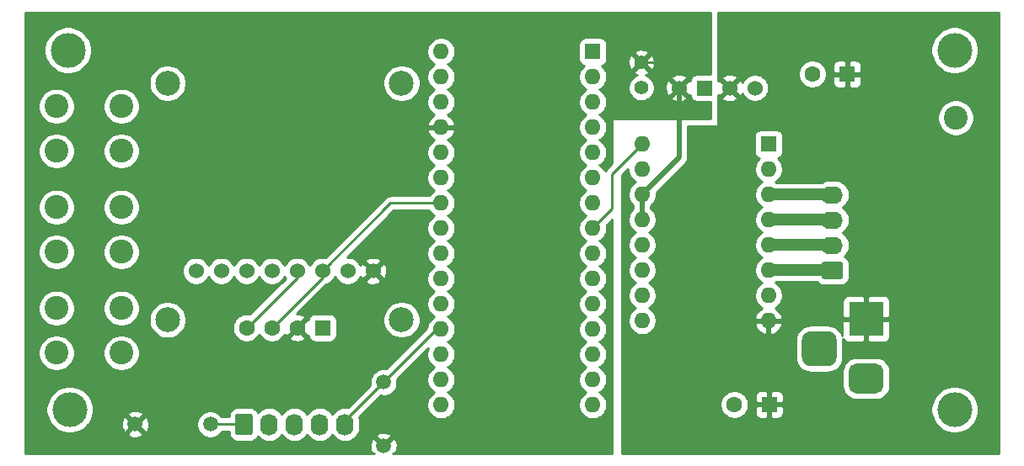
<source format=gbr>
%TF.GenerationSoftware,KiCad,Pcbnew,(5.1.10)-1*%
%TF.CreationDate,2021-10-25T17:57:50-04:00*%
%TF.ProjectId,KittyCaddy,4b697474-7943-4616-9464-792e6b696361,rev?*%
%TF.SameCoordinates,Original*%
%TF.FileFunction,Copper,L1,Top*%
%TF.FilePolarity,Positive*%
%FSLAX46Y46*%
G04 Gerber Fmt 4.6, Leading zero omitted, Abs format (unit mm)*
G04 Created by KiCad (PCBNEW (5.1.10)-1) date 2021-10-25 17:57:50*
%MOMM*%
%LPD*%
G01*
G04 APERTURE LIST*
%TA.AperFunction,ComponentPad*%
%ADD10C,2.500000*%
%TD*%
%TA.AperFunction,ComponentPad*%
%ADD11C,1.600000*%
%TD*%
%TA.AperFunction,ComponentPad*%
%ADD12R,1.600000X1.600000*%
%TD*%
%TA.AperFunction,ComponentPad*%
%ADD13C,1.500000*%
%TD*%
%TA.AperFunction,ComponentPad*%
%ADD14C,3.500000*%
%TD*%
%TA.AperFunction,ComponentPad*%
%ADD15R,3.500000X3.500000*%
%TD*%
%TA.AperFunction,ComponentPad*%
%ADD16O,1.600000X1.600000*%
%TD*%
%TA.AperFunction,ComponentPad*%
%ADD17C,1.524000*%
%TD*%
%TA.AperFunction,ComponentPad*%
%ADD18R,1.524000X1.524000*%
%TD*%
%TA.AperFunction,ComponentPad*%
%ADD19O,1.740000X2.190000*%
%TD*%
%TA.AperFunction,ComponentPad*%
%ADD20O,2.190000X1.740000*%
%TD*%
%TA.AperFunction,ComponentPad*%
%ADD21C,2.400000*%
%TD*%
%TA.AperFunction,ComponentPad*%
%ADD22C,1.416000*%
%TD*%
%TA.AperFunction,Conductor*%
%ADD23C,0.250000*%
%TD*%
%TA.AperFunction,Conductor*%
%ADD24C,0.508000*%
%TD*%
%TA.AperFunction,Conductor*%
%ADD25C,1.143000*%
%TD*%
%TA.AperFunction,Conductor*%
%ADD26C,0.254000*%
%TD*%
%TA.AperFunction,Conductor*%
%ADD27C,0.100000*%
%TD*%
G04 APERTURE END LIST*
D10*
%TO.P,U4,~*%
%TO.N,N/C*%
X100518000Y-90837000D03*
X124018000Y-90837000D03*
X124018000Y-114637000D03*
X100518000Y-114638000D03*
D11*
%TO.P,U4,4*%
%TO.N,SDA*%
X108458000Y-115443000D03*
D12*
%TO.P,U4,1*%
%TO.N,GND*%
X116078000Y-115443000D03*
D11*
%TO.P,U4,2*%
%TO.N,+5V*%
X113538000Y-115443000D03*
%TO.P,U4,3*%
%TO.N,SCL*%
X110998000Y-115443000D03*
%TD*%
D13*
%TO.P,R1,2*%
%TO.N,Emit*%
X122212100Y-120930200D03*
%TO.P,R1,1*%
%TO.N,+5V*%
X122212100Y-127330200D03*
%TD*%
D14*
%TO.P,REF\u002A\u002A,1*%
%TO.N,N/C*%
X179578000Y-123698000D03*
%TD*%
%TO.P,REF\u002A\u002A,1*%
%TO.N,N/C*%
X179578000Y-87503000D03*
%TD*%
%TO.P,REF\u002A\u002A,1*%
%TO.N,N/C*%
X90500200Y-87503000D03*
%TD*%
%TO.P,REF\u002A\u002A,1*%
%TO.N,N/C*%
X90678000Y-123698000D03*
%TD*%
%TO.P,J1,3*%
%TO.N,GND*%
%TA.AperFunction,ComponentPad*%
G36*
G01*
X166863000Y-119304000D02*
X165113000Y-119304000D01*
G75*
G02*
X164238000Y-118429000I0J875000D01*
G01*
X164238000Y-116679000D01*
G75*
G02*
X165113000Y-115804000I875000J0D01*
G01*
X166863000Y-115804000D01*
G75*
G02*
X167738000Y-116679000I0J-875000D01*
G01*
X167738000Y-118429000D01*
G75*
G02*
X166863000Y-119304000I-875000J0D01*
G01*
G37*
%TD.AperFunction*%
%TO.P,J1,2*%
%TA.AperFunction,ComponentPad*%
G36*
G01*
X171688000Y-122054000D02*
X169688000Y-122054000D01*
G75*
G02*
X168938000Y-121304000I0J750000D01*
G01*
X168938000Y-119804000D01*
G75*
G02*
X169688000Y-119054000I750000J0D01*
G01*
X171688000Y-119054000D01*
G75*
G02*
X172438000Y-119804000I0J-750000D01*
G01*
X172438000Y-121304000D01*
G75*
G02*
X171688000Y-122054000I-750000J0D01*
G01*
G37*
%TD.AperFunction*%
D15*
%TO.P,J1,1*%
%TO.N,+12V*%
X170688000Y-114554000D03*
%TD*%
D13*
%TO.P,R2,2*%
%TO.N,+5V*%
X97263100Y-125158500D03*
%TO.P,R2,1*%
%TO.N,Net-(J3-Pad1)*%
X104813100Y-125158500D03*
%TD*%
D16*
%TO.P,U2,16*%
%TO.N,DIR*%
X148183600Y-96951800D03*
%TO.P,U2,8*%
%TO.N,+12V*%
X160883600Y-114731800D03*
%TO.P,U2,15*%
%TO.N,STEP*%
X148183600Y-99491800D03*
%TO.P,U2,7*%
%TO.N,Net-(C2-Pad2)*%
X160883600Y-112191800D03*
%TO.P,U2,14*%
%TO.N,+5V*%
X148183600Y-102031800D03*
%TO.P,U2,6*%
%TO.N,Net-(J2-Pad1)*%
X160883600Y-109651800D03*
%TO.P,U2,13*%
%TO.N,+5V*%
X148183600Y-104571800D03*
%TO.P,U2,5*%
%TO.N,Net-(J2-Pad2)*%
X160883600Y-107111800D03*
%TO.P,U2,12*%
%TO.N,M2*%
X148183600Y-107111800D03*
%TO.P,U2,4*%
%TO.N,Net-(J2-Pad3)*%
X160883600Y-104571800D03*
%TO.P,U2,11*%
%TO.N,M1*%
X148183600Y-109651800D03*
%TO.P,U2,3*%
%TO.N,Net-(J2-Pad4)*%
X160883600Y-102031800D03*
%TO.P,U2,10*%
%TO.N,M0*%
X148183600Y-112191800D03*
%TO.P,U2,2*%
%TO.N,Net-(U2-Pad2)*%
X160883600Y-99491800D03*
%TO.P,U2,9*%
%TO.N,ENABLE*%
X148183600Y-114731800D03*
D12*
%TO.P,U2,1*%
%TO.N,GND*%
X160883600Y-96951800D03*
%TD*%
D17*
%TO.P,U5,8*%
%TO.N,+5V*%
X121158000Y-109728000D03*
%TO.P,U5,6*%
%TO.N,SCL*%
X116078000Y-109728000D03*
%TO.P,U5,7*%
%TO.N,GND*%
X118618000Y-109728000D03*
%TO.P,U5,5*%
%TO.N,SDA*%
X113538000Y-109728000D03*
%TO.P,U5,4*%
%TO.N,+BATT*%
X110998000Y-109728000D03*
%TO.P,U5,3*%
%TO.N,Net-(U5-Pad3)*%
X108458000Y-109728000D03*
%TO.P,U5,2*%
%TO.N,Net-(U5-Pad2)*%
X105918000Y-109728000D03*
%TO.P,U5,1*%
%TO.N,Net-(U5-Pad1)*%
X103378000Y-109728000D03*
%TD*%
%TO.P,U1,4*%
%TO.N,Net-(U1-Pad4)*%
X159517400Y-91306600D03*
%TO.P,U1,3*%
%TO.N,+12V*%
X156977400Y-91306600D03*
D18*
%TO.P,U1,2*%
%TO.N,GND*%
X154437400Y-91306600D03*
D17*
%TO.P,U1,1*%
%TO.N,+5V*%
X151897400Y-91306600D03*
%TD*%
D19*
%TO.P,J3,5*%
%TO.N,Emit*%
X118338600Y-125171200D03*
%TO.P,J3,4*%
%TO.N,GND*%
X115798600Y-125171200D03*
%TO.P,J3,3*%
%TO.N,Net-(J3-Pad3)*%
X113258600Y-125171200D03*
%TO.P,J3,2*%
%TO.N,GND*%
X110718600Y-125171200D03*
%TO.P,J3,1*%
%TO.N,Net-(J3-Pad1)*%
%TA.AperFunction,ComponentPad*%
G36*
G01*
X107308600Y-126016201D02*
X107308600Y-124326199D01*
G75*
G02*
X107558599Y-124076200I249999J0D01*
G01*
X108798601Y-124076200D01*
G75*
G02*
X109048600Y-124326199I0J-249999D01*
G01*
X109048600Y-126016201D01*
G75*
G02*
X108798601Y-126266200I-249999J0D01*
G01*
X107558599Y-126266200D01*
G75*
G02*
X107308600Y-126016201I0J249999D01*
G01*
G37*
%TD.AperFunction*%
%TD*%
D20*
%TO.P,J2,4*%
%TO.N,Net-(J2-Pad4)*%
X167284400Y-102057200D03*
%TO.P,J2,3*%
%TO.N,Net-(J2-Pad3)*%
X167284400Y-104597200D03*
%TO.P,J2,2*%
%TO.N,Net-(J2-Pad2)*%
X167284400Y-107137200D03*
%TO.P,J2,1*%
%TO.N,Net-(J2-Pad1)*%
%TA.AperFunction,ComponentPad*%
G36*
G01*
X168129401Y-110547200D02*
X166439399Y-110547200D01*
G75*
G02*
X166189400Y-110297201I0J249999D01*
G01*
X166189400Y-109057199D01*
G75*
G02*
X166439399Y-108807200I249999J0D01*
G01*
X168129401Y-108807200D01*
G75*
G02*
X168379400Y-109057199I0J-249999D01*
G01*
X168379400Y-110297201D01*
G75*
G02*
X168129401Y-110547200I-249999J0D01*
G01*
G37*
%TD.AperFunction*%
%TD*%
D11*
%TO.P,C2,2*%
%TO.N,Net-(C2-Pad2)*%
X165283000Y-89916000D03*
D12*
%TO.P,C2,1*%
%TO.N,+12V*%
X168783000Y-89916000D03*
%TD*%
D11*
%TO.P,C1,2*%
%TO.N,GND*%
X157459800Y-123164600D03*
D12*
%TO.P,C1,1*%
%TO.N,+12V*%
X160959800Y-123164600D03*
%TD*%
D16*
%TO.P,U3,16*%
%TO.N,SLEEP*%
X127990600Y-123215400D03*
%TO.P,U3,15*%
%TO.N,RESET*%
X143230600Y-123215400D03*
%TO.P,U3,30*%
%TO.N,Net-(U3-Pad30)*%
X127990600Y-87655400D03*
%TO.P,U3,14*%
%TO.N,ENABLE*%
X143230600Y-120675400D03*
%TO.P,U3,29*%
%TO.N,Net-(U3-Pad29)*%
X127990600Y-90195400D03*
%TO.P,U3,13*%
%TO.N,Net-(U3-Pad13)*%
X143230600Y-118135400D03*
%TO.P,U3,28*%
%TO.N,Net-(U3-Pad28)*%
X127990600Y-92735400D03*
%TO.P,U3,12*%
%TO.N,M0*%
X143230600Y-115595400D03*
%TO.P,U3,27*%
%TO.N,+5V*%
X127990600Y-95275400D03*
%TO.P,U3,11*%
%TO.N,M1*%
X143230600Y-113055400D03*
%TO.P,U3,26*%
%TO.N,Net-(U3-Pad26)*%
X127990600Y-97815400D03*
%TO.P,U3,10*%
%TO.N,M2*%
X143230600Y-110515400D03*
%TO.P,U3,25*%
%TO.N,Net-(U3-Pad25)*%
X127990600Y-100355400D03*
%TO.P,U3,9*%
%TO.N,STEP*%
X143230600Y-107975400D03*
%TO.P,U3,24*%
%TO.N,SCL*%
X127990600Y-102895400D03*
%TO.P,U3,8*%
%TO.N,DIR*%
X143230600Y-105435400D03*
%TO.P,U3,23*%
%TO.N,SDA*%
X127990600Y-105435400D03*
%TO.P,U3,7*%
%TO.N,Down*%
X143230600Y-102895400D03*
%TO.P,U3,22*%
%TO.N,Net-(U3-Pad22)*%
X127990600Y-107975400D03*
%TO.P,U3,6*%
%TO.N,Mid*%
X143230600Y-100355400D03*
%TO.P,U3,21*%
%TO.N,Net-(U3-Pad21)*%
X127990600Y-110515400D03*
%TO.P,U3,5*%
%TO.N,Up*%
X143230600Y-97815400D03*
%TO.P,U3,20*%
%TO.N,Net-(U3-Pad20)*%
X127990600Y-113055400D03*
%TO.P,U3,4*%
%TO.N,GND*%
X143230600Y-95275400D03*
%TO.P,U3,19*%
%TO.N,Emit*%
X127990600Y-115595400D03*
%TO.P,U3,3*%
%TO.N,Net-(U3-Pad3)*%
X143230600Y-92735400D03*
%TO.P,U3,18*%
%TO.N,Net-(U3-Pad18)*%
X127990600Y-118135400D03*
%TO.P,U3,2*%
%TO.N,Net-(U3-Pad2)*%
X143230600Y-90195400D03*
%TO.P,U3,17*%
%TO.N,Net-(U3-Pad17)*%
X127990600Y-120675400D03*
D12*
%TO.P,U3,1*%
%TO.N,Net-(U3-Pad1)*%
X143230600Y-87655400D03*
%TD*%
D21*
%TO.P,SW1,1*%
%TO.N,GND*%
X89358400Y-97652400D03*
X95858400Y-97652400D03*
%TO.P,SW1,2*%
%TO.N,Up*%
X89358400Y-93152400D03*
X95858400Y-93152400D03*
%TD*%
%TO.P,SW2,1*%
%TO.N,GND*%
X89358400Y-107812400D03*
X95858400Y-107812400D03*
%TO.P,SW2,2*%
%TO.N,Mid*%
X89358400Y-103312400D03*
X95858400Y-103312400D03*
%TD*%
%TO.P,SW3,1*%
%TO.N,GND*%
X89358400Y-117972400D03*
X95858400Y-117972400D03*
%TO.P,SW3,2*%
%TO.N,Down*%
X89358400Y-113472400D03*
X95858400Y-113472400D03*
%TD*%
D22*
%TO.P,C3,2*%
%TO.N,GND*%
X148107400Y-91287600D03*
%TO.P,C3,1*%
%TO.N,+5V*%
X148107400Y-88747600D03*
%TD*%
D21*
%TO.P,J4,1*%
%TO.N,GND*%
X179705000Y-94297500D03*
%TD*%
D23*
%TO.N,+5V*%
X149338400Y-88747600D02*
X151897400Y-91306600D01*
X148107400Y-88747600D02*
X149338400Y-88747600D01*
D24*
X151897400Y-98318000D02*
X148183600Y-102031800D01*
X151897400Y-91306600D02*
X151897400Y-98318000D01*
X148183600Y-104571800D02*
X148183600Y-102031800D01*
D23*
%TO.N,SCL*%
X116078000Y-110363000D02*
X116078000Y-109728000D01*
X110998000Y-115443000D02*
X116078000Y-110363000D01*
X122910600Y-102895400D02*
X127990600Y-102895400D01*
X116078000Y-109728000D02*
X122910600Y-102895400D01*
%TO.N,DIR*%
X143230600Y-105435400D02*
X145186400Y-103479600D01*
X145186400Y-99949000D02*
X148183600Y-96951800D01*
X145186400Y-103479600D02*
X145186400Y-99949000D01*
%TO.N,SDA*%
X127990600Y-105715402D02*
X127990600Y-105435400D01*
X113538000Y-110363000D02*
X113538000Y-109728000D01*
X108458000Y-115443000D02*
X113538000Y-110363000D01*
%TO.N,Emit*%
X118338600Y-125171200D02*
X118414800Y-125171200D01*
X118338600Y-124803700D02*
X122212100Y-120930200D01*
X118338600Y-125171200D02*
X118338600Y-124803700D01*
X127546900Y-115595400D02*
X127990600Y-115595400D01*
X122212100Y-120930200D02*
X127546900Y-115595400D01*
%TO.N,Net-(J2-Pad4)*%
X167259000Y-102031800D02*
X167284400Y-102057200D01*
D25*
X160883600Y-102031800D02*
X167259000Y-102031800D01*
D23*
%TO.N,Net-(J2-Pad3)*%
X167259000Y-104571800D02*
X167284400Y-104597200D01*
D25*
X160883600Y-104571800D02*
X167259000Y-104571800D01*
D23*
%TO.N,Net-(J2-Pad2)*%
X167259000Y-107111800D02*
X167284400Y-107137200D01*
D25*
X160883600Y-107111800D02*
X167259000Y-107111800D01*
D23*
%TO.N,Net-(J2-Pad1)*%
X167259000Y-109651800D02*
X167284400Y-109677200D01*
D25*
X160883600Y-109651800D02*
X167259000Y-109651800D01*
D23*
%TO.N,Net-(J3-Pad1)*%
X108165900Y-125158500D02*
X108178600Y-125171200D01*
X104813100Y-125158500D02*
X108165900Y-125158500D01*
%TD*%
D26*
%TO.N,+12V*%
X183998001Y-128118000D02*
X146177000Y-128118000D01*
X146177000Y-123023265D01*
X156024800Y-123023265D01*
X156024800Y-123305935D01*
X156079947Y-123583174D01*
X156188120Y-123844327D01*
X156345163Y-124079359D01*
X156545041Y-124279237D01*
X156780073Y-124436280D01*
X157041226Y-124544453D01*
X157318465Y-124599600D01*
X157601135Y-124599600D01*
X157878374Y-124544453D01*
X158139527Y-124436280D01*
X158374559Y-124279237D01*
X158574437Y-124079359D01*
X158651116Y-123964600D01*
X159521728Y-123964600D01*
X159533988Y-124089082D01*
X159570298Y-124208780D01*
X159629263Y-124319094D01*
X159708615Y-124415785D01*
X159805306Y-124495137D01*
X159915620Y-124554102D01*
X160035318Y-124590412D01*
X160159800Y-124602672D01*
X160674050Y-124599600D01*
X160832800Y-124440850D01*
X160832800Y-123291600D01*
X161086800Y-123291600D01*
X161086800Y-124440850D01*
X161245550Y-124599600D01*
X161759800Y-124602672D01*
X161884282Y-124590412D01*
X162003980Y-124554102D01*
X162114294Y-124495137D01*
X162210985Y-124415785D01*
X162290337Y-124319094D01*
X162349302Y-124208780D01*
X162385612Y-124089082D01*
X162397872Y-123964600D01*
X162394877Y-123463098D01*
X177193000Y-123463098D01*
X177193000Y-123932902D01*
X177284654Y-124393679D01*
X177464440Y-124827721D01*
X177725450Y-125218349D01*
X178057651Y-125550550D01*
X178448279Y-125811560D01*
X178882321Y-125991346D01*
X179343098Y-126083000D01*
X179812902Y-126083000D01*
X180273679Y-125991346D01*
X180707721Y-125811560D01*
X181098349Y-125550550D01*
X181430550Y-125218349D01*
X181691560Y-124827721D01*
X181871346Y-124393679D01*
X181963000Y-123932902D01*
X181963000Y-123463098D01*
X181871346Y-123002321D01*
X181691560Y-122568279D01*
X181430550Y-122177651D01*
X181098349Y-121845450D01*
X180707721Y-121584440D01*
X180273679Y-121404654D01*
X179812902Y-121313000D01*
X179343098Y-121313000D01*
X178882321Y-121404654D01*
X178448279Y-121584440D01*
X178057651Y-121845450D01*
X177725450Y-122177651D01*
X177464440Y-122568279D01*
X177284654Y-123002321D01*
X177193000Y-123463098D01*
X162394877Y-123463098D01*
X162394800Y-123450350D01*
X162236050Y-123291600D01*
X161086800Y-123291600D01*
X160832800Y-123291600D01*
X159683550Y-123291600D01*
X159524800Y-123450350D01*
X159521728Y-123964600D01*
X158651116Y-123964600D01*
X158731480Y-123844327D01*
X158839653Y-123583174D01*
X158894800Y-123305935D01*
X158894800Y-123023265D01*
X158839653Y-122746026D01*
X158731480Y-122484873D01*
X158651117Y-122364600D01*
X159521728Y-122364600D01*
X159524800Y-122878850D01*
X159683550Y-123037600D01*
X160832800Y-123037600D01*
X160832800Y-121888350D01*
X161086800Y-121888350D01*
X161086800Y-123037600D01*
X162236050Y-123037600D01*
X162394800Y-122878850D01*
X162397872Y-122364600D01*
X162385612Y-122240118D01*
X162349302Y-122120420D01*
X162290337Y-122010106D01*
X162210985Y-121913415D01*
X162114294Y-121834063D01*
X162003980Y-121775098D01*
X161884282Y-121738788D01*
X161759800Y-121726528D01*
X161245550Y-121729600D01*
X161086800Y-121888350D01*
X160832800Y-121888350D01*
X160674050Y-121729600D01*
X160159800Y-121726528D01*
X160035318Y-121738788D01*
X159915620Y-121775098D01*
X159805306Y-121834063D01*
X159708615Y-121913415D01*
X159629263Y-122010106D01*
X159570298Y-122120420D01*
X159533988Y-122240118D01*
X159521728Y-122364600D01*
X158651117Y-122364600D01*
X158574437Y-122249841D01*
X158374559Y-122049963D01*
X158139527Y-121892920D01*
X157878374Y-121784747D01*
X157601135Y-121729600D01*
X157318465Y-121729600D01*
X157041226Y-121784747D01*
X156780073Y-121892920D01*
X156545041Y-122049963D01*
X156345163Y-122249841D01*
X156188120Y-122484873D01*
X156079947Y-122746026D01*
X156024800Y-123023265D01*
X146177000Y-123023265D01*
X146177000Y-116679000D01*
X163599928Y-116679000D01*
X163599928Y-118429000D01*
X163629001Y-118724186D01*
X163715104Y-119008028D01*
X163854927Y-119269618D01*
X164043097Y-119498903D01*
X164272382Y-119687073D01*
X164533972Y-119826896D01*
X164817814Y-119912999D01*
X165113000Y-119942072D01*
X166863000Y-119942072D01*
X167158186Y-119912999D01*
X167442028Y-119826896D01*
X167484863Y-119804000D01*
X168299928Y-119804000D01*
X168299928Y-121304000D01*
X168326599Y-121574799D01*
X168405589Y-121835192D01*
X168533860Y-122075171D01*
X168706485Y-122285515D01*
X168916829Y-122458140D01*
X169156808Y-122586411D01*
X169417201Y-122665401D01*
X169688000Y-122692072D01*
X171688000Y-122692072D01*
X171958799Y-122665401D01*
X172219192Y-122586411D01*
X172459171Y-122458140D01*
X172669515Y-122285515D01*
X172842140Y-122075171D01*
X172970411Y-121835192D01*
X173049401Y-121574799D01*
X173076072Y-121304000D01*
X173076072Y-119804000D01*
X173049401Y-119533201D01*
X172970411Y-119272808D01*
X172842140Y-119032829D01*
X172669515Y-118822485D01*
X172459171Y-118649860D01*
X172219192Y-118521589D01*
X171958799Y-118442599D01*
X171688000Y-118415928D01*
X169688000Y-118415928D01*
X169417201Y-118442599D01*
X169156808Y-118521589D01*
X168916829Y-118649860D01*
X168706485Y-118822485D01*
X168533860Y-119032829D01*
X168405589Y-119272808D01*
X168326599Y-119533201D01*
X168299928Y-119804000D01*
X167484863Y-119804000D01*
X167703618Y-119687073D01*
X167932903Y-119498903D01*
X168121073Y-119269618D01*
X168260896Y-119008028D01*
X168346999Y-118724186D01*
X168376072Y-118429000D01*
X168376072Y-116679000D01*
X168366506Y-116581869D01*
X168407463Y-116658494D01*
X168486815Y-116755185D01*
X168583506Y-116834537D01*
X168693820Y-116893502D01*
X168813518Y-116929812D01*
X168938000Y-116942072D01*
X170402250Y-116939000D01*
X170561000Y-116780250D01*
X170561000Y-114681000D01*
X170815000Y-114681000D01*
X170815000Y-116780250D01*
X170973750Y-116939000D01*
X172438000Y-116942072D01*
X172562482Y-116929812D01*
X172682180Y-116893502D01*
X172792494Y-116834537D01*
X172889185Y-116755185D01*
X172968537Y-116658494D01*
X173027502Y-116548180D01*
X173063812Y-116428482D01*
X173076072Y-116304000D01*
X173073000Y-114839750D01*
X172914250Y-114681000D01*
X170815000Y-114681000D01*
X170561000Y-114681000D01*
X168461750Y-114681000D01*
X168303000Y-114839750D01*
X168300085Y-116229160D01*
X168260896Y-116099972D01*
X168121073Y-115838382D01*
X167932903Y-115609097D01*
X167703618Y-115420927D01*
X167442028Y-115281104D01*
X167158186Y-115195001D01*
X166863000Y-115165928D01*
X165113000Y-115165928D01*
X164817814Y-115195001D01*
X164533972Y-115281104D01*
X164272382Y-115420927D01*
X164043097Y-115609097D01*
X163854927Y-115838382D01*
X163715104Y-116099972D01*
X163629001Y-116383814D01*
X163599928Y-116679000D01*
X146177000Y-116679000D01*
X146177000Y-100033201D01*
X146748600Y-99461601D01*
X146748600Y-99633135D01*
X146803747Y-99910374D01*
X146911920Y-100171527D01*
X147068963Y-100406559D01*
X147268841Y-100606437D01*
X147501359Y-100761800D01*
X147268841Y-100917163D01*
X147068963Y-101117041D01*
X146911920Y-101352073D01*
X146803747Y-101613226D01*
X146748600Y-101890465D01*
X146748600Y-102173135D01*
X146803747Y-102450374D01*
X146911920Y-102711527D01*
X147068963Y-102946559D01*
X147268841Y-103146437D01*
X147294601Y-103163649D01*
X147294600Y-103439951D01*
X147268841Y-103457163D01*
X147068963Y-103657041D01*
X146911920Y-103892073D01*
X146803747Y-104153226D01*
X146748600Y-104430465D01*
X146748600Y-104713135D01*
X146803747Y-104990374D01*
X146911920Y-105251527D01*
X147068963Y-105486559D01*
X147268841Y-105686437D01*
X147501359Y-105841800D01*
X147268841Y-105997163D01*
X147068963Y-106197041D01*
X146911920Y-106432073D01*
X146803747Y-106693226D01*
X146748600Y-106970465D01*
X146748600Y-107253135D01*
X146803747Y-107530374D01*
X146911920Y-107791527D01*
X147068963Y-108026559D01*
X147268841Y-108226437D01*
X147501359Y-108381800D01*
X147268841Y-108537163D01*
X147068963Y-108737041D01*
X146911920Y-108972073D01*
X146803747Y-109233226D01*
X146748600Y-109510465D01*
X146748600Y-109793135D01*
X146803747Y-110070374D01*
X146911920Y-110331527D01*
X147068963Y-110566559D01*
X147268841Y-110766437D01*
X147501359Y-110921800D01*
X147268841Y-111077163D01*
X147068963Y-111277041D01*
X146911920Y-111512073D01*
X146803747Y-111773226D01*
X146748600Y-112050465D01*
X146748600Y-112333135D01*
X146803747Y-112610374D01*
X146911920Y-112871527D01*
X147068963Y-113106559D01*
X147268841Y-113306437D01*
X147501359Y-113461800D01*
X147268841Y-113617163D01*
X147068963Y-113817041D01*
X146911920Y-114052073D01*
X146803747Y-114313226D01*
X146748600Y-114590465D01*
X146748600Y-114873135D01*
X146803747Y-115150374D01*
X146911920Y-115411527D01*
X147068963Y-115646559D01*
X147268841Y-115846437D01*
X147503873Y-116003480D01*
X147765026Y-116111653D01*
X148042265Y-116166800D01*
X148324935Y-116166800D01*
X148602174Y-116111653D01*
X148863327Y-116003480D01*
X149098359Y-115846437D01*
X149298237Y-115646559D01*
X149455280Y-115411527D01*
X149563453Y-115150374D01*
X149577284Y-115080839D01*
X159491696Y-115080839D01*
X159532354Y-115214887D01*
X159652563Y-115469220D01*
X159820081Y-115695214D01*
X160028469Y-115884185D01*
X160269719Y-116028870D01*
X160534560Y-116123709D01*
X160756600Y-116002424D01*
X160756600Y-114858800D01*
X161010600Y-114858800D01*
X161010600Y-116002424D01*
X161232640Y-116123709D01*
X161497481Y-116028870D01*
X161738731Y-115884185D01*
X161947119Y-115695214D01*
X162114637Y-115469220D01*
X162234846Y-115214887D01*
X162275504Y-115080839D01*
X162153515Y-114858800D01*
X161010600Y-114858800D01*
X160756600Y-114858800D01*
X159613685Y-114858800D01*
X159491696Y-115080839D01*
X149577284Y-115080839D01*
X149618600Y-114873135D01*
X149618600Y-114590465D01*
X149563453Y-114313226D01*
X149455280Y-114052073D01*
X149298237Y-113817041D01*
X149098359Y-113617163D01*
X148865841Y-113461800D01*
X149098359Y-113306437D01*
X149298237Y-113106559D01*
X149455280Y-112871527D01*
X149563453Y-112610374D01*
X149618600Y-112333135D01*
X149618600Y-112050465D01*
X149563453Y-111773226D01*
X149455280Y-111512073D01*
X149298237Y-111277041D01*
X149098359Y-111077163D01*
X148865841Y-110921800D01*
X149098359Y-110766437D01*
X149298237Y-110566559D01*
X149455280Y-110331527D01*
X149563453Y-110070374D01*
X149618600Y-109793135D01*
X149618600Y-109510465D01*
X149563453Y-109233226D01*
X149455280Y-108972073D01*
X149298237Y-108737041D01*
X149098359Y-108537163D01*
X148865841Y-108381800D01*
X149098359Y-108226437D01*
X149298237Y-108026559D01*
X149455280Y-107791527D01*
X149563453Y-107530374D01*
X149618600Y-107253135D01*
X149618600Y-106970465D01*
X149563453Y-106693226D01*
X149455280Y-106432073D01*
X149298237Y-106197041D01*
X149098359Y-105997163D01*
X148865841Y-105841800D01*
X149098359Y-105686437D01*
X149298237Y-105486559D01*
X149455280Y-105251527D01*
X149563453Y-104990374D01*
X149618600Y-104713135D01*
X149618600Y-104430465D01*
X149563453Y-104153226D01*
X149455280Y-103892073D01*
X149298237Y-103657041D01*
X149098359Y-103457163D01*
X149072600Y-103439951D01*
X149072600Y-103163649D01*
X149098359Y-103146437D01*
X149298237Y-102946559D01*
X149455280Y-102711527D01*
X149563453Y-102450374D01*
X149618600Y-102173135D01*
X149618600Y-101890465D01*
X149612556Y-101860079D01*
X152495136Y-98977499D01*
X152529059Y-98949659D01*
X152640153Y-98814291D01*
X152722703Y-98659851D01*
X152747823Y-98577041D01*
X152773536Y-98492276D01*
X152783622Y-98389872D01*
X152786400Y-98361667D01*
X152786400Y-98361661D01*
X152790700Y-98318001D01*
X152786400Y-98274341D01*
X152786400Y-96151800D01*
X159445528Y-96151800D01*
X159445528Y-97751800D01*
X159457788Y-97876282D01*
X159494098Y-97995980D01*
X159553063Y-98106294D01*
X159632415Y-98202985D01*
X159729106Y-98282337D01*
X159839420Y-98341302D01*
X159959118Y-98377612D01*
X159967561Y-98378443D01*
X159768963Y-98577041D01*
X159611920Y-98812073D01*
X159503747Y-99073226D01*
X159448600Y-99350465D01*
X159448600Y-99633135D01*
X159503747Y-99910374D01*
X159611920Y-100171527D01*
X159768963Y-100406559D01*
X159968841Y-100606437D01*
X160201359Y-100761800D01*
X159968841Y-100917163D01*
X159768963Y-101117041D01*
X159611920Y-101352073D01*
X159503747Y-101613226D01*
X159448600Y-101890465D01*
X159448600Y-102173135D01*
X159503747Y-102450374D01*
X159611920Y-102711527D01*
X159768963Y-102946559D01*
X159968841Y-103146437D01*
X160201359Y-103301800D01*
X159968841Y-103457163D01*
X159768963Y-103657041D01*
X159611920Y-103892073D01*
X159503747Y-104153226D01*
X159448600Y-104430465D01*
X159448600Y-104713135D01*
X159503747Y-104990374D01*
X159611920Y-105251527D01*
X159768963Y-105486559D01*
X159968841Y-105686437D01*
X160201359Y-105841800D01*
X159968841Y-105997163D01*
X159768963Y-106197041D01*
X159611920Y-106432073D01*
X159503747Y-106693226D01*
X159448600Y-106970465D01*
X159448600Y-107253135D01*
X159503747Y-107530374D01*
X159611920Y-107791527D01*
X159768963Y-108026559D01*
X159968841Y-108226437D01*
X160201359Y-108381800D01*
X159968841Y-108537163D01*
X159768963Y-108737041D01*
X159611920Y-108972073D01*
X159503747Y-109233226D01*
X159448600Y-109510465D01*
X159448600Y-109793135D01*
X159503747Y-110070374D01*
X159611920Y-110331527D01*
X159768963Y-110566559D01*
X159968841Y-110766437D01*
X160201359Y-110921800D01*
X159968841Y-111077163D01*
X159768963Y-111277041D01*
X159611920Y-111512073D01*
X159503747Y-111773226D01*
X159448600Y-112050465D01*
X159448600Y-112333135D01*
X159503747Y-112610374D01*
X159611920Y-112871527D01*
X159768963Y-113106559D01*
X159968841Y-113306437D01*
X160203873Y-113463480D01*
X160214465Y-113467867D01*
X160028469Y-113579415D01*
X159820081Y-113768386D01*
X159652563Y-113994380D01*
X159532354Y-114248713D01*
X159491696Y-114382761D01*
X159613685Y-114604800D01*
X160756600Y-114604800D01*
X160756600Y-114584800D01*
X161010600Y-114584800D01*
X161010600Y-114604800D01*
X162153515Y-114604800D01*
X162275504Y-114382761D01*
X162234846Y-114248713D01*
X162114637Y-113994380D01*
X161947119Y-113768386D01*
X161738731Y-113579415D01*
X161552735Y-113467867D01*
X161563327Y-113463480D01*
X161798359Y-113306437D01*
X161998237Y-113106559D01*
X162155280Y-112871527D01*
X162183250Y-112804000D01*
X168299928Y-112804000D01*
X168303000Y-114268250D01*
X168461750Y-114427000D01*
X170561000Y-114427000D01*
X170561000Y-112327750D01*
X170815000Y-112327750D01*
X170815000Y-114427000D01*
X172914250Y-114427000D01*
X173073000Y-114268250D01*
X173076072Y-112804000D01*
X173063812Y-112679518D01*
X173027502Y-112559820D01*
X172968537Y-112449506D01*
X172889185Y-112352815D01*
X172792494Y-112273463D01*
X172682180Y-112214498D01*
X172562482Y-112178188D01*
X172438000Y-112165928D01*
X170973750Y-112169000D01*
X170815000Y-112327750D01*
X170561000Y-112327750D01*
X170402250Y-112169000D01*
X168938000Y-112165928D01*
X168813518Y-112178188D01*
X168693820Y-112214498D01*
X168583506Y-112273463D01*
X168486815Y-112352815D01*
X168407463Y-112449506D01*
X168348498Y-112559820D01*
X168312188Y-112679518D01*
X168299928Y-112804000D01*
X162183250Y-112804000D01*
X162263453Y-112610374D01*
X162318600Y-112333135D01*
X162318600Y-112050465D01*
X162263453Y-111773226D01*
X162155280Y-111512073D01*
X161998237Y-111277041D01*
X161798359Y-111077163D01*
X161565841Y-110921800D01*
X161660876Y-110858300D01*
X165756566Y-110858300D01*
X165811438Y-110925162D01*
X165946013Y-111035605D01*
X166099549Y-111117672D01*
X166266145Y-111168208D01*
X166439399Y-111185272D01*
X168129401Y-111185272D01*
X168302655Y-111168208D01*
X168469251Y-111117672D01*
X168622787Y-111035605D01*
X168757362Y-110925162D01*
X168867805Y-110790587D01*
X168949872Y-110637051D01*
X169000408Y-110470455D01*
X169017472Y-110297201D01*
X169017472Y-109057199D01*
X169000408Y-108883945D01*
X168949872Y-108717349D01*
X168867805Y-108563813D01*
X168757362Y-108429238D01*
X168622787Y-108318795D01*
X168513286Y-108260266D01*
X168578745Y-108206545D01*
X168766817Y-107977379D01*
X168906566Y-107715925D01*
X168992624Y-107432232D01*
X169021682Y-107137200D01*
X168992624Y-106842168D01*
X168906566Y-106558475D01*
X168766817Y-106297021D01*
X168578745Y-106067855D01*
X168349579Y-105879783D01*
X168326038Y-105867200D01*
X168349579Y-105854617D01*
X168578745Y-105666545D01*
X168766817Y-105437379D01*
X168906566Y-105175925D01*
X168992624Y-104892232D01*
X169021682Y-104597200D01*
X168992624Y-104302168D01*
X168906566Y-104018475D01*
X168766817Y-103757021D01*
X168578745Y-103527855D01*
X168349579Y-103339783D01*
X168326038Y-103327200D01*
X168349579Y-103314617D01*
X168578745Y-103126545D01*
X168766817Y-102897379D01*
X168906566Y-102635925D01*
X168992624Y-102352232D01*
X169021682Y-102057200D01*
X168992624Y-101762168D01*
X168906566Y-101478475D01*
X168766817Y-101217021D01*
X168578745Y-100987855D01*
X168349579Y-100799783D01*
X168088125Y-100660034D01*
X167804432Y-100573976D01*
X167583336Y-100552200D01*
X166985464Y-100552200D01*
X166764368Y-100573976D01*
X166480675Y-100660034D01*
X166219221Y-100799783D01*
X166188128Y-100825300D01*
X161660876Y-100825300D01*
X161565841Y-100761800D01*
X161798359Y-100606437D01*
X161998237Y-100406559D01*
X162155280Y-100171527D01*
X162263453Y-99910374D01*
X162318600Y-99633135D01*
X162318600Y-99350465D01*
X162263453Y-99073226D01*
X162155280Y-98812073D01*
X161998237Y-98577041D01*
X161799639Y-98378443D01*
X161808082Y-98377612D01*
X161927780Y-98341302D01*
X162038094Y-98282337D01*
X162134785Y-98202985D01*
X162214137Y-98106294D01*
X162273102Y-97995980D01*
X162309412Y-97876282D01*
X162321672Y-97751800D01*
X162321672Y-96151800D01*
X162309412Y-96027318D01*
X162273102Y-95907620D01*
X162214137Y-95797306D01*
X162134785Y-95700615D01*
X162038094Y-95621263D01*
X161927780Y-95562298D01*
X161808082Y-95525988D01*
X161683600Y-95513728D01*
X160083600Y-95513728D01*
X159959118Y-95525988D01*
X159839420Y-95562298D01*
X159729106Y-95621263D01*
X159632415Y-95700615D01*
X159553063Y-95797306D01*
X159494098Y-95907620D01*
X159457788Y-96027318D01*
X159445528Y-96151800D01*
X152786400Y-96151800D01*
X152786400Y-95123000D01*
X155702000Y-95123000D01*
X155726776Y-95120560D01*
X155750601Y-95113333D01*
X155772557Y-95101597D01*
X155791803Y-95085803D01*
X155807597Y-95066557D01*
X155819333Y-95044601D01*
X155826560Y-95020776D01*
X155829000Y-94996000D01*
X155829000Y-94116768D01*
X177870000Y-94116768D01*
X177870000Y-94478232D01*
X177940518Y-94832750D01*
X178078844Y-95166699D01*
X178279662Y-95467244D01*
X178535256Y-95722838D01*
X178835801Y-95923656D01*
X179169750Y-96061982D01*
X179524268Y-96132500D01*
X179885732Y-96132500D01*
X180240250Y-96061982D01*
X180574199Y-95923656D01*
X180874744Y-95722838D01*
X181130338Y-95467244D01*
X181331156Y-95166699D01*
X181469482Y-94832750D01*
X181540000Y-94478232D01*
X181540000Y-94116768D01*
X181469482Y-93762250D01*
X181331156Y-93428301D01*
X181130338Y-93127756D01*
X180874744Y-92872162D01*
X180574199Y-92671344D01*
X180240250Y-92533018D01*
X179885732Y-92462500D01*
X179524268Y-92462500D01*
X179169750Y-92533018D01*
X178835801Y-92671344D01*
X178535256Y-92872162D01*
X178279662Y-93127756D01*
X178078844Y-93428301D01*
X177940518Y-93762250D01*
X177870000Y-94116768D01*
X155829000Y-94116768D01*
X155829000Y-92272165D01*
X156191440Y-92272165D01*
X156258420Y-92512256D01*
X156507448Y-92629356D01*
X156774535Y-92695623D01*
X157049417Y-92708510D01*
X157321533Y-92667522D01*
X157580423Y-92574236D01*
X157696380Y-92512256D01*
X157763360Y-92272165D01*
X156977400Y-91486205D01*
X156191440Y-92272165D01*
X155829000Y-92272165D01*
X155829000Y-92154621D01*
X155837472Y-92068600D01*
X155837472Y-92043917D01*
X156011835Y-92092560D01*
X156797795Y-91306600D01*
X157157005Y-91306600D01*
X157942965Y-92092560D01*
X158183056Y-92025580D01*
X158246885Y-91889840D01*
X158279395Y-91968327D01*
X158432280Y-92197135D01*
X158626865Y-92391720D01*
X158855673Y-92544605D01*
X159109910Y-92649914D01*
X159379808Y-92703600D01*
X159654992Y-92703600D01*
X159924890Y-92649914D01*
X160179127Y-92544605D01*
X160407935Y-92391720D01*
X160602520Y-92197135D01*
X160755405Y-91968327D01*
X160860714Y-91714090D01*
X160914400Y-91444192D01*
X160914400Y-91169008D01*
X160860714Y-90899110D01*
X160755405Y-90644873D01*
X160602520Y-90416065D01*
X160407935Y-90221480D01*
X160179127Y-90068595D01*
X159924890Y-89963286D01*
X159654992Y-89909600D01*
X159379808Y-89909600D01*
X159109910Y-89963286D01*
X158855673Y-90068595D01*
X158626865Y-90221480D01*
X158432280Y-90416065D01*
X158279395Y-90644873D01*
X158249708Y-90716543D01*
X158245036Y-90703577D01*
X158183056Y-90587620D01*
X157942965Y-90520640D01*
X157157005Y-91306600D01*
X156797795Y-91306600D01*
X156011835Y-90520640D01*
X155837472Y-90569283D01*
X155837472Y-90544600D01*
X155829000Y-90458579D01*
X155829000Y-90341035D01*
X156191440Y-90341035D01*
X156977400Y-91126995D01*
X157763360Y-90341035D01*
X157696380Y-90100944D01*
X157447352Y-89983844D01*
X157180265Y-89917577D01*
X156905383Y-89904690D01*
X156633267Y-89945678D01*
X156374377Y-90038964D01*
X156258420Y-90100944D01*
X156191440Y-90341035D01*
X155829000Y-90341035D01*
X155829000Y-89774665D01*
X163848000Y-89774665D01*
X163848000Y-90057335D01*
X163903147Y-90334574D01*
X164011320Y-90595727D01*
X164168363Y-90830759D01*
X164368241Y-91030637D01*
X164603273Y-91187680D01*
X164864426Y-91295853D01*
X165141665Y-91351000D01*
X165424335Y-91351000D01*
X165701574Y-91295853D01*
X165962727Y-91187680D01*
X166197759Y-91030637D01*
X166397637Y-90830759D01*
X166474316Y-90716000D01*
X167344928Y-90716000D01*
X167357188Y-90840482D01*
X167393498Y-90960180D01*
X167452463Y-91070494D01*
X167531815Y-91167185D01*
X167628506Y-91246537D01*
X167738820Y-91305502D01*
X167858518Y-91341812D01*
X167983000Y-91354072D01*
X168497250Y-91351000D01*
X168656000Y-91192250D01*
X168656000Y-90043000D01*
X168910000Y-90043000D01*
X168910000Y-91192250D01*
X169068750Y-91351000D01*
X169583000Y-91354072D01*
X169707482Y-91341812D01*
X169827180Y-91305502D01*
X169937494Y-91246537D01*
X170034185Y-91167185D01*
X170113537Y-91070494D01*
X170172502Y-90960180D01*
X170208812Y-90840482D01*
X170221072Y-90716000D01*
X170218000Y-90201750D01*
X170059250Y-90043000D01*
X168910000Y-90043000D01*
X168656000Y-90043000D01*
X167506750Y-90043000D01*
X167348000Y-90201750D01*
X167344928Y-90716000D01*
X166474316Y-90716000D01*
X166554680Y-90595727D01*
X166662853Y-90334574D01*
X166718000Y-90057335D01*
X166718000Y-89774665D01*
X166662853Y-89497426D01*
X166554680Y-89236273D01*
X166474317Y-89116000D01*
X167344928Y-89116000D01*
X167348000Y-89630250D01*
X167506750Y-89789000D01*
X168656000Y-89789000D01*
X168656000Y-88639750D01*
X168910000Y-88639750D01*
X168910000Y-89789000D01*
X170059250Y-89789000D01*
X170218000Y-89630250D01*
X170221072Y-89116000D01*
X170208812Y-88991518D01*
X170172502Y-88871820D01*
X170113537Y-88761506D01*
X170034185Y-88664815D01*
X169937494Y-88585463D01*
X169827180Y-88526498D01*
X169707482Y-88490188D01*
X169583000Y-88477928D01*
X169068750Y-88481000D01*
X168910000Y-88639750D01*
X168656000Y-88639750D01*
X168497250Y-88481000D01*
X167983000Y-88477928D01*
X167858518Y-88490188D01*
X167738820Y-88526498D01*
X167628506Y-88585463D01*
X167531815Y-88664815D01*
X167452463Y-88761506D01*
X167393498Y-88871820D01*
X167357188Y-88991518D01*
X167344928Y-89116000D01*
X166474317Y-89116000D01*
X166397637Y-89001241D01*
X166197759Y-88801363D01*
X165962727Y-88644320D01*
X165701574Y-88536147D01*
X165424335Y-88481000D01*
X165141665Y-88481000D01*
X164864426Y-88536147D01*
X164603273Y-88644320D01*
X164368241Y-88801363D01*
X164168363Y-89001241D01*
X164011320Y-89236273D01*
X163903147Y-89497426D01*
X163848000Y-89774665D01*
X155829000Y-89774665D01*
X155829000Y-87268098D01*
X177193000Y-87268098D01*
X177193000Y-87737902D01*
X177284654Y-88198679D01*
X177464440Y-88632721D01*
X177725450Y-89023349D01*
X178057651Y-89355550D01*
X178448279Y-89616560D01*
X178882321Y-89796346D01*
X179343098Y-89888000D01*
X179812902Y-89888000D01*
X180273679Y-89796346D01*
X180707721Y-89616560D01*
X181098349Y-89355550D01*
X181430550Y-89023349D01*
X181691560Y-88632721D01*
X181871346Y-88198679D01*
X181963000Y-87737902D01*
X181963000Y-87268098D01*
X181871346Y-86807321D01*
X181691560Y-86373279D01*
X181430550Y-85982651D01*
X181098349Y-85650450D01*
X180707721Y-85389440D01*
X180273679Y-85209654D01*
X179812902Y-85118000D01*
X179343098Y-85118000D01*
X178882321Y-85209654D01*
X178448279Y-85389440D01*
X178057651Y-85650450D01*
X177725450Y-85982651D01*
X177464440Y-86373279D01*
X177284654Y-86807321D01*
X177193000Y-87268098D01*
X155829000Y-87268098D01*
X155829000Y-83718000D01*
X183998000Y-83718000D01*
X183998001Y-128118000D01*
%TA.AperFunction,Conductor*%
D27*
G36*
X183998001Y-128118000D02*
G01*
X146177000Y-128118000D01*
X146177000Y-123023265D01*
X156024800Y-123023265D01*
X156024800Y-123305935D01*
X156079947Y-123583174D01*
X156188120Y-123844327D01*
X156345163Y-124079359D01*
X156545041Y-124279237D01*
X156780073Y-124436280D01*
X157041226Y-124544453D01*
X157318465Y-124599600D01*
X157601135Y-124599600D01*
X157878374Y-124544453D01*
X158139527Y-124436280D01*
X158374559Y-124279237D01*
X158574437Y-124079359D01*
X158651116Y-123964600D01*
X159521728Y-123964600D01*
X159533988Y-124089082D01*
X159570298Y-124208780D01*
X159629263Y-124319094D01*
X159708615Y-124415785D01*
X159805306Y-124495137D01*
X159915620Y-124554102D01*
X160035318Y-124590412D01*
X160159800Y-124602672D01*
X160674050Y-124599600D01*
X160832800Y-124440850D01*
X160832800Y-123291600D01*
X161086800Y-123291600D01*
X161086800Y-124440850D01*
X161245550Y-124599600D01*
X161759800Y-124602672D01*
X161884282Y-124590412D01*
X162003980Y-124554102D01*
X162114294Y-124495137D01*
X162210985Y-124415785D01*
X162290337Y-124319094D01*
X162349302Y-124208780D01*
X162385612Y-124089082D01*
X162397872Y-123964600D01*
X162394877Y-123463098D01*
X177193000Y-123463098D01*
X177193000Y-123932902D01*
X177284654Y-124393679D01*
X177464440Y-124827721D01*
X177725450Y-125218349D01*
X178057651Y-125550550D01*
X178448279Y-125811560D01*
X178882321Y-125991346D01*
X179343098Y-126083000D01*
X179812902Y-126083000D01*
X180273679Y-125991346D01*
X180707721Y-125811560D01*
X181098349Y-125550550D01*
X181430550Y-125218349D01*
X181691560Y-124827721D01*
X181871346Y-124393679D01*
X181963000Y-123932902D01*
X181963000Y-123463098D01*
X181871346Y-123002321D01*
X181691560Y-122568279D01*
X181430550Y-122177651D01*
X181098349Y-121845450D01*
X180707721Y-121584440D01*
X180273679Y-121404654D01*
X179812902Y-121313000D01*
X179343098Y-121313000D01*
X178882321Y-121404654D01*
X178448279Y-121584440D01*
X178057651Y-121845450D01*
X177725450Y-122177651D01*
X177464440Y-122568279D01*
X177284654Y-123002321D01*
X177193000Y-123463098D01*
X162394877Y-123463098D01*
X162394800Y-123450350D01*
X162236050Y-123291600D01*
X161086800Y-123291600D01*
X160832800Y-123291600D01*
X159683550Y-123291600D01*
X159524800Y-123450350D01*
X159521728Y-123964600D01*
X158651116Y-123964600D01*
X158731480Y-123844327D01*
X158839653Y-123583174D01*
X158894800Y-123305935D01*
X158894800Y-123023265D01*
X158839653Y-122746026D01*
X158731480Y-122484873D01*
X158651117Y-122364600D01*
X159521728Y-122364600D01*
X159524800Y-122878850D01*
X159683550Y-123037600D01*
X160832800Y-123037600D01*
X160832800Y-121888350D01*
X161086800Y-121888350D01*
X161086800Y-123037600D01*
X162236050Y-123037600D01*
X162394800Y-122878850D01*
X162397872Y-122364600D01*
X162385612Y-122240118D01*
X162349302Y-122120420D01*
X162290337Y-122010106D01*
X162210985Y-121913415D01*
X162114294Y-121834063D01*
X162003980Y-121775098D01*
X161884282Y-121738788D01*
X161759800Y-121726528D01*
X161245550Y-121729600D01*
X161086800Y-121888350D01*
X160832800Y-121888350D01*
X160674050Y-121729600D01*
X160159800Y-121726528D01*
X160035318Y-121738788D01*
X159915620Y-121775098D01*
X159805306Y-121834063D01*
X159708615Y-121913415D01*
X159629263Y-122010106D01*
X159570298Y-122120420D01*
X159533988Y-122240118D01*
X159521728Y-122364600D01*
X158651117Y-122364600D01*
X158574437Y-122249841D01*
X158374559Y-122049963D01*
X158139527Y-121892920D01*
X157878374Y-121784747D01*
X157601135Y-121729600D01*
X157318465Y-121729600D01*
X157041226Y-121784747D01*
X156780073Y-121892920D01*
X156545041Y-122049963D01*
X156345163Y-122249841D01*
X156188120Y-122484873D01*
X156079947Y-122746026D01*
X156024800Y-123023265D01*
X146177000Y-123023265D01*
X146177000Y-116679000D01*
X163599928Y-116679000D01*
X163599928Y-118429000D01*
X163629001Y-118724186D01*
X163715104Y-119008028D01*
X163854927Y-119269618D01*
X164043097Y-119498903D01*
X164272382Y-119687073D01*
X164533972Y-119826896D01*
X164817814Y-119912999D01*
X165113000Y-119942072D01*
X166863000Y-119942072D01*
X167158186Y-119912999D01*
X167442028Y-119826896D01*
X167484863Y-119804000D01*
X168299928Y-119804000D01*
X168299928Y-121304000D01*
X168326599Y-121574799D01*
X168405589Y-121835192D01*
X168533860Y-122075171D01*
X168706485Y-122285515D01*
X168916829Y-122458140D01*
X169156808Y-122586411D01*
X169417201Y-122665401D01*
X169688000Y-122692072D01*
X171688000Y-122692072D01*
X171958799Y-122665401D01*
X172219192Y-122586411D01*
X172459171Y-122458140D01*
X172669515Y-122285515D01*
X172842140Y-122075171D01*
X172970411Y-121835192D01*
X173049401Y-121574799D01*
X173076072Y-121304000D01*
X173076072Y-119804000D01*
X173049401Y-119533201D01*
X172970411Y-119272808D01*
X172842140Y-119032829D01*
X172669515Y-118822485D01*
X172459171Y-118649860D01*
X172219192Y-118521589D01*
X171958799Y-118442599D01*
X171688000Y-118415928D01*
X169688000Y-118415928D01*
X169417201Y-118442599D01*
X169156808Y-118521589D01*
X168916829Y-118649860D01*
X168706485Y-118822485D01*
X168533860Y-119032829D01*
X168405589Y-119272808D01*
X168326599Y-119533201D01*
X168299928Y-119804000D01*
X167484863Y-119804000D01*
X167703618Y-119687073D01*
X167932903Y-119498903D01*
X168121073Y-119269618D01*
X168260896Y-119008028D01*
X168346999Y-118724186D01*
X168376072Y-118429000D01*
X168376072Y-116679000D01*
X168366506Y-116581869D01*
X168407463Y-116658494D01*
X168486815Y-116755185D01*
X168583506Y-116834537D01*
X168693820Y-116893502D01*
X168813518Y-116929812D01*
X168938000Y-116942072D01*
X170402250Y-116939000D01*
X170561000Y-116780250D01*
X170561000Y-114681000D01*
X170815000Y-114681000D01*
X170815000Y-116780250D01*
X170973750Y-116939000D01*
X172438000Y-116942072D01*
X172562482Y-116929812D01*
X172682180Y-116893502D01*
X172792494Y-116834537D01*
X172889185Y-116755185D01*
X172968537Y-116658494D01*
X173027502Y-116548180D01*
X173063812Y-116428482D01*
X173076072Y-116304000D01*
X173073000Y-114839750D01*
X172914250Y-114681000D01*
X170815000Y-114681000D01*
X170561000Y-114681000D01*
X168461750Y-114681000D01*
X168303000Y-114839750D01*
X168300085Y-116229160D01*
X168260896Y-116099972D01*
X168121073Y-115838382D01*
X167932903Y-115609097D01*
X167703618Y-115420927D01*
X167442028Y-115281104D01*
X167158186Y-115195001D01*
X166863000Y-115165928D01*
X165113000Y-115165928D01*
X164817814Y-115195001D01*
X164533972Y-115281104D01*
X164272382Y-115420927D01*
X164043097Y-115609097D01*
X163854927Y-115838382D01*
X163715104Y-116099972D01*
X163629001Y-116383814D01*
X163599928Y-116679000D01*
X146177000Y-116679000D01*
X146177000Y-100033201D01*
X146748600Y-99461601D01*
X146748600Y-99633135D01*
X146803747Y-99910374D01*
X146911920Y-100171527D01*
X147068963Y-100406559D01*
X147268841Y-100606437D01*
X147501359Y-100761800D01*
X147268841Y-100917163D01*
X147068963Y-101117041D01*
X146911920Y-101352073D01*
X146803747Y-101613226D01*
X146748600Y-101890465D01*
X146748600Y-102173135D01*
X146803747Y-102450374D01*
X146911920Y-102711527D01*
X147068963Y-102946559D01*
X147268841Y-103146437D01*
X147294601Y-103163649D01*
X147294600Y-103439951D01*
X147268841Y-103457163D01*
X147068963Y-103657041D01*
X146911920Y-103892073D01*
X146803747Y-104153226D01*
X146748600Y-104430465D01*
X146748600Y-104713135D01*
X146803747Y-104990374D01*
X146911920Y-105251527D01*
X147068963Y-105486559D01*
X147268841Y-105686437D01*
X147501359Y-105841800D01*
X147268841Y-105997163D01*
X147068963Y-106197041D01*
X146911920Y-106432073D01*
X146803747Y-106693226D01*
X146748600Y-106970465D01*
X146748600Y-107253135D01*
X146803747Y-107530374D01*
X146911920Y-107791527D01*
X147068963Y-108026559D01*
X147268841Y-108226437D01*
X147501359Y-108381800D01*
X147268841Y-108537163D01*
X147068963Y-108737041D01*
X146911920Y-108972073D01*
X146803747Y-109233226D01*
X146748600Y-109510465D01*
X146748600Y-109793135D01*
X146803747Y-110070374D01*
X146911920Y-110331527D01*
X147068963Y-110566559D01*
X147268841Y-110766437D01*
X147501359Y-110921800D01*
X147268841Y-111077163D01*
X147068963Y-111277041D01*
X146911920Y-111512073D01*
X146803747Y-111773226D01*
X146748600Y-112050465D01*
X146748600Y-112333135D01*
X146803747Y-112610374D01*
X146911920Y-112871527D01*
X147068963Y-113106559D01*
X147268841Y-113306437D01*
X147501359Y-113461800D01*
X147268841Y-113617163D01*
X147068963Y-113817041D01*
X146911920Y-114052073D01*
X146803747Y-114313226D01*
X146748600Y-114590465D01*
X146748600Y-114873135D01*
X146803747Y-115150374D01*
X146911920Y-115411527D01*
X147068963Y-115646559D01*
X147268841Y-115846437D01*
X147503873Y-116003480D01*
X147765026Y-116111653D01*
X148042265Y-116166800D01*
X148324935Y-116166800D01*
X148602174Y-116111653D01*
X148863327Y-116003480D01*
X149098359Y-115846437D01*
X149298237Y-115646559D01*
X149455280Y-115411527D01*
X149563453Y-115150374D01*
X149577284Y-115080839D01*
X159491696Y-115080839D01*
X159532354Y-115214887D01*
X159652563Y-115469220D01*
X159820081Y-115695214D01*
X160028469Y-115884185D01*
X160269719Y-116028870D01*
X160534560Y-116123709D01*
X160756600Y-116002424D01*
X160756600Y-114858800D01*
X161010600Y-114858800D01*
X161010600Y-116002424D01*
X161232640Y-116123709D01*
X161497481Y-116028870D01*
X161738731Y-115884185D01*
X161947119Y-115695214D01*
X162114637Y-115469220D01*
X162234846Y-115214887D01*
X162275504Y-115080839D01*
X162153515Y-114858800D01*
X161010600Y-114858800D01*
X160756600Y-114858800D01*
X159613685Y-114858800D01*
X159491696Y-115080839D01*
X149577284Y-115080839D01*
X149618600Y-114873135D01*
X149618600Y-114590465D01*
X149563453Y-114313226D01*
X149455280Y-114052073D01*
X149298237Y-113817041D01*
X149098359Y-113617163D01*
X148865841Y-113461800D01*
X149098359Y-113306437D01*
X149298237Y-113106559D01*
X149455280Y-112871527D01*
X149563453Y-112610374D01*
X149618600Y-112333135D01*
X149618600Y-112050465D01*
X149563453Y-111773226D01*
X149455280Y-111512073D01*
X149298237Y-111277041D01*
X149098359Y-111077163D01*
X148865841Y-110921800D01*
X149098359Y-110766437D01*
X149298237Y-110566559D01*
X149455280Y-110331527D01*
X149563453Y-110070374D01*
X149618600Y-109793135D01*
X149618600Y-109510465D01*
X149563453Y-109233226D01*
X149455280Y-108972073D01*
X149298237Y-108737041D01*
X149098359Y-108537163D01*
X148865841Y-108381800D01*
X149098359Y-108226437D01*
X149298237Y-108026559D01*
X149455280Y-107791527D01*
X149563453Y-107530374D01*
X149618600Y-107253135D01*
X149618600Y-106970465D01*
X149563453Y-106693226D01*
X149455280Y-106432073D01*
X149298237Y-106197041D01*
X149098359Y-105997163D01*
X148865841Y-105841800D01*
X149098359Y-105686437D01*
X149298237Y-105486559D01*
X149455280Y-105251527D01*
X149563453Y-104990374D01*
X149618600Y-104713135D01*
X149618600Y-104430465D01*
X149563453Y-104153226D01*
X149455280Y-103892073D01*
X149298237Y-103657041D01*
X149098359Y-103457163D01*
X149072600Y-103439951D01*
X149072600Y-103163649D01*
X149098359Y-103146437D01*
X149298237Y-102946559D01*
X149455280Y-102711527D01*
X149563453Y-102450374D01*
X149618600Y-102173135D01*
X149618600Y-101890465D01*
X149612556Y-101860079D01*
X152495136Y-98977499D01*
X152529059Y-98949659D01*
X152640153Y-98814291D01*
X152722703Y-98659851D01*
X152747823Y-98577041D01*
X152773536Y-98492276D01*
X152783622Y-98389872D01*
X152786400Y-98361667D01*
X152786400Y-98361661D01*
X152790700Y-98318001D01*
X152786400Y-98274341D01*
X152786400Y-96151800D01*
X159445528Y-96151800D01*
X159445528Y-97751800D01*
X159457788Y-97876282D01*
X159494098Y-97995980D01*
X159553063Y-98106294D01*
X159632415Y-98202985D01*
X159729106Y-98282337D01*
X159839420Y-98341302D01*
X159959118Y-98377612D01*
X159967561Y-98378443D01*
X159768963Y-98577041D01*
X159611920Y-98812073D01*
X159503747Y-99073226D01*
X159448600Y-99350465D01*
X159448600Y-99633135D01*
X159503747Y-99910374D01*
X159611920Y-100171527D01*
X159768963Y-100406559D01*
X159968841Y-100606437D01*
X160201359Y-100761800D01*
X159968841Y-100917163D01*
X159768963Y-101117041D01*
X159611920Y-101352073D01*
X159503747Y-101613226D01*
X159448600Y-101890465D01*
X159448600Y-102173135D01*
X159503747Y-102450374D01*
X159611920Y-102711527D01*
X159768963Y-102946559D01*
X159968841Y-103146437D01*
X160201359Y-103301800D01*
X159968841Y-103457163D01*
X159768963Y-103657041D01*
X159611920Y-103892073D01*
X159503747Y-104153226D01*
X159448600Y-104430465D01*
X159448600Y-104713135D01*
X159503747Y-104990374D01*
X159611920Y-105251527D01*
X159768963Y-105486559D01*
X159968841Y-105686437D01*
X160201359Y-105841800D01*
X159968841Y-105997163D01*
X159768963Y-106197041D01*
X159611920Y-106432073D01*
X159503747Y-106693226D01*
X159448600Y-106970465D01*
X159448600Y-107253135D01*
X159503747Y-107530374D01*
X159611920Y-107791527D01*
X159768963Y-108026559D01*
X159968841Y-108226437D01*
X160201359Y-108381800D01*
X159968841Y-108537163D01*
X159768963Y-108737041D01*
X159611920Y-108972073D01*
X159503747Y-109233226D01*
X159448600Y-109510465D01*
X159448600Y-109793135D01*
X159503747Y-110070374D01*
X159611920Y-110331527D01*
X159768963Y-110566559D01*
X159968841Y-110766437D01*
X160201359Y-110921800D01*
X159968841Y-111077163D01*
X159768963Y-111277041D01*
X159611920Y-111512073D01*
X159503747Y-111773226D01*
X159448600Y-112050465D01*
X159448600Y-112333135D01*
X159503747Y-112610374D01*
X159611920Y-112871527D01*
X159768963Y-113106559D01*
X159968841Y-113306437D01*
X160203873Y-113463480D01*
X160214465Y-113467867D01*
X160028469Y-113579415D01*
X159820081Y-113768386D01*
X159652563Y-113994380D01*
X159532354Y-114248713D01*
X159491696Y-114382761D01*
X159613685Y-114604800D01*
X160756600Y-114604800D01*
X160756600Y-114584800D01*
X161010600Y-114584800D01*
X161010600Y-114604800D01*
X162153515Y-114604800D01*
X162275504Y-114382761D01*
X162234846Y-114248713D01*
X162114637Y-113994380D01*
X161947119Y-113768386D01*
X161738731Y-113579415D01*
X161552735Y-113467867D01*
X161563327Y-113463480D01*
X161798359Y-113306437D01*
X161998237Y-113106559D01*
X162155280Y-112871527D01*
X162183250Y-112804000D01*
X168299928Y-112804000D01*
X168303000Y-114268250D01*
X168461750Y-114427000D01*
X170561000Y-114427000D01*
X170561000Y-112327750D01*
X170815000Y-112327750D01*
X170815000Y-114427000D01*
X172914250Y-114427000D01*
X173073000Y-114268250D01*
X173076072Y-112804000D01*
X173063812Y-112679518D01*
X173027502Y-112559820D01*
X172968537Y-112449506D01*
X172889185Y-112352815D01*
X172792494Y-112273463D01*
X172682180Y-112214498D01*
X172562482Y-112178188D01*
X172438000Y-112165928D01*
X170973750Y-112169000D01*
X170815000Y-112327750D01*
X170561000Y-112327750D01*
X170402250Y-112169000D01*
X168938000Y-112165928D01*
X168813518Y-112178188D01*
X168693820Y-112214498D01*
X168583506Y-112273463D01*
X168486815Y-112352815D01*
X168407463Y-112449506D01*
X168348498Y-112559820D01*
X168312188Y-112679518D01*
X168299928Y-112804000D01*
X162183250Y-112804000D01*
X162263453Y-112610374D01*
X162318600Y-112333135D01*
X162318600Y-112050465D01*
X162263453Y-111773226D01*
X162155280Y-111512073D01*
X161998237Y-111277041D01*
X161798359Y-111077163D01*
X161565841Y-110921800D01*
X161660876Y-110858300D01*
X165756566Y-110858300D01*
X165811438Y-110925162D01*
X165946013Y-111035605D01*
X166099549Y-111117672D01*
X166266145Y-111168208D01*
X166439399Y-111185272D01*
X168129401Y-111185272D01*
X168302655Y-111168208D01*
X168469251Y-111117672D01*
X168622787Y-111035605D01*
X168757362Y-110925162D01*
X168867805Y-110790587D01*
X168949872Y-110637051D01*
X169000408Y-110470455D01*
X169017472Y-110297201D01*
X169017472Y-109057199D01*
X169000408Y-108883945D01*
X168949872Y-108717349D01*
X168867805Y-108563813D01*
X168757362Y-108429238D01*
X168622787Y-108318795D01*
X168513286Y-108260266D01*
X168578745Y-108206545D01*
X168766817Y-107977379D01*
X168906566Y-107715925D01*
X168992624Y-107432232D01*
X169021682Y-107137200D01*
X168992624Y-106842168D01*
X168906566Y-106558475D01*
X168766817Y-106297021D01*
X168578745Y-106067855D01*
X168349579Y-105879783D01*
X168326038Y-105867200D01*
X168349579Y-105854617D01*
X168578745Y-105666545D01*
X168766817Y-105437379D01*
X168906566Y-105175925D01*
X168992624Y-104892232D01*
X169021682Y-104597200D01*
X168992624Y-104302168D01*
X168906566Y-104018475D01*
X168766817Y-103757021D01*
X168578745Y-103527855D01*
X168349579Y-103339783D01*
X168326038Y-103327200D01*
X168349579Y-103314617D01*
X168578745Y-103126545D01*
X168766817Y-102897379D01*
X168906566Y-102635925D01*
X168992624Y-102352232D01*
X169021682Y-102057200D01*
X168992624Y-101762168D01*
X168906566Y-101478475D01*
X168766817Y-101217021D01*
X168578745Y-100987855D01*
X168349579Y-100799783D01*
X168088125Y-100660034D01*
X167804432Y-100573976D01*
X167583336Y-100552200D01*
X166985464Y-100552200D01*
X166764368Y-100573976D01*
X166480675Y-100660034D01*
X166219221Y-100799783D01*
X166188128Y-100825300D01*
X161660876Y-100825300D01*
X161565841Y-100761800D01*
X161798359Y-100606437D01*
X161998237Y-100406559D01*
X162155280Y-100171527D01*
X162263453Y-99910374D01*
X162318600Y-99633135D01*
X162318600Y-99350465D01*
X162263453Y-99073226D01*
X162155280Y-98812073D01*
X161998237Y-98577041D01*
X161799639Y-98378443D01*
X161808082Y-98377612D01*
X161927780Y-98341302D01*
X162038094Y-98282337D01*
X162134785Y-98202985D01*
X162214137Y-98106294D01*
X162273102Y-97995980D01*
X162309412Y-97876282D01*
X162321672Y-97751800D01*
X162321672Y-96151800D01*
X162309412Y-96027318D01*
X162273102Y-95907620D01*
X162214137Y-95797306D01*
X162134785Y-95700615D01*
X162038094Y-95621263D01*
X161927780Y-95562298D01*
X161808082Y-95525988D01*
X161683600Y-95513728D01*
X160083600Y-95513728D01*
X159959118Y-95525988D01*
X159839420Y-95562298D01*
X159729106Y-95621263D01*
X159632415Y-95700615D01*
X159553063Y-95797306D01*
X159494098Y-95907620D01*
X159457788Y-96027318D01*
X159445528Y-96151800D01*
X152786400Y-96151800D01*
X152786400Y-95123000D01*
X155702000Y-95123000D01*
X155726776Y-95120560D01*
X155750601Y-95113333D01*
X155772557Y-95101597D01*
X155791803Y-95085803D01*
X155807597Y-95066557D01*
X155819333Y-95044601D01*
X155826560Y-95020776D01*
X155829000Y-94996000D01*
X155829000Y-94116768D01*
X177870000Y-94116768D01*
X177870000Y-94478232D01*
X177940518Y-94832750D01*
X178078844Y-95166699D01*
X178279662Y-95467244D01*
X178535256Y-95722838D01*
X178835801Y-95923656D01*
X179169750Y-96061982D01*
X179524268Y-96132500D01*
X179885732Y-96132500D01*
X180240250Y-96061982D01*
X180574199Y-95923656D01*
X180874744Y-95722838D01*
X181130338Y-95467244D01*
X181331156Y-95166699D01*
X181469482Y-94832750D01*
X181540000Y-94478232D01*
X181540000Y-94116768D01*
X181469482Y-93762250D01*
X181331156Y-93428301D01*
X181130338Y-93127756D01*
X180874744Y-92872162D01*
X180574199Y-92671344D01*
X180240250Y-92533018D01*
X179885732Y-92462500D01*
X179524268Y-92462500D01*
X179169750Y-92533018D01*
X178835801Y-92671344D01*
X178535256Y-92872162D01*
X178279662Y-93127756D01*
X178078844Y-93428301D01*
X177940518Y-93762250D01*
X177870000Y-94116768D01*
X155829000Y-94116768D01*
X155829000Y-92272165D01*
X156191440Y-92272165D01*
X156258420Y-92512256D01*
X156507448Y-92629356D01*
X156774535Y-92695623D01*
X157049417Y-92708510D01*
X157321533Y-92667522D01*
X157580423Y-92574236D01*
X157696380Y-92512256D01*
X157763360Y-92272165D01*
X156977400Y-91486205D01*
X156191440Y-92272165D01*
X155829000Y-92272165D01*
X155829000Y-92154621D01*
X155837472Y-92068600D01*
X155837472Y-92043917D01*
X156011835Y-92092560D01*
X156797795Y-91306600D01*
X157157005Y-91306600D01*
X157942965Y-92092560D01*
X158183056Y-92025580D01*
X158246885Y-91889840D01*
X158279395Y-91968327D01*
X158432280Y-92197135D01*
X158626865Y-92391720D01*
X158855673Y-92544605D01*
X159109910Y-92649914D01*
X159379808Y-92703600D01*
X159654992Y-92703600D01*
X159924890Y-92649914D01*
X160179127Y-92544605D01*
X160407935Y-92391720D01*
X160602520Y-92197135D01*
X160755405Y-91968327D01*
X160860714Y-91714090D01*
X160914400Y-91444192D01*
X160914400Y-91169008D01*
X160860714Y-90899110D01*
X160755405Y-90644873D01*
X160602520Y-90416065D01*
X160407935Y-90221480D01*
X160179127Y-90068595D01*
X159924890Y-89963286D01*
X159654992Y-89909600D01*
X159379808Y-89909600D01*
X159109910Y-89963286D01*
X158855673Y-90068595D01*
X158626865Y-90221480D01*
X158432280Y-90416065D01*
X158279395Y-90644873D01*
X158249708Y-90716543D01*
X158245036Y-90703577D01*
X158183056Y-90587620D01*
X157942965Y-90520640D01*
X157157005Y-91306600D01*
X156797795Y-91306600D01*
X156011835Y-90520640D01*
X155837472Y-90569283D01*
X155837472Y-90544600D01*
X155829000Y-90458579D01*
X155829000Y-90341035D01*
X156191440Y-90341035D01*
X156977400Y-91126995D01*
X157763360Y-90341035D01*
X157696380Y-90100944D01*
X157447352Y-89983844D01*
X157180265Y-89917577D01*
X156905383Y-89904690D01*
X156633267Y-89945678D01*
X156374377Y-90038964D01*
X156258420Y-90100944D01*
X156191440Y-90341035D01*
X155829000Y-90341035D01*
X155829000Y-89774665D01*
X163848000Y-89774665D01*
X163848000Y-90057335D01*
X163903147Y-90334574D01*
X164011320Y-90595727D01*
X164168363Y-90830759D01*
X164368241Y-91030637D01*
X164603273Y-91187680D01*
X164864426Y-91295853D01*
X165141665Y-91351000D01*
X165424335Y-91351000D01*
X165701574Y-91295853D01*
X165962727Y-91187680D01*
X166197759Y-91030637D01*
X166397637Y-90830759D01*
X166474316Y-90716000D01*
X167344928Y-90716000D01*
X167357188Y-90840482D01*
X167393498Y-90960180D01*
X167452463Y-91070494D01*
X167531815Y-91167185D01*
X167628506Y-91246537D01*
X167738820Y-91305502D01*
X167858518Y-91341812D01*
X167983000Y-91354072D01*
X168497250Y-91351000D01*
X168656000Y-91192250D01*
X168656000Y-90043000D01*
X168910000Y-90043000D01*
X168910000Y-91192250D01*
X169068750Y-91351000D01*
X169583000Y-91354072D01*
X169707482Y-91341812D01*
X169827180Y-91305502D01*
X169937494Y-91246537D01*
X170034185Y-91167185D01*
X170113537Y-91070494D01*
X170172502Y-90960180D01*
X170208812Y-90840482D01*
X170221072Y-90716000D01*
X170218000Y-90201750D01*
X170059250Y-90043000D01*
X168910000Y-90043000D01*
X168656000Y-90043000D01*
X167506750Y-90043000D01*
X167348000Y-90201750D01*
X167344928Y-90716000D01*
X166474316Y-90716000D01*
X166554680Y-90595727D01*
X166662853Y-90334574D01*
X166718000Y-90057335D01*
X166718000Y-89774665D01*
X166662853Y-89497426D01*
X166554680Y-89236273D01*
X166474317Y-89116000D01*
X167344928Y-89116000D01*
X167348000Y-89630250D01*
X167506750Y-89789000D01*
X168656000Y-89789000D01*
X168656000Y-88639750D01*
X168910000Y-88639750D01*
X168910000Y-89789000D01*
X170059250Y-89789000D01*
X170218000Y-89630250D01*
X170221072Y-89116000D01*
X170208812Y-88991518D01*
X170172502Y-88871820D01*
X170113537Y-88761506D01*
X170034185Y-88664815D01*
X169937494Y-88585463D01*
X169827180Y-88526498D01*
X169707482Y-88490188D01*
X169583000Y-88477928D01*
X169068750Y-88481000D01*
X168910000Y-88639750D01*
X168656000Y-88639750D01*
X168497250Y-88481000D01*
X167983000Y-88477928D01*
X167858518Y-88490188D01*
X167738820Y-88526498D01*
X167628506Y-88585463D01*
X167531815Y-88664815D01*
X167452463Y-88761506D01*
X167393498Y-88871820D01*
X167357188Y-88991518D01*
X167344928Y-89116000D01*
X166474317Y-89116000D01*
X166397637Y-89001241D01*
X166197759Y-88801363D01*
X165962727Y-88644320D01*
X165701574Y-88536147D01*
X165424335Y-88481000D01*
X165141665Y-88481000D01*
X164864426Y-88536147D01*
X164603273Y-88644320D01*
X164368241Y-88801363D01*
X164168363Y-89001241D01*
X164011320Y-89236273D01*
X163903147Y-89497426D01*
X163848000Y-89774665D01*
X155829000Y-89774665D01*
X155829000Y-87268098D01*
X177193000Y-87268098D01*
X177193000Y-87737902D01*
X177284654Y-88198679D01*
X177464440Y-88632721D01*
X177725450Y-89023349D01*
X178057651Y-89355550D01*
X178448279Y-89616560D01*
X178882321Y-89796346D01*
X179343098Y-89888000D01*
X179812902Y-89888000D01*
X180273679Y-89796346D01*
X180707721Y-89616560D01*
X181098349Y-89355550D01*
X181430550Y-89023349D01*
X181691560Y-88632721D01*
X181871346Y-88198679D01*
X181963000Y-87737902D01*
X181963000Y-87268098D01*
X181871346Y-86807321D01*
X181691560Y-86373279D01*
X181430550Y-85982651D01*
X181098349Y-85650450D01*
X180707721Y-85389440D01*
X180273679Y-85209654D01*
X179812902Y-85118000D01*
X179343098Y-85118000D01*
X178882321Y-85209654D01*
X178448279Y-85389440D01*
X178057651Y-85650450D01*
X177725450Y-85982651D01*
X177464440Y-86373279D01*
X177284654Y-86807321D01*
X177193000Y-87268098D01*
X155829000Y-87268098D01*
X155829000Y-83718000D01*
X183998000Y-83718000D01*
X183998001Y-128118000D01*
G37*
%TD.AperFunction*%
%TD*%
D26*
%TO.N,+5V*%
X155067000Y-89906528D02*
X153675400Y-89906528D01*
X153550918Y-89918788D01*
X153431220Y-89955098D01*
X153320906Y-90014063D01*
X153224215Y-90093415D01*
X153144863Y-90190106D01*
X153085898Y-90300420D01*
X153049588Y-90420118D01*
X153037328Y-90544600D01*
X153037328Y-90569283D01*
X152862965Y-90520640D01*
X152077005Y-91306600D01*
X152862965Y-92092560D01*
X153037328Y-92043917D01*
X153037328Y-92068600D01*
X153049588Y-92193082D01*
X153085898Y-92312780D01*
X153144863Y-92423094D01*
X153224215Y-92519785D01*
X153320906Y-92599137D01*
X153431220Y-92658102D01*
X153550918Y-92694412D01*
X153675400Y-92706672D01*
X155067000Y-92706672D01*
X155067000Y-94361000D01*
X145288000Y-94361000D01*
X145263224Y-94363440D01*
X145239399Y-94370667D01*
X145217443Y-94382403D01*
X145198197Y-94398197D01*
X145182403Y-94417443D01*
X145170667Y-94439399D01*
X145163440Y-94463224D01*
X145161000Y-94488000D01*
X145161000Y-98899599D01*
X144675398Y-99385201D01*
X144646400Y-99408999D01*
X144622602Y-99437997D01*
X144622601Y-99437998D01*
X144551426Y-99524724D01*
X144484758Y-99649450D01*
X144345237Y-99440641D01*
X144145359Y-99240763D01*
X143912841Y-99085400D01*
X144145359Y-98930037D01*
X144345237Y-98730159D01*
X144502280Y-98495127D01*
X144610453Y-98233974D01*
X144665600Y-97956735D01*
X144665600Y-97674065D01*
X144610453Y-97396826D01*
X144502280Y-97135673D01*
X144345237Y-96900641D01*
X144145359Y-96700763D01*
X143912841Y-96545400D01*
X144145359Y-96390037D01*
X144345237Y-96190159D01*
X144502280Y-95955127D01*
X144610453Y-95693974D01*
X144665600Y-95416735D01*
X144665600Y-95134065D01*
X144610453Y-94856826D01*
X144502280Y-94595673D01*
X144345237Y-94360641D01*
X144145359Y-94160763D01*
X143912841Y-94005400D01*
X144145359Y-93850037D01*
X144345237Y-93650159D01*
X144502280Y-93415127D01*
X144610453Y-93153974D01*
X144665600Y-92876735D01*
X144665600Y-92594065D01*
X144610453Y-92316826D01*
X144502280Y-92055673D01*
X144345237Y-91820641D01*
X144145359Y-91620763D01*
X143912841Y-91465400D01*
X144145359Y-91310037D01*
X144300070Y-91155326D01*
X146764400Y-91155326D01*
X146764400Y-91419874D01*
X146816011Y-91679339D01*
X146917249Y-91923749D01*
X147064224Y-92143712D01*
X147251288Y-92330776D01*
X147471251Y-92477751D01*
X147715661Y-92578989D01*
X147975126Y-92630600D01*
X148239674Y-92630600D01*
X148499139Y-92578989D01*
X148743549Y-92477751D01*
X148963512Y-92330776D01*
X149022123Y-92272165D01*
X151111440Y-92272165D01*
X151178420Y-92512256D01*
X151427448Y-92629356D01*
X151694535Y-92695623D01*
X151969417Y-92708510D01*
X152241533Y-92667522D01*
X152500423Y-92574236D01*
X152616380Y-92512256D01*
X152683360Y-92272165D01*
X151897400Y-91486205D01*
X151111440Y-92272165D01*
X149022123Y-92272165D01*
X149150576Y-92143712D01*
X149297551Y-91923749D01*
X149398789Y-91679339D01*
X149450400Y-91419874D01*
X149450400Y-91378617D01*
X150495490Y-91378617D01*
X150536478Y-91650733D01*
X150629764Y-91909623D01*
X150691744Y-92025580D01*
X150931835Y-92092560D01*
X151717795Y-91306600D01*
X150931835Y-90520640D01*
X150691744Y-90587620D01*
X150574644Y-90836648D01*
X150508377Y-91103735D01*
X150495490Y-91378617D01*
X149450400Y-91378617D01*
X149450400Y-91155326D01*
X149398789Y-90895861D01*
X149297551Y-90651451D01*
X149150576Y-90431488D01*
X149060123Y-90341035D01*
X151111440Y-90341035D01*
X151897400Y-91126995D01*
X152683360Y-90341035D01*
X152616380Y-90100944D01*
X152367352Y-89983844D01*
X152100265Y-89917577D01*
X151825383Y-89904690D01*
X151553267Y-89945678D01*
X151294377Y-90038964D01*
X151178420Y-90100944D01*
X151111440Y-90341035D01*
X149060123Y-90341035D01*
X148963512Y-90244424D01*
X148743549Y-90097449D01*
X148547982Y-90016442D01*
X148691562Y-89964112D01*
X148794349Y-89909171D01*
X148854781Y-89674586D01*
X148107400Y-88927205D01*
X147360019Y-89674586D01*
X147420451Y-89909171D01*
X147658317Y-90019964D01*
X147471251Y-90097449D01*
X147251288Y-90244424D01*
X147064224Y-90431488D01*
X146917249Y-90651451D01*
X146816011Y-90895861D01*
X146764400Y-91155326D01*
X144300070Y-91155326D01*
X144345237Y-91110159D01*
X144502280Y-90875127D01*
X144610453Y-90613974D01*
X144665600Y-90336735D01*
X144665600Y-90054065D01*
X144610453Y-89776826D01*
X144502280Y-89515673D01*
X144345237Y-89280641D01*
X144146639Y-89082043D01*
X144155082Y-89081212D01*
X144274780Y-89044902D01*
X144385094Y-88985937D01*
X144481785Y-88906585D01*
X144551402Y-88821756D01*
X146759940Y-88821756D01*
X146800298Y-89083208D01*
X146890888Y-89331762D01*
X146945829Y-89434549D01*
X147180414Y-89494981D01*
X147927795Y-88747600D01*
X148287005Y-88747600D01*
X149034386Y-89494981D01*
X149268971Y-89434549D01*
X149380669Y-89194739D01*
X149443436Y-88937745D01*
X149454860Y-88673444D01*
X149414502Y-88411992D01*
X149323912Y-88163438D01*
X149268971Y-88060651D01*
X149034386Y-88000219D01*
X148287005Y-88747600D01*
X147927795Y-88747600D01*
X147180414Y-88000219D01*
X146945829Y-88060651D01*
X146834131Y-88300461D01*
X146771364Y-88557455D01*
X146759940Y-88821756D01*
X144551402Y-88821756D01*
X144561137Y-88809894D01*
X144620102Y-88699580D01*
X144656412Y-88579882D01*
X144668672Y-88455400D01*
X144668672Y-87820614D01*
X147360019Y-87820614D01*
X148107400Y-88567995D01*
X148854781Y-87820614D01*
X148794349Y-87586029D01*
X148554539Y-87474331D01*
X148297545Y-87411564D01*
X148033244Y-87400140D01*
X147771792Y-87440498D01*
X147523238Y-87531088D01*
X147420451Y-87586029D01*
X147360019Y-87820614D01*
X144668672Y-87820614D01*
X144668672Y-86855400D01*
X144656412Y-86730918D01*
X144620102Y-86611220D01*
X144561137Y-86500906D01*
X144481785Y-86404215D01*
X144385094Y-86324863D01*
X144274780Y-86265898D01*
X144155082Y-86229588D01*
X144030600Y-86217328D01*
X142430600Y-86217328D01*
X142306118Y-86229588D01*
X142186420Y-86265898D01*
X142076106Y-86324863D01*
X141979415Y-86404215D01*
X141900063Y-86500906D01*
X141841098Y-86611220D01*
X141804788Y-86730918D01*
X141792528Y-86855400D01*
X141792528Y-88455400D01*
X141804788Y-88579882D01*
X141841098Y-88699580D01*
X141900063Y-88809894D01*
X141979415Y-88906585D01*
X142076106Y-88985937D01*
X142186420Y-89044902D01*
X142306118Y-89081212D01*
X142314561Y-89082043D01*
X142115963Y-89280641D01*
X141958920Y-89515673D01*
X141850747Y-89776826D01*
X141795600Y-90054065D01*
X141795600Y-90336735D01*
X141850747Y-90613974D01*
X141958920Y-90875127D01*
X142115963Y-91110159D01*
X142315841Y-91310037D01*
X142548359Y-91465400D01*
X142315841Y-91620763D01*
X142115963Y-91820641D01*
X141958920Y-92055673D01*
X141850747Y-92316826D01*
X141795600Y-92594065D01*
X141795600Y-92876735D01*
X141850747Y-93153974D01*
X141958920Y-93415127D01*
X142115963Y-93650159D01*
X142315841Y-93850037D01*
X142548359Y-94005400D01*
X142315841Y-94160763D01*
X142115963Y-94360641D01*
X141958920Y-94595673D01*
X141850747Y-94856826D01*
X141795600Y-95134065D01*
X141795600Y-95416735D01*
X141850747Y-95693974D01*
X141958920Y-95955127D01*
X142115963Y-96190159D01*
X142315841Y-96390037D01*
X142548359Y-96545400D01*
X142315841Y-96700763D01*
X142115963Y-96900641D01*
X141958920Y-97135673D01*
X141850747Y-97396826D01*
X141795600Y-97674065D01*
X141795600Y-97956735D01*
X141850747Y-98233974D01*
X141958920Y-98495127D01*
X142115963Y-98730159D01*
X142315841Y-98930037D01*
X142548359Y-99085400D01*
X142315841Y-99240763D01*
X142115963Y-99440641D01*
X141958920Y-99675673D01*
X141850747Y-99936826D01*
X141795600Y-100214065D01*
X141795600Y-100496735D01*
X141850747Y-100773974D01*
X141958920Y-101035127D01*
X142115963Y-101270159D01*
X142315841Y-101470037D01*
X142548359Y-101625400D01*
X142315841Y-101780763D01*
X142115963Y-101980641D01*
X141958920Y-102215673D01*
X141850747Y-102476826D01*
X141795600Y-102754065D01*
X141795600Y-103036735D01*
X141850747Y-103313974D01*
X141958920Y-103575127D01*
X142115963Y-103810159D01*
X142315841Y-104010037D01*
X142548359Y-104165400D01*
X142315841Y-104320763D01*
X142115963Y-104520641D01*
X141958920Y-104755673D01*
X141850747Y-105016826D01*
X141795600Y-105294065D01*
X141795600Y-105576735D01*
X141850747Y-105853974D01*
X141958920Y-106115127D01*
X142115963Y-106350159D01*
X142315841Y-106550037D01*
X142548359Y-106705400D01*
X142315841Y-106860763D01*
X142115963Y-107060641D01*
X141958920Y-107295673D01*
X141850747Y-107556826D01*
X141795600Y-107834065D01*
X141795600Y-108116735D01*
X141850747Y-108393974D01*
X141958920Y-108655127D01*
X142115963Y-108890159D01*
X142315841Y-109090037D01*
X142548359Y-109245400D01*
X142315841Y-109400763D01*
X142115963Y-109600641D01*
X141958920Y-109835673D01*
X141850747Y-110096826D01*
X141795600Y-110374065D01*
X141795600Y-110656735D01*
X141850747Y-110933974D01*
X141958920Y-111195127D01*
X142115963Y-111430159D01*
X142315841Y-111630037D01*
X142548359Y-111785400D01*
X142315841Y-111940763D01*
X142115963Y-112140641D01*
X141958920Y-112375673D01*
X141850747Y-112636826D01*
X141795600Y-112914065D01*
X141795600Y-113196735D01*
X141850747Y-113473974D01*
X141958920Y-113735127D01*
X142115963Y-113970159D01*
X142315841Y-114170037D01*
X142548359Y-114325400D01*
X142315841Y-114480763D01*
X142115963Y-114680641D01*
X141958920Y-114915673D01*
X141850747Y-115176826D01*
X141795600Y-115454065D01*
X141795600Y-115736735D01*
X141850747Y-116013974D01*
X141958920Y-116275127D01*
X142115963Y-116510159D01*
X142315841Y-116710037D01*
X142548359Y-116865400D01*
X142315841Y-117020763D01*
X142115963Y-117220641D01*
X141958920Y-117455673D01*
X141850747Y-117716826D01*
X141795600Y-117994065D01*
X141795600Y-118276735D01*
X141850747Y-118553974D01*
X141958920Y-118815127D01*
X142115963Y-119050159D01*
X142315841Y-119250037D01*
X142548359Y-119405400D01*
X142315841Y-119560763D01*
X142115963Y-119760641D01*
X141958920Y-119995673D01*
X141850747Y-120256826D01*
X141795600Y-120534065D01*
X141795600Y-120816735D01*
X141850747Y-121093974D01*
X141958920Y-121355127D01*
X142115963Y-121590159D01*
X142315841Y-121790037D01*
X142548359Y-121945400D01*
X142315841Y-122100763D01*
X142115963Y-122300641D01*
X141958920Y-122535673D01*
X141850747Y-122796826D01*
X141795600Y-123074065D01*
X141795600Y-123356735D01*
X141850747Y-123633974D01*
X141958920Y-123895127D01*
X142115963Y-124130159D01*
X142315841Y-124330037D01*
X142550873Y-124487080D01*
X142812026Y-124595253D01*
X143089265Y-124650400D01*
X143371935Y-124650400D01*
X143649174Y-124595253D01*
X143910327Y-124487080D01*
X144145359Y-124330037D01*
X144345237Y-124130159D01*
X144502280Y-123895127D01*
X144610453Y-123633974D01*
X144665600Y-123356735D01*
X144665600Y-123074065D01*
X144610453Y-122796826D01*
X144502280Y-122535673D01*
X144345237Y-122300641D01*
X144145359Y-122100763D01*
X143912841Y-121945400D01*
X144145359Y-121790037D01*
X144345237Y-121590159D01*
X144502280Y-121355127D01*
X144610453Y-121093974D01*
X144665600Y-120816735D01*
X144665600Y-120534065D01*
X144610453Y-120256826D01*
X144502280Y-119995673D01*
X144345237Y-119760641D01*
X144145359Y-119560763D01*
X143912841Y-119405400D01*
X144145359Y-119250037D01*
X144345237Y-119050159D01*
X144502280Y-118815127D01*
X144610453Y-118553974D01*
X144665600Y-118276735D01*
X144665600Y-117994065D01*
X144610453Y-117716826D01*
X144502280Y-117455673D01*
X144345237Y-117220641D01*
X144145359Y-117020763D01*
X143912841Y-116865400D01*
X144145359Y-116710037D01*
X144345237Y-116510159D01*
X144502280Y-116275127D01*
X144610453Y-116013974D01*
X144665600Y-115736735D01*
X144665600Y-115454065D01*
X144610453Y-115176826D01*
X144502280Y-114915673D01*
X144345237Y-114680641D01*
X144145359Y-114480763D01*
X143912841Y-114325400D01*
X144145359Y-114170037D01*
X144345237Y-113970159D01*
X144502280Y-113735127D01*
X144610453Y-113473974D01*
X144665600Y-113196735D01*
X144665600Y-112914065D01*
X144610453Y-112636826D01*
X144502280Y-112375673D01*
X144345237Y-112140641D01*
X144145359Y-111940763D01*
X143912841Y-111785400D01*
X144145359Y-111630037D01*
X144345237Y-111430159D01*
X144502280Y-111195127D01*
X144610453Y-110933974D01*
X144665600Y-110656735D01*
X144665600Y-110374065D01*
X144610453Y-110096826D01*
X144502280Y-109835673D01*
X144345237Y-109600641D01*
X144145359Y-109400763D01*
X143912841Y-109245400D01*
X144145359Y-109090037D01*
X144345237Y-108890159D01*
X144502280Y-108655127D01*
X144610453Y-108393974D01*
X144665600Y-108116735D01*
X144665600Y-107834065D01*
X144610453Y-107556826D01*
X144502280Y-107295673D01*
X144345237Y-107060641D01*
X144145359Y-106860763D01*
X143912841Y-106705400D01*
X144145359Y-106550037D01*
X144345237Y-106350159D01*
X144502280Y-106115127D01*
X144610453Y-105853974D01*
X144665600Y-105576735D01*
X144665600Y-105294065D01*
X144629288Y-105111514D01*
X145161000Y-104579802D01*
X145161000Y-128118000D01*
X123179508Y-128118000D01*
X123169095Y-128107587D01*
X123407960Y-128042063D01*
X123523860Y-127795084D01*
X123589350Y-127530240D01*
X123601912Y-127257708D01*
X123561065Y-126987962D01*
X123468377Y-126731368D01*
X123407960Y-126618337D01*
X123169093Y-126552812D01*
X122391705Y-127330200D01*
X122405848Y-127344343D01*
X122226243Y-127523948D01*
X122212100Y-127509805D01*
X122197958Y-127523948D01*
X122018353Y-127344343D01*
X122032495Y-127330200D01*
X121255107Y-126552812D01*
X121016240Y-126618337D01*
X120900340Y-126865316D01*
X120834850Y-127130160D01*
X120822288Y-127402692D01*
X120863135Y-127672438D01*
X120955823Y-127929032D01*
X121016240Y-128042063D01*
X121255105Y-128107587D01*
X121244692Y-128118000D01*
X86258000Y-128118000D01*
X86258000Y-126115493D01*
X96485712Y-126115493D01*
X96551237Y-126354360D01*
X96798216Y-126470260D01*
X97063060Y-126535750D01*
X97335592Y-126548312D01*
X97605338Y-126507465D01*
X97861932Y-126414777D01*
X97974963Y-126354360D01*
X98040488Y-126115493D01*
X97263100Y-125338105D01*
X96485712Y-126115493D01*
X86258000Y-126115493D01*
X86258000Y-123463098D01*
X88293000Y-123463098D01*
X88293000Y-123932902D01*
X88384654Y-124393679D01*
X88564440Y-124827721D01*
X88825450Y-125218349D01*
X89157651Y-125550550D01*
X89548279Y-125811560D01*
X89982321Y-125991346D01*
X90443098Y-126083000D01*
X90912902Y-126083000D01*
X91373679Y-125991346D01*
X91807721Y-125811560D01*
X92198349Y-125550550D01*
X92517907Y-125230992D01*
X95873288Y-125230992D01*
X95914135Y-125500738D01*
X96006823Y-125757332D01*
X96067240Y-125870363D01*
X96306107Y-125935888D01*
X97083495Y-125158500D01*
X97442705Y-125158500D01*
X98220093Y-125935888D01*
X98458960Y-125870363D01*
X98574860Y-125623384D01*
X98640350Y-125358540D01*
X98652912Y-125086008D01*
X98612065Y-124816262D01*
X98519377Y-124559668D01*
X98458960Y-124446637D01*
X98220093Y-124381112D01*
X97442705Y-125158500D01*
X97083495Y-125158500D01*
X96306107Y-124381112D01*
X96067240Y-124446637D01*
X95951340Y-124693616D01*
X95885850Y-124958460D01*
X95873288Y-125230992D01*
X92517907Y-125230992D01*
X92530550Y-125218349D01*
X92791560Y-124827721D01*
X92971346Y-124393679D01*
X93009571Y-124201507D01*
X96485712Y-124201507D01*
X97263100Y-124978895D01*
X98040488Y-124201507D01*
X97974963Y-123962640D01*
X97727984Y-123846740D01*
X97463140Y-123781250D01*
X97190608Y-123768688D01*
X96920862Y-123809535D01*
X96664268Y-123902223D01*
X96551237Y-123962640D01*
X96485712Y-124201507D01*
X93009571Y-124201507D01*
X93063000Y-123932902D01*
X93063000Y-123463098D01*
X92971346Y-123002321D01*
X92791560Y-122568279D01*
X92530550Y-122177651D01*
X92198349Y-121845450D01*
X91807721Y-121584440D01*
X91373679Y-121404654D01*
X90912902Y-121313000D01*
X90443098Y-121313000D01*
X89982321Y-121404654D01*
X89548279Y-121584440D01*
X89157651Y-121845450D01*
X88825450Y-122177651D01*
X88564440Y-122568279D01*
X88384654Y-123002321D01*
X88293000Y-123463098D01*
X86258000Y-123463098D01*
X86258000Y-117791668D01*
X87523400Y-117791668D01*
X87523400Y-118153132D01*
X87593918Y-118507650D01*
X87732244Y-118841599D01*
X87933062Y-119142144D01*
X88188656Y-119397738D01*
X88489201Y-119598556D01*
X88823150Y-119736882D01*
X89177668Y-119807400D01*
X89539132Y-119807400D01*
X89893650Y-119736882D01*
X90227599Y-119598556D01*
X90528144Y-119397738D01*
X90783738Y-119142144D01*
X90984556Y-118841599D01*
X91122882Y-118507650D01*
X91193400Y-118153132D01*
X91193400Y-117791668D01*
X94023400Y-117791668D01*
X94023400Y-118153132D01*
X94093918Y-118507650D01*
X94232244Y-118841599D01*
X94433062Y-119142144D01*
X94688656Y-119397738D01*
X94989201Y-119598556D01*
X95323150Y-119736882D01*
X95677668Y-119807400D01*
X96039132Y-119807400D01*
X96393650Y-119736882D01*
X96727599Y-119598556D01*
X97028144Y-119397738D01*
X97283738Y-119142144D01*
X97484556Y-118841599D01*
X97622882Y-118507650D01*
X97693400Y-118153132D01*
X97693400Y-117791668D01*
X97622882Y-117437150D01*
X97484556Y-117103201D01*
X97283738Y-116802656D01*
X97028144Y-116547062D01*
X96727599Y-116346244D01*
X96393650Y-116207918D01*
X96039132Y-116137400D01*
X95677668Y-116137400D01*
X95323150Y-116207918D01*
X94989201Y-116346244D01*
X94688656Y-116547062D01*
X94433062Y-116802656D01*
X94232244Y-117103201D01*
X94093918Y-117437150D01*
X94023400Y-117791668D01*
X91193400Y-117791668D01*
X91122882Y-117437150D01*
X90984556Y-117103201D01*
X90783738Y-116802656D01*
X90528144Y-116547062D01*
X90227599Y-116346244D01*
X89893650Y-116207918D01*
X89539132Y-116137400D01*
X89177668Y-116137400D01*
X88823150Y-116207918D01*
X88489201Y-116346244D01*
X88188656Y-116547062D01*
X87933062Y-116802656D01*
X87732244Y-117103201D01*
X87593918Y-117437150D01*
X87523400Y-117791668D01*
X86258000Y-117791668D01*
X86258000Y-113291668D01*
X87523400Y-113291668D01*
X87523400Y-113653132D01*
X87593918Y-114007650D01*
X87732244Y-114341599D01*
X87933062Y-114642144D01*
X88188656Y-114897738D01*
X88489201Y-115098556D01*
X88823150Y-115236882D01*
X89177668Y-115307400D01*
X89539132Y-115307400D01*
X89893650Y-115236882D01*
X90227599Y-115098556D01*
X90528144Y-114897738D01*
X90783738Y-114642144D01*
X90984556Y-114341599D01*
X91122882Y-114007650D01*
X91193400Y-113653132D01*
X91193400Y-113291668D01*
X94023400Y-113291668D01*
X94023400Y-113653132D01*
X94093918Y-114007650D01*
X94232244Y-114341599D01*
X94433062Y-114642144D01*
X94688656Y-114897738D01*
X94989201Y-115098556D01*
X95323150Y-115236882D01*
X95677668Y-115307400D01*
X96039132Y-115307400D01*
X96393650Y-115236882D01*
X96727599Y-115098556D01*
X97028144Y-114897738D01*
X97283738Y-114642144D01*
X97410558Y-114452344D01*
X98633000Y-114452344D01*
X98633000Y-114823656D01*
X98705439Y-115187834D01*
X98847534Y-115530882D01*
X99053825Y-115839618D01*
X99316382Y-116102175D01*
X99625118Y-116308466D01*
X99968166Y-116450561D01*
X100332344Y-116523000D01*
X100703656Y-116523000D01*
X101067834Y-116450561D01*
X101410882Y-116308466D01*
X101719618Y-116102175D01*
X101982175Y-115839618D01*
X102188466Y-115530882D01*
X102330561Y-115187834D01*
X102403000Y-114823656D01*
X102403000Y-114452344D01*
X102330561Y-114088166D01*
X102188466Y-113745118D01*
X101982175Y-113436382D01*
X101719618Y-113173825D01*
X101410882Y-112967534D01*
X101067834Y-112825439D01*
X100703656Y-112753000D01*
X100332344Y-112753000D01*
X99968166Y-112825439D01*
X99625118Y-112967534D01*
X99316382Y-113173825D01*
X99053825Y-113436382D01*
X98847534Y-113745118D01*
X98705439Y-114088166D01*
X98633000Y-114452344D01*
X97410558Y-114452344D01*
X97484556Y-114341599D01*
X97622882Y-114007650D01*
X97693400Y-113653132D01*
X97693400Y-113291668D01*
X97622882Y-112937150D01*
X97484556Y-112603201D01*
X97283738Y-112302656D01*
X97028144Y-112047062D01*
X96727599Y-111846244D01*
X96393650Y-111707918D01*
X96039132Y-111637400D01*
X95677668Y-111637400D01*
X95323150Y-111707918D01*
X94989201Y-111846244D01*
X94688656Y-112047062D01*
X94433062Y-112302656D01*
X94232244Y-112603201D01*
X94093918Y-112937150D01*
X94023400Y-113291668D01*
X91193400Y-113291668D01*
X91122882Y-112937150D01*
X90984556Y-112603201D01*
X90783738Y-112302656D01*
X90528144Y-112047062D01*
X90227599Y-111846244D01*
X89893650Y-111707918D01*
X89539132Y-111637400D01*
X89177668Y-111637400D01*
X88823150Y-111707918D01*
X88489201Y-111846244D01*
X88188656Y-112047062D01*
X87933062Y-112302656D01*
X87732244Y-112603201D01*
X87593918Y-112937150D01*
X87523400Y-113291668D01*
X86258000Y-113291668D01*
X86258000Y-107631668D01*
X87523400Y-107631668D01*
X87523400Y-107993132D01*
X87593918Y-108347650D01*
X87732244Y-108681599D01*
X87933062Y-108982144D01*
X88188656Y-109237738D01*
X88489201Y-109438556D01*
X88823150Y-109576882D01*
X89177668Y-109647400D01*
X89539132Y-109647400D01*
X89893650Y-109576882D01*
X90227599Y-109438556D01*
X90528144Y-109237738D01*
X90783738Y-108982144D01*
X90984556Y-108681599D01*
X91122882Y-108347650D01*
X91193400Y-107993132D01*
X91193400Y-107631668D01*
X94023400Y-107631668D01*
X94023400Y-107993132D01*
X94093918Y-108347650D01*
X94232244Y-108681599D01*
X94433062Y-108982144D01*
X94688656Y-109237738D01*
X94989201Y-109438556D01*
X95323150Y-109576882D01*
X95677668Y-109647400D01*
X96039132Y-109647400D01*
X96325650Y-109590408D01*
X101981000Y-109590408D01*
X101981000Y-109865592D01*
X102034686Y-110135490D01*
X102139995Y-110389727D01*
X102292880Y-110618535D01*
X102487465Y-110813120D01*
X102716273Y-110966005D01*
X102970510Y-111071314D01*
X103240408Y-111125000D01*
X103515592Y-111125000D01*
X103785490Y-111071314D01*
X104039727Y-110966005D01*
X104268535Y-110813120D01*
X104463120Y-110618535D01*
X104616005Y-110389727D01*
X104648000Y-110312485D01*
X104679995Y-110389727D01*
X104832880Y-110618535D01*
X105027465Y-110813120D01*
X105256273Y-110966005D01*
X105510510Y-111071314D01*
X105780408Y-111125000D01*
X106055592Y-111125000D01*
X106325490Y-111071314D01*
X106579727Y-110966005D01*
X106808535Y-110813120D01*
X107003120Y-110618535D01*
X107156005Y-110389727D01*
X107188000Y-110312485D01*
X107219995Y-110389727D01*
X107372880Y-110618535D01*
X107567465Y-110813120D01*
X107796273Y-110966005D01*
X108050510Y-111071314D01*
X108320408Y-111125000D01*
X108595592Y-111125000D01*
X108865490Y-111071314D01*
X109119727Y-110966005D01*
X109348535Y-110813120D01*
X109543120Y-110618535D01*
X109696005Y-110389727D01*
X109728000Y-110312485D01*
X109759995Y-110389727D01*
X109912880Y-110618535D01*
X110107465Y-110813120D01*
X110336273Y-110966005D01*
X110590510Y-111071314D01*
X110860408Y-111125000D01*
X111135592Y-111125000D01*
X111405490Y-111071314D01*
X111659727Y-110966005D01*
X111888535Y-110813120D01*
X112083120Y-110618535D01*
X112236005Y-110389727D01*
X112268000Y-110312485D01*
X112299995Y-110389727D01*
X112354660Y-110471538D01*
X108781887Y-114044312D01*
X108599335Y-114008000D01*
X108316665Y-114008000D01*
X108039426Y-114063147D01*
X107778273Y-114171320D01*
X107543241Y-114328363D01*
X107343363Y-114528241D01*
X107186320Y-114763273D01*
X107078147Y-115024426D01*
X107023000Y-115301665D01*
X107023000Y-115584335D01*
X107078147Y-115861574D01*
X107186320Y-116122727D01*
X107343363Y-116357759D01*
X107543241Y-116557637D01*
X107778273Y-116714680D01*
X108039426Y-116822853D01*
X108316665Y-116878000D01*
X108599335Y-116878000D01*
X108876574Y-116822853D01*
X109137727Y-116714680D01*
X109372759Y-116557637D01*
X109572637Y-116357759D01*
X109728000Y-116125241D01*
X109883363Y-116357759D01*
X110083241Y-116557637D01*
X110318273Y-116714680D01*
X110579426Y-116822853D01*
X110856665Y-116878000D01*
X111139335Y-116878000D01*
X111416574Y-116822853D01*
X111677727Y-116714680D01*
X111912759Y-116557637D01*
X112034694Y-116435702D01*
X112724903Y-116435702D01*
X112796486Y-116679671D01*
X113051996Y-116800571D01*
X113326184Y-116869300D01*
X113608512Y-116883217D01*
X113888130Y-116841787D01*
X114154292Y-116746603D01*
X114279514Y-116679671D01*
X114351097Y-116435702D01*
X113538000Y-115622605D01*
X112724903Y-116435702D01*
X112034694Y-116435702D01*
X112112637Y-116357759D01*
X112268915Y-116123872D01*
X112301329Y-116184514D01*
X112545298Y-116256097D01*
X113358395Y-115443000D01*
X113717605Y-115443000D01*
X114530702Y-116256097D01*
X114639928Y-116224049D01*
X114639928Y-116243000D01*
X114652188Y-116367482D01*
X114688498Y-116487180D01*
X114747463Y-116597494D01*
X114826815Y-116694185D01*
X114923506Y-116773537D01*
X115033820Y-116832502D01*
X115153518Y-116868812D01*
X115278000Y-116881072D01*
X116878000Y-116881072D01*
X117002482Y-116868812D01*
X117122180Y-116832502D01*
X117232494Y-116773537D01*
X117329185Y-116694185D01*
X117408537Y-116597494D01*
X117467502Y-116487180D01*
X117503812Y-116367482D01*
X117516072Y-116243000D01*
X117516072Y-114643000D01*
X117503812Y-114518518D01*
X117483435Y-114451344D01*
X122133000Y-114451344D01*
X122133000Y-114822656D01*
X122205439Y-115186834D01*
X122347534Y-115529882D01*
X122553825Y-115838618D01*
X122816382Y-116101175D01*
X123125118Y-116307466D01*
X123468166Y-116449561D01*
X123832344Y-116522000D01*
X124203656Y-116522000D01*
X124567834Y-116449561D01*
X124910882Y-116307466D01*
X125219618Y-116101175D01*
X125482175Y-115838618D01*
X125688466Y-115529882D01*
X125830561Y-115186834D01*
X125903000Y-114822656D01*
X125903000Y-114451344D01*
X125830561Y-114087166D01*
X125688466Y-113744118D01*
X125482175Y-113435382D01*
X125219618Y-113172825D01*
X124910882Y-112966534D01*
X124567834Y-112824439D01*
X124203656Y-112752000D01*
X123832344Y-112752000D01*
X123468166Y-112824439D01*
X123125118Y-112966534D01*
X122816382Y-113172825D01*
X122553825Y-113435382D01*
X122347534Y-113744118D01*
X122205439Y-114087166D01*
X122133000Y-114451344D01*
X117483435Y-114451344D01*
X117467502Y-114398820D01*
X117408537Y-114288506D01*
X117329185Y-114191815D01*
X117232494Y-114112463D01*
X117122180Y-114053498D01*
X117002482Y-114017188D01*
X116878000Y-114004928D01*
X115278000Y-114004928D01*
X115153518Y-114017188D01*
X115033820Y-114053498D01*
X114923506Y-114112463D01*
X114826815Y-114191815D01*
X114747463Y-114288506D01*
X114688498Y-114398820D01*
X114652188Y-114518518D01*
X114639928Y-114643000D01*
X114639928Y-114661951D01*
X114530702Y-114629903D01*
X113717605Y-115443000D01*
X113358395Y-115443000D01*
X113344253Y-115428858D01*
X113523858Y-115249253D01*
X113538000Y-115263395D01*
X114351097Y-114450298D01*
X114279514Y-114206329D01*
X114024004Y-114085429D01*
X113749816Y-114016700D01*
X113510879Y-114004922D01*
X116434307Y-111081495D01*
X116485490Y-111071314D01*
X116739727Y-110966005D01*
X116968535Y-110813120D01*
X117163120Y-110618535D01*
X117316005Y-110389727D01*
X117348000Y-110312485D01*
X117379995Y-110389727D01*
X117532880Y-110618535D01*
X117727465Y-110813120D01*
X117956273Y-110966005D01*
X118210510Y-111071314D01*
X118480408Y-111125000D01*
X118755592Y-111125000D01*
X119025490Y-111071314D01*
X119279727Y-110966005D01*
X119508535Y-110813120D01*
X119628090Y-110693565D01*
X120372040Y-110693565D01*
X120439020Y-110933656D01*
X120688048Y-111050756D01*
X120955135Y-111117023D01*
X121230017Y-111129910D01*
X121502133Y-111088922D01*
X121761023Y-110995636D01*
X121876980Y-110933656D01*
X121943960Y-110693565D01*
X121158000Y-109907605D01*
X120372040Y-110693565D01*
X119628090Y-110693565D01*
X119703120Y-110618535D01*
X119856005Y-110389727D01*
X119885692Y-110318057D01*
X119890364Y-110331023D01*
X119952344Y-110446980D01*
X120192435Y-110513960D01*
X120978395Y-109728000D01*
X121337605Y-109728000D01*
X122123565Y-110513960D01*
X122363656Y-110446980D01*
X122480756Y-110197952D01*
X122547023Y-109930865D01*
X122559910Y-109655983D01*
X122518922Y-109383867D01*
X122425636Y-109124977D01*
X122363656Y-109009020D01*
X122123565Y-108942040D01*
X121337605Y-109728000D01*
X120978395Y-109728000D01*
X120192435Y-108942040D01*
X119952344Y-109009020D01*
X119888515Y-109144760D01*
X119856005Y-109066273D01*
X119703120Y-108837465D01*
X119628090Y-108762435D01*
X120372040Y-108762435D01*
X121158000Y-109548395D01*
X121943960Y-108762435D01*
X121876980Y-108522344D01*
X121627952Y-108405244D01*
X121360865Y-108338977D01*
X121085983Y-108326090D01*
X120813867Y-108367078D01*
X120554977Y-108460364D01*
X120439020Y-108522344D01*
X120372040Y-108762435D01*
X119628090Y-108762435D01*
X119508535Y-108642880D01*
X119279727Y-108489995D01*
X119025490Y-108384686D01*
X118755592Y-108331000D01*
X118549801Y-108331000D01*
X123225402Y-103655400D01*
X126772557Y-103655400D01*
X126875963Y-103810159D01*
X127075841Y-104010037D01*
X127308359Y-104165400D01*
X127075841Y-104320763D01*
X126875963Y-104520641D01*
X126718920Y-104755673D01*
X126610747Y-105016826D01*
X126555600Y-105294065D01*
X126555600Y-105576735D01*
X126610747Y-105853974D01*
X126718920Y-106115127D01*
X126875963Y-106350159D01*
X127075841Y-106550037D01*
X127308359Y-106705400D01*
X127075841Y-106860763D01*
X126875963Y-107060641D01*
X126718920Y-107295673D01*
X126610747Y-107556826D01*
X126555600Y-107834065D01*
X126555600Y-108116735D01*
X126610747Y-108393974D01*
X126718920Y-108655127D01*
X126875963Y-108890159D01*
X127075841Y-109090037D01*
X127308359Y-109245400D01*
X127075841Y-109400763D01*
X126875963Y-109600641D01*
X126718920Y-109835673D01*
X126610747Y-110096826D01*
X126555600Y-110374065D01*
X126555600Y-110656735D01*
X126610747Y-110933974D01*
X126718920Y-111195127D01*
X126875963Y-111430159D01*
X127075841Y-111630037D01*
X127308359Y-111785400D01*
X127075841Y-111940763D01*
X126875963Y-112140641D01*
X126718920Y-112375673D01*
X126610747Y-112636826D01*
X126555600Y-112914065D01*
X126555600Y-113196735D01*
X126610747Y-113473974D01*
X126718920Y-113735127D01*
X126875963Y-113970159D01*
X127075841Y-114170037D01*
X127308359Y-114325400D01*
X127075841Y-114480763D01*
X126875963Y-114680641D01*
X126718920Y-114915673D01*
X126610747Y-115176826D01*
X126555600Y-115454065D01*
X126555600Y-115511898D01*
X122493465Y-119574033D01*
X122348511Y-119545200D01*
X122075689Y-119545200D01*
X121808111Y-119598425D01*
X121556057Y-119702829D01*
X121329214Y-119854401D01*
X121136301Y-120047314D01*
X120984729Y-120274157D01*
X120880325Y-120526211D01*
X120827100Y-120793789D01*
X120827100Y-121066611D01*
X120855933Y-121211565D01*
X118607133Y-123460366D01*
X118338600Y-123433918D01*
X118043568Y-123462976D01*
X117759875Y-123549034D01*
X117498421Y-123688783D01*
X117269255Y-123876855D01*
X117081183Y-124106022D01*
X117068600Y-124129563D01*
X117056017Y-124106021D01*
X116867945Y-123876855D01*
X116638778Y-123688783D01*
X116377324Y-123549034D01*
X116093631Y-123462976D01*
X115798600Y-123433918D01*
X115503568Y-123462976D01*
X115219875Y-123549034D01*
X114958421Y-123688783D01*
X114729255Y-123876855D01*
X114541183Y-124106022D01*
X114528600Y-124129563D01*
X114516017Y-124106021D01*
X114327945Y-123876855D01*
X114098778Y-123688783D01*
X113837324Y-123549034D01*
X113553631Y-123462976D01*
X113258600Y-123433918D01*
X112963568Y-123462976D01*
X112679875Y-123549034D01*
X112418421Y-123688783D01*
X112189255Y-123876855D01*
X112001183Y-124106022D01*
X111988600Y-124129563D01*
X111976017Y-124106021D01*
X111787945Y-123876855D01*
X111558778Y-123688783D01*
X111297324Y-123549034D01*
X111013631Y-123462976D01*
X110718600Y-123433918D01*
X110423568Y-123462976D01*
X110139875Y-123549034D01*
X109878421Y-123688783D01*
X109649255Y-123876855D01*
X109595535Y-123942314D01*
X109537005Y-123832813D01*
X109426562Y-123698238D01*
X109291987Y-123587795D01*
X109138451Y-123505728D01*
X108971855Y-123455192D01*
X108798601Y-123438128D01*
X107558599Y-123438128D01*
X107385345Y-123455192D01*
X107218749Y-123505728D01*
X107065213Y-123587795D01*
X106930638Y-123698238D01*
X106820195Y-123832813D01*
X106738128Y-123986349D01*
X106687592Y-124152945D01*
X106670528Y-124326199D01*
X106670528Y-124398500D01*
X105971009Y-124398500D01*
X105888899Y-124275614D01*
X105695986Y-124082701D01*
X105469143Y-123931129D01*
X105217089Y-123826725D01*
X104949511Y-123773500D01*
X104676689Y-123773500D01*
X104409111Y-123826725D01*
X104157057Y-123931129D01*
X103930214Y-124082701D01*
X103737301Y-124275614D01*
X103585729Y-124502457D01*
X103481325Y-124754511D01*
X103428100Y-125022089D01*
X103428100Y-125294911D01*
X103481325Y-125562489D01*
X103585729Y-125814543D01*
X103737301Y-126041386D01*
X103930214Y-126234299D01*
X104157057Y-126385871D01*
X104409111Y-126490275D01*
X104676689Y-126543500D01*
X104949511Y-126543500D01*
X105217089Y-126490275D01*
X105469143Y-126385871D01*
X105695986Y-126234299D01*
X105888899Y-126041386D01*
X105971009Y-125918500D01*
X106670528Y-125918500D01*
X106670528Y-126016201D01*
X106687592Y-126189455D01*
X106738128Y-126356051D01*
X106820195Y-126509587D01*
X106930638Y-126644162D01*
X107065213Y-126754605D01*
X107218749Y-126836672D01*
X107385345Y-126887208D01*
X107558599Y-126904272D01*
X108798601Y-126904272D01*
X108971855Y-126887208D01*
X109138451Y-126836672D01*
X109291987Y-126754605D01*
X109426562Y-126644162D01*
X109537005Y-126509587D01*
X109595534Y-126400086D01*
X109649255Y-126465545D01*
X109878422Y-126653617D01*
X110139876Y-126793366D01*
X110423569Y-126879424D01*
X110718600Y-126908482D01*
X111013632Y-126879424D01*
X111297325Y-126793366D01*
X111558779Y-126653617D01*
X111787945Y-126465545D01*
X111976017Y-126236379D01*
X111988600Y-126212838D01*
X112001183Y-126236379D01*
X112189255Y-126465545D01*
X112418422Y-126653617D01*
X112679876Y-126793366D01*
X112963569Y-126879424D01*
X113258600Y-126908482D01*
X113553632Y-126879424D01*
X113837325Y-126793366D01*
X114098779Y-126653617D01*
X114327945Y-126465545D01*
X114516017Y-126236379D01*
X114528600Y-126212838D01*
X114541183Y-126236379D01*
X114729255Y-126465545D01*
X114958422Y-126653617D01*
X115219876Y-126793366D01*
X115503569Y-126879424D01*
X115798600Y-126908482D01*
X116093632Y-126879424D01*
X116377325Y-126793366D01*
X116638779Y-126653617D01*
X116867945Y-126465545D01*
X117056017Y-126236379D01*
X117068600Y-126212838D01*
X117081183Y-126236379D01*
X117269255Y-126465545D01*
X117498422Y-126653617D01*
X117759876Y-126793366D01*
X118043569Y-126879424D01*
X118338600Y-126908482D01*
X118633632Y-126879424D01*
X118917325Y-126793366D01*
X119178779Y-126653617D01*
X119407945Y-126465545D01*
X119483724Y-126373207D01*
X121434712Y-126373207D01*
X122212100Y-127150595D01*
X122989488Y-126373207D01*
X122923963Y-126134340D01*
X122676984Y-126018440D01*
X122412140Y-125952950D01*
X122139608Y-125940388D01*
X121869862Y-125981235D01*
X121613268Y-126073923D01*
X121500237Y-126134340D01*
X121434712Y-126373207D01*
X119483724Y-126373207D01*
X119596017Y-126236379D01*
X119735766Y-125974924D01*
X119821824Y-125691231D01*
X119843600Y-125470135D01*
X119843600Y-124872264D01*
X119821824Y-124651168D01*
X119762266Y-124454835D01*
X121930735Y-122286367D01*
X122075689Y-122315200D01*
X122348511Y-122315200D01*
X122616089Y-122261975D01*
X122868143Y-122157571D01*
X123094986Y-122005999D01*
X123287899Y-121813086D01*
X123439471Y-121586243D01*
X123543875Y-121334189D01*
X123597100Y-121066611D01*
X123597100Y-120793789D01*
X123568267Y-120648835D01*
X126688862Y-117528240D01*
X126610747Y-117716826D01*
X126555600Y-117994065D01*
X126555600Y-118276735D01*
X126610747Y-118553974D01*
X126718920Y-118815127D01*
X126875963Y-119050159D01*
X127075841Y-119250037D01*
X127308359Y-119405400D01*
X127075841Y-119560763D01*
X126875963Y-119760641D01*
X126718920Y-119995673D01*
X126610747Y-120256826D01*
X126555600Y-120534065D01*
X126555600Y-120816735D01*
X126610747Y-121093974D01*
X126718920Y-121355127D01*
X126875963Y-121590159D01*
X127075841Y-121790037D01*
X127308359Y-121945400D01*
X127075841Y-122100763D01*
X126875963Y-122300641D01*
X126718920Y-122535673D01*
X126610747Y-122796826D01*
X126555600Y-123074065D01*
X126555600Y-123356735D01*
X126610747Y-123633974D01*
X126718920Y-123895127D01*
X126875963Y-124130159D01*
X127075841Y-124330037D01*
X127310873Y-124487080D01*
X127572026Y-124595253D01*
X127849265Y-124650400D01*
X128131935Y-124650400D01*
X128409174Y-124595253D01*
X128670327Y-124487080D01*
X128905359Y-124330037D01*
X129105237Y-124130159D01*
X129262280Y-123895127D01*
X129370453Y-123633974D01*
X129425600Y-123356735D01*
X129425600Y-123074065D01*
X129370453Y-122796826D01*
X129262280Y-122535673D01*
X129105237Y-122300641D01*
X128905359Y-122100763D01*
X128672841Y-121945400D01*
X128905359Y-121790037D01*
X129105237Y-121590159D01*
X129262280Y-121355127D01*
X129370453Y-121093974D01*
X129425600Y-120816735D01*
X129425600Y-120534065D01*
X129370453Y-120256826D01*
X129262280Y-119995673D01*
X129105237Y-119760641D01*
X128905359Y-119560763D01*
X128672841Y-119405400D01*
X128905359Y-119250037D01*
X129105237Y-119050159D01*
X129262280Y-118815127D01*
X129370453Y-118553974D01*
X129425600Y-118276735D01*
X129425600Y-117994065D01*
X129370453Y-117716826D01*
X129262280Y-117455673D01*
X129105237Y-117220641D01*
X128905359Y-117020763D01*
X128672841Y-116865400D01*
X128905359Y-116710037D01*
X129105237Y-116510159D01*
X129262280Y-116275127D01*
X129370453Y-116013974D01*
X129425600Y-115736735D01*
X129425600Y-115454065D01*
X129370453Y-115176826D01*
X129262280Y-114915673D01*
X129105237Y-114680641D01*
X128905359Y-114480763D01*
X128672841Y-114325400D01*
X128905359Y-114170037D01*
X129105237Y-113970159D01*
X129262280Y-113735127D01*
X129370453Y-113473974D01*
X129425600Y-113196735D01*
X129425600Y-112914065D01*
X129370453Y-112636826D01*
X129262280Y-112375673D01*
X129105237Y-112140641D01*
X128905359Y-111940763D01*
X128672841Y-111785400D01*
X128905359Y-111630037D01*
X129105237Y-111430159D01*
X129262280Y-111195127D01*
X129370453Y-110933974D01*
X129425600Y-110656735D01*
X129425600Y-110374065D01*
X129370453Y-110096826D01*
X129262280Y-109835673D01*
X129105237Y-109600641D01*
X128905359Y-109400763D01*
X128672841Y-109245400D01*
X128905359Y-109090037D01*
X129105237Y-108890159D01*
X129262280Y-108655127D01*
X129370453Y-108393974D01*
X129425600Y-108116735D01*
X129425600Y-107834065D01*
X129370453Y-107556826D01*
X129262280Y-107295673D01*
X129105237Y-107060641D01*
X128905359Y-106860763D01*
X128672841Y-106705400D01*
X128905359Y-106550037D01*
X129105237Y-106350159D01*
X129262280Y-106115127D01*
X129370453Y-105853974D01*
X129425600Y-105576735D01*
X129425600Y-105294065D01*
X129370453Y-105016826D01*
X129262280Y-104755673D01*
X129105237Y-104520641D01*
X128905359Y-104320763D01*
X128672841Y-104165400D01*
X128905359Y-104010037D01*
X129105237Y-103810159D01*
X129262280Y-103575127D01*
X129370453Y-103313974D01*
X129425600Y-103036735D01*
X129425600Y-102754065D01*
X129370453Y-102476826D01*
X129262280Y-102215673D01*
X129105237Y-101980641D01*
X128905359Y-101780763D01*
X128672841Y-101625400D01*
X128905359Y-101470037D01*
X129105237Y-101270159D01*
X129262280Y-101035127D01*
X129370453Y-100773974D01*
X129425600Y-100496735D01*
X129425600Y-100214065D01*
X129370453Y-99936826D01*
X129262280Y-99675673D01*
X129105237Y-99440641D01*
X128905359Y-99240763D01*
X128672841Y-99085400D01*
X128905359Y-98930037D01*
X129105237Y-98730159D01*
X129262280Y-98495127D01*
X129370453Y-98233974D01*
X129425600Y-97956735D01*
X129425600Y-97674065D01*
X129370453Y-97396826D01*
X129262280Y-97135673D01*
X129105237Y-96900641D01*
X128905359Y-96700763D01*
X128670327Y-96543720D01*
X128659735Y-96539333D01*
X128845731Y-96427785D01*
X129054119Y-96238814D01*
X129221637Y-96012820D01*
X129341846Y-95758487D01*
X129382504Y-95624439D01*
X129260515Y-95402400D01*
X128117600Y-95402400D01*
X128117600Y-95422400D01*
X127863600Y-95422400D01*
X127863600Y-95402400D01*
X126720685Y-95402400D01*
X126598696Y-95624439D01*
X126639354Y-95758487D01*
X126759563Y-96012820D01*
X126927081Y-96238814D01*
X127135469Y-96427785D01*
X127321465Y-96539333D01*
X127310873Y-96543720D01*
X127075841Y-96700763D01*
X126875963Y-96900641D01*
X126718920Y-97135673D01*
X126610747Y-97396826D01*
X126555600Y-97674065D01*
X126555600Y-97956735D01*
X126610747Y-98233974D01*
X126718920Y-98495127D01*
X126875963Y-98730159D01*
X127075841Y-98930037D01*
X127308359Y-99085400D01*
X127075841Y-99240763D01*
X126875963Y-99440641D01*
X126718920Y-99675673D01*
X126610747Y-99936826D01*
X126555600Y-100214065D01*
X126555600Y-100496735D01*
X126610747Y-100773974D01*
X126718920Y-101035127D01*
X126875963Y-101270159D01*
X127075841Y-101470037D01*
X127308359Y-101625400D01*
X127075841Y-101780763D01*
X126875963Y-101980641D01*
X126772557Y-102135400D01*
X122947933Y-102135400D01*
X122910600Y-102131723D01*
X122873267Y-102135400D01*
X122761614Y-102146397D01*
X122618353Y-102189854D01*
X122486324Y-102260426D01*
X122370599Y-102355399D01*
X122346801Y-102384397D01*
X116369571Y-108361628D01*
X116215592Y-108331000D01*
X115940408Y-108331000D01*
X115670510Y-108384686D01*
X115416273Y-108489995D01*
X115187465Y-108642880D01*
X114992880Y-108837465D01*
X114839995Y-109066273D01*
X114808000Y-109143515D01*
X114776005Y-109066273D01*
X114623120Y-108837465D01*
X114428535Y-108642880D01*
X114199727Y-108489995D01*
X113945490Y-108384686D01*
X113675592Y-108331000D01*
X113400408Y-108331000D01*
X113130510Y-108384686D01*
X112876273Y-108489995D01*
X112647465Y-108642880D01*
X112452880Y-108837465D01*
X112299995Y-109066273D01*
X112268000Y-109143515D01*
X112236005Y-109066273D01*
X112083120Y-108837465D01*
X111888535Y-108642880D01*
X111659727Y-108489995D01*
X111405490Y-108384686D01*
X111135592Y-108331000D01*
X110860408Y-108331000D01*
X110590510Y-108384686D01*
X110336273Y-108489995D01*
X110107465Y-108642880D01*
X109912880Y-108837465D01*
X109759995Y-109066273D01*
X109728000Y-109143515D01*
X109696005Y-109066273D01*
X109543120Y-108837465D01*
X109348535Y-108642880D01*
X109119727Y-108489995D01*
X108865490Y-108384686D01*
X108595592Y-108331000D01*
X108320408Y-108331000D01*
X108050510Y-108384686D01*
X107796273Y-108489995D01*
X107567465Y-108642880D01*
X107372880Y-108837465D01*
X107219995Y-109066273D01*
X107188000Y-109143515D01*
X107156005Y-109066273D01*
X107003120Y-108837465D01*
X106808535Y-108642880D01*
X106579727Y-108489995D01*
X106325490Y-108384686D01*
X106055592Y-108331000D01*
X105780408Y-108331000D01*
X105510510Y-108384686D01*
X105256273Y-108489995D01*
X105027465Y-108642880D01*
X104832880Y-108837465D01*
X104679995Y-109066273D01*
X104648000Y-109143515D01*
X104616005Y-109066273D01*
X104463120Y-108837465D01*
X104268535Y-108642880D01*
X104039727Y-108489995D01*
X103785490Y-108384686D01*
X103515592Y-108331000D01*
X103240408Y-108331000D01*
X102970510Y-108384686D01*
X102716273Y-108489995D01*
X102487465Y-108642880D01*
X102292880Y-108837465D01*
X102139995Y-109066273D01*
X102034686Y-109320510D01*
X101981000Y-109590408D01*
X96325650Y-109590408D01*
X96393650Y-109576882D01*
X96727599Y-109438556D01*
X97028144Y-109237738D01*
X97283738Y-108982144D01*
X97484556Y-108681599D01*
X97622882Y-108347650D01*
X97693400Y-107993132D01*
X97693400Y-107631668D01*
X97622882Y-107277150D01*
X97484556Y-106943201D01*
X97283738Y-106642656D01*
X97028144Y-106387062D01*
X96727599Y-106186244D01*
X96393650Y-106047918D01*
X96039132Y-105977400D01*
X95677668Y-105977400D01*
X95323150Y-106047918D01*
X94989201Y-106186244D01*
X94688656Y-106387062D01*
X94433062Y-106642656D01*
X94232244Y-106943201D01*
X94093918Y-107277150D01*
X94023400Y-107631668D01*
X91193400Y-107631668D01*
X91122882Y-107277150D01*
X90984556Y-106943201D01*
X90783738Y-106642656D01*
X90528144Y-106387062D01*
X90227599Y-106186244D01*
X89893650Y-106047918D01*
X89539132Y-105977400D01*
X89177668Y-105977400D01*
X88823150Y-106047918D01*
X88489201Y-106186244D01*
X88188656Y-106387062D01*
X87933062Y-106642656D01*
X87732244Y-106943201D01*
X87593918Y-107277150D01*
X87523400Y-107631668D01*
X86258000Y-107631668D01*
X86258000Y-103131668D01*
X87523400Y-103131668D01*
X87523400Y-103493132D01*
X87593918Y-103847650D01*
X87732244Y-104181599D01*
X87933062Y-104482144D01*
X88188656Y-104737738D01*
X88489201Y-104938556D01*
X88823150Y-105076882D01*
X89177668Y-105147400D01*
X89539132Y-105147400D01*
X89893650Y-105076882D01*
X90227599Y-104938556D01*
X90528144Y-104737738D01*
X90783738Y-104482144D01*
X90984556Y-104181599D01*
X91122882Y-103847650D01*
X91193400Y-103493132D01*
X91193400Y-103131668D01*
X94023400Y-103131668D01*
X94023400Y-103493132D01*
X94093918Y-103847650D01*
X94232244Y-104181599D01*
X94433062Y-104482144D01*
X94688656Y-104737738D01*
X94989201Y-104938556D01*
X95323150Y-105076882D01*
X95677668Y-105147400D01*
X96039132Y-105147400D01*
X96393650Y-105076882D01*
X96727599Y-104938556D01*
X97028144Y-104737738D01*
X97283738Y-104482144D01*
X97484556Y-104181599D01*
X97622882Y-103847650D01*
X97693400Y-103493132D01*
X97693400Y-103131668D01*
X97622882Y-102777150D01*
X97484556Y-102443201D01*
X97283738Y-102142656D01*
X97028144Y-101887062D01*
X96727599Y-101686244D01*
X96393650Y-101547918D01*
X96039132Y-101477400D01*
X95677668Y-101477400D01*
X95323150Y-101547918D01*
X94989201Y-101686244D01*
X94688656Y-101887062D01*
X94433062Y-102142656D01*
X94232244Y-102443201D01*
X94093918Y-102777150D01*
X94023400Y-103131668D01*
X91193400Y-103131668D01*
X91122882Y-102777150D01*
X90984556Y-102443201D01*
X90783738Y-102142656D01*
X90528144Y-101887062D01*
X90227599Y-101686244D01*
X89893650Y-101547918D01*
X89539132Y-101477400D01*
X89177668Y-101477400D01*
X88823150Y-101547918D01*
X88489201Y-101686244D01*
X88188656Y-101887062D01*
X87933062Y-102142656D01*
X87732244Y-102443201D01*
X87593918Y-102777150D01*
X87523400Y-103131668D01*
X86258000Y-103131668D01*
X86258000Y-97471668D01*
X87523400Y-97471668D01*
X87523400Y-97833132D01*
X87593918Y-98187650D01*
X87732244Y-98521599D01*
X87933062Y-98822144D01*
X88188656Y-99077738D01*
X88489201Y-99278556D01*
X88823150Y-99416882D01*
X89177668Y-99487400D01*
X89539132Y-99487400D01*
X89893650Y-99416882D01*
X90227599Y-99278556D01*
X90528144Y-99077738D01*
X90783738Y-98822144D01*
X90984556Y-98521599D01*
X91122882Y-98187650D01*
X91193400Y-97833132D01*
X91193400Y-97471668D01*
X94023400Y-97471668D01*
X94023400Y-97833132D01*
X94093918Y-98187650D01*
X94232244Y-98521599D01*
X94433062Y-98822144D01*
X94688656Y-99077738D01*
X94989201Y-99278556D01*
X95323150Y-99416882D01*
X95677668Y-99487400D01*
X96039132Y-99487400D01*
X96393650Y-99416882D01*
X96727599Y-99278556D01*
X97028144Y-99077738D01*
X97283738Y-98822144D01*
X97484556Y-98521599D01*
X97622882Y-98187650D01*
X97693400Y-97833132D01*
X97693400Y-97471668D01*
X97622882Y-97117150D01*
X97484556Y-96783201D01*
X97283738Y-96482656D01*
X97028144Y-96227062D01*
X96727599Y-96026244D01*
X96393650Y-95887918D01*
X96039132Y-95817400D01*
X95677668Y-95817400D01*
X95323150Y-95887918D01*
X94989201Y-96026244D01*
X94688656Y-96227062D01*
X94433062Y-96482656D01*
X94232244Y-96783201D01*
X94093918Y-97117150D01*
X94023400Y-97471668D01*
X91193400Y-97471668D01*
X91122882Y-97117150D01*
X90984556Y-96783201D01*
X90783738Y-96482656D01*
X90528144Y-96227062D01*
X90227599Y-96026244D01*
X89893650Y-95887918D01*
X89539132Y-95817400D01*
X89177668Y-95817400D01*
X88823150Y-95887918D01*
X88489201Y-96026244D01*
X88188656Y-96227062D01*
X87933062Y-96482656D01*
X87732244Y-96783201D01*
X87593918Y-97117150D01*
X87523400Y-97471668D01*
X86258000Y-97471668D01*
X86258000Y-92971668D01*
X87523400Y-92971668D01*
X87523400Y-93333132D01*
X87593918Y-93687650D01*
X87732244Y-94021599D01*
X87933062Y-94322144D01*
X88188656Y-94577738D01*
X88489201Y-94778556D01*
X88823150Y-94916882D01*
X89177668Y-94987400D01*
X89539132Y-94987400D01*
X89893650Y-94916882D01*
X90227599Y-94778556D01*
X90528144Y-94577738D01*
X90783738Y-94322144D01*
X90984556Y-94021599D01*
X91122882Y-93687650D01*
X91193400Y-93333132D01*
X91193400Y-92971668D01*
X94023400Y-92971668D01*
X94023400Y-93333132D01*
X94093918Y-93687650D01*
X94232244Y-94021599D01*
X94433062Y-94322144D01*
X94688656Y-94577738D01*
X94989201Y-94778556D01*
X95323150Y-94916882D01*
X95677668Y-94987400D01*
X96039132Y-94987400D01*
X96393650Y-94916882D01*
X96727599Y-94778556D01*
X97028144Y-94577738D01*
X97283738Y-94322144D01*
X97484556Y-94021599D01*
X97622882Y-93687650D01*
X97693400Y-93333132D01*
X97693400Y-92971668D01*
X97622882Y-92617150D01*
X97484556Y-92283201D01*
X97283738Y-91982656D01*
X97028144Y-91727062D01*
X96727599Y-91526244D01*
X96393650Y-91387918D01*
X96039132Y-91317400D01*
X95677668Y-91317400D01*
X95323150Y-91387918D01*
X94989201Y-91526244D01*
X94688656Y-91727062D01*
X94433062Y-91982656D01*
X94232244Y-92283201D01*
X94093918Y-92617150D01*
X94023400Y-92971668D01*
X91193400Y-92971668D01*
X91122882Y-92617150D01*
X90984556Y-92283201D01*
X90783738Y-91982656D01*
X90528144Y-91727062D01*
X90227599Y-91526244D01*
X89893650Y-91387918D01*
X89539132Y-91317400D01*
X89177668Y-91317400D01*
X88823150Y-91387918D01*
X88489201Y-91526244D01*
X88188656Y-91727062D01*
X87933062Y-91982656D01*
X87732244Y-92283201D01*
X87593918Y-92617150D01*
X87523400Y-92971668D01*
X86258000Y-92971668D01*
X86258000Y-90651344D01*
X98633000Y-90651344D01*
X98633000Y-91022656D01*
X98705439Y-91386834D01*
X98847534Y-91729882D01*
X99053825Y-92038618D01*
X99316382Y-92301175D01*
X99625118Y-92507466D01*
X99968166Y-92649561D01*
X100332344Y-92722000D01*
X100703656Y-92722000D01*
X101067834Y-92649561D01*
X101410882Y-92507466D01*
X101719618Y-92301175D01*
X101982175Y-92038618D01*
X102188466Y-91729882D01*
X102330561Y-91386834D01*
X102403000Y-91022656D01*
X102403000Y-90651344D01*
X122133000Y-90651344D01*
X122133000Y-91022656D01*
X122205439Y-91386834D01*
X122347534Y-91729882D01*
X122553825Y-92038618D01*
X122816382Y-92301175D01*
X123125118Y-92507466D01*
X123468166Y-92649561D01*
X123832344Y-92722000D01*
X124203656Y-92722000D01*
X124567834Y-92649561D01*
X124910882Y-92507466D01*
X125219618Y-92301175D01*
X125482175Y-92038618D01*
X125688466Y-91729882D01*
X125830561Y-91386834D01*
X125903000Y-91022656D01*
X125903000Y-90651344D01*
X125830561Y-90287166D01*
X125688466Y-89944118D01*
X125482175Y-89635382D01*
X125219618Y-89372825D01*
X124910882Y-89166534D01*
X124567834Y-89024439D01*
X124203656Y-88952000D01*
X123832344Y-88952000D01*
X123468166Y-89024439D01*
X123125118Y-89166534D01*
X122816382Y-89372825D01*
X122553825Y-89635382D01*
X122347534Y-89944118D01*
X122205439Y-90287166D01*
X122133000Y-90651344D01*
X102403000Y-90651344D01*
X102330561Y-90287166D01*
X102188466Y-89944118D01*
X101982175Y-89635382D01*
X101719618Y-89372825D01*
X101410882Y-89166534D01*
X101067834Y-89024439D01*
X100703656Y-88952000D01*
X100332344Y-88952000D01*
X99968166Y-89024439D01*
X99625118Y-89166534D01*
X99316382Y-89372825D01*
X99053825Y-89635382D01*
X98847534Y-89944118D01*
X98705439Y-90287166D01*
X98633000Y-90651344D01*
X86258000Y-90651344D01*
X86258000Y-87268098D01*
X88115200Y-87268098D01*
X88115200Y-87737902D01*
X88206854Y-88198679D01*
X88386640Y-88632721D01*
X88647650Y-89023349D01*
X88979851Y-89355550D01*
X89370479Y-89616560D01*
X89804521Y-89796346D01*
X90265298Y-89888000D01*
X90735102Y-89888000D01*
X91195879Y-89796346D01*
X91629921Y-89616560D01*
X92020549Y-89355550D01*
X92352750Y-89023349D01*
X92613760Y-88632721D01*
X92793546Y-88198679D01*
X92885200Y-87737902D01*
X92885200Y-87514065D01*
X126555600Y-87514065D01*
X126555600Y-87796735D01*
X126610747Y-88073974D01*
X126718920Y-88335127D01*
X126875963Y-88570159D01*
X127075841Y-88770037D01*
X127308359Y-88925400D01*
X127075841Y-89080763D01*
X126875963Y-89280641D01*
X126718920Y-89515673D01*
X126610747Y-89776826D01*
X126555600Y-90054065D01*
X126555600Y-90336735D01*
X126610747Y-90613974D01*
X126718920Y-90875127D01*
X126875963Y-91110159D01*
X127075841Y-91310037D01*
X127308359Y-91465400D01*
X127075841Y-91620763D01*
X126875963Y-91820641D01*
X126718920Y-92055673D01*
X126610747Y-92316826D01*
X126555600Y-92594065D01*
X126555600Y-92876735D01*
X126610747Y-93153974D01*
X126718920Y-93415127D01*
X126875963Y-93650159D01*
X127075841Y-93850037D01*
X127310873Y-94007080D01*
X127321465Y-94011467D01*
X127135469Y-94123015D01*
X126927081Y-94311986D01*
X126759563Y-94537980D01*
X126639354Y-94792313D01*
X126598696Y-94926361D01*
X126720685Y-95148400D01*
X127863600Y-95148400D01*
X127863600Y-95128400D01*
X128117600Y-95128400D01*
X128117600Y-95148400D01*
X129260515Y-95148400D01*
X129382504Y-94926361D01*
X129341846Y-94792313D01*
X129221637Y-94537980D01*
X129054119Y-94311986D01*
X128845731Y-94123015D01*
X128659735Y-94011467D01*
X128670327Y-94007080D01*
X128905359Y-93850037D01*
X129105237Y-93650159D01*
X129262280Y-93415127D01*
X129370453Y-93153974D01*
X129425600Y-92876735D01*
X129425600Y-92594065D01*
X129370453Y-92316826D01*
X129262280Y-92055673D01*
X129105237Y-91820641D01*
X128905359Y-91620763D01*
X128672841Y-91465400D01*
X128905359Y-91310037D01*
X129105237Y-91110159D01*
X129262280Y-90875127D01*
X129370453Y-90613974D01*
X129425600Y-90336735D01*
X129425600Y-90054065D01*
X129370453Y-89776826D01*
X129262280Y-89515673D01*
X129105237Y-89280641D01*
X128905359Y-89080763D01*
X128672841Y-88925400D01*
X128905359Y-88770037D01*
X129105237Y-88570159D01*
X129262280Y-88335127D01*
X129370453Y-88073974D01*
X129425600Y-87796735D01*
X129425600Y-87514065D01*
X129370453Y-87236826D01*
X129262280Y-86975673D01*
X129105237Y-86740641D01*
X128905359Y-86540763D01*
X128670327Y-86383720D01*
X128409174Y-86275547D01*
X128131935Y-86220400D01*
X127849265Y-86220400D01*
X127572026Y-86275547D01*
X127310873Y-86383720D01*
X127075841Y-86540763D01*
X126875963Y-86740641D01*
X126718920Y-86975673D01*
X126610747Y-87236826D01*
X126555600Y-87514065D01*
X92885200Y-87514065D01*
X92885200Y-87268098D01*
X92793546Y-86807321D01*
X92613760Y-86373279D01*
X92352750Y-85982651D01*
X92020549Y-85650450D01*
X91629921Y-85389440D01*
X91195879Y-85209654D01*
X90735102Y-85118000D01*
X90265298Y-85118000D01*
X89804521Y-85209654D01*
X89370479Y-85389440D01*
X88979851Y-85650450D01*
X88647650Y-85982651D01*
X88386640Y-86373279D01*
X88206854Y-86807321D01*
X88115200Y-87268098D01*
X86258000Y-87268098D01*
X86258000Y-83718000D01*
X155067000Y-83718000D01*
X155067000Y-89906528D01*
%TA.AperFunction,Conductor*%
D27*
G36*
X155067000Y-89906528D02*
G01*
X153675400Y-89906528D01*
X153550918Y-89918788D01*
X153431220Y-89955098D01*
X153320906Y-90014063D01*
X153224215Y-90093415D01*
X153144863Y-90190106D01*
X153085898Y-90300420D01*
X153049588Y-90420118D01*
X153037328Y-90544600D01*
X153037328Y-90569283D01*
X152862965Y-90520640D01*
X152077005Y-91306600D01*
X152862965Y-92092560D01*
X153037328Y-92043917D01*
X153037328Y-92068600D01*
X153049588Y-92193082D01*
X153085898Y-92312780D01*
X153144863Y-92423094D01*
X153224215Y-92519785D01*
X153320906Y-92599137D01*
X153431220Y-92658102D01*
X153550918Y-92694412D01*
X153675400Y-92706672D01*
X155067000Y-92706672D01*
X155067000Y-94361000D01*
X145288000Y-94361000D01*
X145263224Y-94363440D01*
X145239399Y-94370667D01*
X145217443Y-94382403D01*
X145198197Y-94398197D01*
X145182403Y-94417443D01*
X145170667Y-94439399D01*
X145163440Y-94463224D01*
X145161000Y-94488000D01*
X145161000Y-98899599D01*
X144675398Y-99385201D01*
X144646400Y-99408999D01*
X144622602Y-99437997D01*
X144622601Y-99437998D01*
X144551426Y-99524724D01*
X144484758Y-99649450D01*
X144345237Y-99440641D01*
X144145359Y-99240763D01*
X143912841Y-99085400D01*
X144145359Y-98930037D01*
X144345237Y-98730159D01*
X144502280Y-98495127D01*
X144610453Y-98233974D01*
X144665600Y-97956735D01*
X144665600Y-97674065D01*
X144610453Y-97396826D01*
X144502280Y-97135673D01*
X144345237Y-96900641D01*
X144145359Y-96700763D01*
X143912841Y-96545400D01*
X144145359Y-96390037D01*
X144345237Y-96190159D01*
X144502280Y-95955127D01*
X144610453Y-95693974D01*
X144665600Y-95416735D01*
X144665600Y-95134065D01*
X144610453Y-94856826D01*
X144502280Y-94595673D01*
X144345237Y-94360641D01*
X144145359Y-94160763D01*
X143912841Y-94005400D01*
X144145359Y-93850037D01*
X144345237Y-93650159D01*
X144502280Y-93415127D01*
X144610453Y-93153974D01*
X144665600Y-92876735D01*
X144665600Y-92594065D01*
X144610453Y-92316826D01*
X144502280Y-92055673D01*
X144345237Y-91820641D01*
X144145359Y-91620763D01*
X143912841Y-91465400D01*
X144145359Y-91310037D01*
X144300070Y-91155326D01*
X146764400Y-91155326D01*
X146764400Y-91419874D01*
X146816011Y-91679339D01*
X146917249Y-91923749D01*
X147064224Y-92143712D01*
X147251288Y-92330776D01*
X147471251Y-92477751D01*
X147715661Y-92578989D01*
X147975126Y-92630600D01*
X148239674Y-92630600D01*
X148499139Y-92578989D01*
X148743549Y-92477751D01*
X148963512Y-92330776D01*
X149022123Y-92272165D01*
X151111440Y-92272165D01*
X151178420Y-92512256D01*
X151427448Y-92629356D01*
X151694535Y-92695623D01*
X151969417Y-92708510D01*
X152241533Y-92667522D01*
X152500423Y-92574236D01*
X152616380Y-92512256D01*
X152683360Y-92272165D01*
X151897400Y-91486205D01*
X151111440Y-92272165D01*
X149022123Y-92272165D01*
X149150576Y-92143712D01*
X149297551Y-91923749D01*
X149398789Y-91679339D01*
X149450400Y-91419874D01*
X149450400Y-91378617D01*
X150495490Y-91378617D01*
X150536478Y-91650733D01*
X150629764Y-91909623D01*
X150691744Y-92025580D01*
X150931835Y-92092560D01*
X151717795Y-91306600D01*
X150931835Y-90520640D01*
X150691744Y-90587620D01*
X150574644Y-90836648D01*
X150508377Y-91103735D01*
X150495490Y-91378617D01*
X149450400Y-91378617D01*
X149450400Y-91155326D01*
X149398789Y-90895861D01*
X149297551Y-90651451D01*
X149150576Y-90431488D01*
X149060123Y-90341035D01*
X151111440Y-90341035D01*
X151897400Y-91126995D01*
X152683360Y-90341035D01*
X152616380Y-90100944D01*
X152367352Y-89983844D01*
X152100265Y-89917577D01*
X151825383Y-89904690D01*
X151553267Y-89945678D01*
X151294377Y-90038964D01*
X151178420Y-90100944D01*
X151111440Y-90341035D01*
X149060123Y-90341035D01*
X148963512Y-90244424D01*
X148743549Y-90097449D01*
X148547982Y-90016442D01*
X148691562Y-89964112D01*
X148794349Y-89909171D01*
X148854781Y-89674586D01*
X148107400Y-88927205D01*
X147360019Y-89674586D01*
X147420451Y-89909171D01*
X147658317Y-90019964D01*
X147471251Y-90097449D01*
X147251288Y-90244424D01*
X147064224Y-90431488D01*
X146917249Y-90651451D01*
X146816011Y-90895861D01*
X146764400Y-91155326D01*
X144300070Y-91155326D01*
X144345237Y-91110159D01*
X144502280Y-90875127D01*
X144610453Y-90613974D01*
X144665600Y-90336735D01*
X144665600Y-90054065D01*
X144610453Y-89776826D01*
X144502280Y-89515673D01*
X144345237Y-89280641D01*
X144146639Y-89082043D01*
X144155082Y-89081212D01*
X144274780Y-89044902D01*
X144385094Y-88985937D01*
X144481785Y-88906585D01*
X144551402Y-88821756D01*
X146759940Y-88821756D01*
X146800298Y-89083208D01*
X146890888Y-89331762D01*
X146945829Y-89434549D01*
X147180414Y-89494981D01*
X147927795Y-88747600D01*
X148287005Y-88747600D01*
X149034386Y-89494981D01*
X149268971Y-89434549D01*
X149380669Y-89194739D01*
X149443436Y-88937745D01*
X149454860Y-88673444D01*
X149414502Y-88411992D01*
X149323912Y-88163438D01*
X149268971Y-88060651D01*
X149034386Y-88000219D01*
X148287005Y-88747600D01*
X147927795Y-88747600D01*
X147180414Y-88000219D01*
X146945829Y-88060651D01*
X146834131Y-88300461D01*
X146771364Y-88557455D01*
X146759940Y-88821756D01*
X144551402Y-88821756D01*
X144561137Y-88809894D01*
X144620102Y-88699580D01*
X144656412Y-88579882D01*
X144668672Y-88455400D01*
X144668672Y-87820614D01*
X147360019Y-87820614D01*
X148107400Y-88567995D01*
X148854781Y-87820614D01*
X148794349Y-87586029D01*
X148554539Y-87474331D01*
X148297545Y-87411564D01*
X148033244Y-87400140D01*
X147771792Y-87440498D01*
X147523238Y-87531088D01*
X147420451Y-87586029D01*
X147360019Y-87820614D01*
X144668672Y-87820614D01*
X144668672Y-86855400D01*
X144656412Y-86730918D01*
X144620102Y-86611220D01*
X144561137Y-86500906D01*
X144481785Y-86404215D01*
X144385094Y-86324863D01*
X144274780Y-86265898D01*
X144155082Y-86229588D01*
X144030600Y-86217328D01*
X142430600Y-86217328D01*
X142306118Y-86229588D01*
X142186420Y-86265898D01*
X142076106Y-86324863D01*
X141979415Y-86404215D01*
X141900063Y-86500906D01*
X141841098Y-86611220D01*
X141804788Y-86730918D01*
X141792528Y-86855400D01*
X141792528Y-88455400D01*
X141804788Y-88579882D01*
X141841098Y-88699580D01*
X141900063Y-88809894D01*
X141979415Y-88906585D01*
X142076106Y-88985937D01*
X142186420Y-89044902D01*
X142306118Y-89081212D01*
X142314561Y-89082043D01*
X142115963Y-89280641D01*
X141958920Y-89515673D01*
X141850747Y-89776826D01*
X141795600Y-90054065D01*
X141795600Y-90336735D01*
X141850747Y-90613974D01*
X141958920Y-90875127D01*
X142115963Y-91110159D01*
X142315841Y-91310037D01*
X142548359Y-91465400D01*
X142315841Y-91620763D01*
X142115963Y-91820641D01*
X141958920Y-92055673D01*
X141850747Y-92316826D01*
X141795600Y-92594065D01*
X141795600Y-92876735D01*
X141850747Y-93153974D01*
X141958920Y-93415127D01*
X142115963Y-93650159D01*
X142315841Y-93850037D01*
X142548359Y-94005400D01*
X142315841Y-94160763D01*
X142115963Y-94360641D01*
X141958920Y-94595673D01*
X141850747Y-94856826D01*
X141795600Y-95134065D01*
X141795600Y-95416735D01*
X141850747Y-95693974D01*
X141958920Y-95955127D01*
X142115963Y-96190159D01*
X142315841Y-96390037D01*
X142548359Y-96545400D01*
X142315841Y-96700763D01*
X142115963Y-96900641D01*
X141958920Y-97135673D01*
X141850747Y-97396826D01*
X141795600Y-97674065D01*
X141795600Y-97956735D01*
X141850747Y-98233974D01*
X141958920Y-98495127D01*
X142115963Y-98730159D01*
X142315841Y-98930037D01*
X142548359Y-99085400D01*
X142315841Y-99240763D01*
X142115963Y-99440641D01*
X141958920Y-99675673D01*
X141850747Y-99936826D01*
X141795600Y-100214065D01*
X141795600Y-100496735D01*
X141850747Y-100773974D01*
X141958920Y-101035127D01*
X142115963Y-101270159D01*
X142315841Y-101470037D01*
X142548359Y-101625400D01*
X142315841Y-101780763D01*
X142115963Y-101980641D01*
X141958920Y-102215673D01*
X141850747Y-102476826D01*
X141795600Y-102754065D01*
X141795600Y-103036735D01*
X141850747Y-103313974D01*
X141958920Y-103575127D01*
X142115963Y-103810159D01*
X142315841Y-104010037D01*
X142548359Y-104165400D01*
X142315841Y-104320763D01*
X142115963Y-104520641D01*
X141958920Y-104755673D01*
X141850747Y-105016826D01*
X141795600Y-105294065D01*
X141795600Y-105576735D01*
X141850747Y-105853974D01*
X141958920Y-106115127D01*
X142115963Y-106350159D01*
X142315841Y-106550037D01*
X142548359Y-106705400D01*
X142315841Y-106860763D01*
X142115963Y-107060641D01*
X141958920Y-107295673D01*
X141850747Y-107556826D01*
X141795600Y-107834065D01*
X141795600Y-108116735D01*
X141850747Y-108393974D01*
X141958920Y-108655127D01*
X142115963Y-108890159D01*
X142315841Y-109090037D01*
X142548359Y-109245400D01*
X142315841Y-109400763D01*
X142115963Y-109600641D01*
X141958920Y-109835673D01*
X141850747Y-110096826D01*
X141795600Y-110374065D01*
X141795600Y-110656735D01*
X141850747Y-110933974D01*
X141958920Y-111195127D01*
X142115963Y-111430159D01*
X142315841Y-111630037D01*
X142548359Y-111785400D01*
X142315841Y-111940763D01*
X142115963Y-112140641D01*
X141958920Y-112375673D01*
X141850747Y-112636826D01*
X141795600Y-112914065D01*
X141795600Y-113196735D01*
X141850747Y-113473974D01*
X141958920Y-113735127D01*
X142115963Y-113970159D01*
X142315841Y-114170037D01*
X142548359Y-114325400D01*
X142315841Y-114480763D01*
X142115963Y-114680641D01*
X141958920Y-114915673D01*
X141850747Y-115176826D01*
X141795600Y-115454065D01*
X141795600Y-115736735D01*
X141850747Y-116013974D01*
X141958920Y-116275127D01*
X142115963Y-116510159D01*
X142315841Y-116710037D01*
X142548359Y-116865400D01*
X142315841Y-117020763D01*
X142115963Y-117220641D01*
X141958920Y-117455673D01*
X141850747Y-117716826D01*
X141795600Y-117994065D01*
X141795600Y-118276735D01*
X141850747Y-118553974D01*
X141958920Y-118815127D01*
X142115963Y-119050159D01*
X142315841Y-119250037D01*
X142548359Y-119405400D01*
X142315841Y-119560763D01*
X142115963Y-119760641D01*
X141958920Y-119995673D01*
X141850747Y-120256826D01*
X141795600Y-120534065D01*
X141795600Y-120816735D01*
X141850747Y-121093974D01*
X141958920Y-121355127D01*
X142115963Y-121590159D01*
X142315841Y-121790037D01*
X142548359Y-121945400D01*
X142315841Y-122100763D01*
X142115963Y-122300641D01*
X141958920Y-122535673D01*
X141850747Y-122796826D01*
X141795600Y-123074065D01*
X141795600Y-123356735D01*
X141850747Y-123633974D01*
X141958920Y-123895127D01*
X142115963Y-124130159D01*
X142315841Y-124330037D01*
X142550873Y-124487080D01*
X142812026Y-124595253D01*
X143089265Y-124650400D01*
X143371935Y-124650400D01*
X143649174Y-124595253D01*
X143910327Y-124487080D01*
X144145359Y-124330037D01*
X144345237Y-124130159D01*
X144502280Y-123895127D01*
X144610453Y-123633974D01*
X144665600Y-123356735D01*
X144665600Y-123074065D01*
X144610453Y-122796826D01*
X144502280Y-122535673D01*
X144345237Y-122300641D01*
X144145359Y-122100763D01*
X143912841Y-121945400D01*
X144145359Y-121790037D01*
X144345237Y-121590159D01*
X144502280Y-121355127D01*
X144610453Y-121093974D01*
X144665600Y-120816735D01*
X144665600Y-120534065D01*
X144610453Y-120256826D01*
X144502280Y-119995673D01*
X144345237Y-119760641D01*
X144145359Y-119560763D01*
X143912841Y-119405400D01*
X144145359Y-119250037D01*
X144345237Y-119050159D01*
X144502280Y-118815127D01*
X144610453Y-118553974D01*
X144665600Y-118276735D01*
X144665600Y-117994065D01*
X144610453Y-117716826D01*
X144502280Y-117455673D01*
X144345237Y-117220641D01*
X144145359Y-117020763D01*
X143912841Y-116865400D01*
X144145359Y-116710037D01*
X144345237Y-116510159D01*
X144502280Y-116275127D01*
X144610453Y-116013974D01*
X144665600Y-115736735D01*
X144665600Y-115454065D01*
X144610453Y-115176826D01*
X144502280Y-114915673D01*
X144345237Y-114680641D01*
X144145359Y-114480763D01*
X143912841Y-114325400D01*
X144145359Y-114170037D01*
X144345237Y-113970159D01*
X144502280Y-113735127D01*
X144610453Y-113473974D01*
X144665600Y-113196735D01*
X144665600Y-112914065D01*
X144610453Y-112636826D01*
X144502280Y-112375673D01*
X144345237Y-112140641D01*
X144145359Y-111940763D01*
X143912841Y-111785400D01*
X144145359Y-111630037D01*
X144345237Y-111430159D01*
X144502280Y-111195127D01*
X144610453Y-110933974D01*
X144665600Y-110656735D01*
X144665600Y-110374065D01*
X144610453Y-110096826D01*
X144502280Y-109835673D01*
X144345237Y-109600641D01*
X144145359Y-109400763D01*
X143912841Y-109245400D01*
X144145359Y-109090037D01*
X144345237Y-108890159D01*
X144502280Y-108655127D01*
X144610453Y-108393974D01*
X144665600Y-108116735D01*
X144665600Y-107834065D01*
X144610453Y-107556826D01*
X144502280Y-107295673D01*
X144345237Y-107060641D01*
X144145359Y-106860763D01*
X143912841Y-106705400D01*
X144145359Y-106550037D01*
X144345237Y-106350159D01*
X144502280Y-106115127D01*
X144610453Y-105853974D01*
X144665600Y-105576735D01*
X144665600Y-105294065D01*
X144629288Y-105111514D01*
X145161000Y-104579802D01*
X145161000Y-128118000D01*
X123179508Y-128118000D01*
X123169095Y-128107587D01*
X123407960Y-128042063D01*
X123523860Y-127795084D01*
X123589350Y-127530240D01*
X123601912Y-127257708D01*
X123561065Y-126987962D01*
X123468377Y-126731368D01*
X123407960Y-126618337D01*
X123169093Y-126552812D01*
X122391705Y-127330200D01*
X122405848Y-127344343D01*
X122226243Y-127523948D01*
X122212100Y-127509805D01*
X122197958Y-127523948D01*
X122018353Y-127344343D01*
X122032495Y-127330200D01*
X121255107Y-126552812D01*
X121016240Y-126618337D01*
X120900340Y-126865316D01*
X120834850Y-127130160D01*
X120822288Y-127402692D01*
X120863135Y-127672438D01*
X120955823Y-127929032D01*
X121016240Y-128042063D01*
X121255105Y-128107587D01*
X121244692Y-128118000D01*
X86258000Y-128118000D01*
X86258000Y-126115493D01*
X96485712Y-126115493D01*
X96551237Y-126354360D01*
X96798216Y-126470260D01*
X97063060Y-126535750D01*
X97335592Y-126548312D01*
X97605338Y-126507465D01*
X97861932Y-126414777D01*
X97974963Y-126354360D01*
X98040488Y-126115493D01*
X97263100Y-125338105D01*
X96485712Y-126115493D01*
X86258000Y-126115493D01*
X86258000Y-123463098D01*
X88293000Y-123463098D01*
X88293000Y-123932902D01*
X88384654Y-124393679D01*
X88564440Y-124827721D01*
X88825450Y-125218349D01*
X89157651Y-125550550D01*
X89548279Y-125811560D01*
X89982321Y-125991346D01*
X90443098Y-126083000D01*
X90912902Y-126083000D01*
X91373679Y-125991346D01*
X91807721Y-125811560D01*
X92198349Y-125550550D01*
X92517907Y-125230992D01*
X95873288Y-125230992D01*
X95914135Y-125500738D01*
X96006823Y-125757332D01*
X96067240Y-125870363D01*
X96306107Y-125935888D01*
X97083495Y-125158500D01*
X97442705Y-125158500D01*
X98220093Y-125935888D01*
X98458960Y-125870363D01*
X98574860Y-125623384D01*
X98640350Y-125358540D01*
X98652912Y-125086008D01*
X98612065Y-124816262D01*
X98519377Y-124559668D01*
X98458960Y-124446637D01*
X98220093Y-124381112D01*
X97442705Y-125158500D01*
X97083495Y-125158500D01*
X96306107Y-124381112D01*
X96067240Y-124446637D01*
X95951340Y-124693616D01*
X95885850Y-124958460D01*
X95873288Y-125230992D01*
X92517907Y-125230992D01*
X92530550Y-125218349D01*
X92791560Y-124827721D01*
X92971346Y-124393679D01*
X93009571Y-124201507D01*
X96485712Y-124201507D01*
X97263100Y-124978895D01*
X98040488Y-124201507D01*
X97974963Y-123962640D01*
X97727984Y-123846740D01*
X97463140Y-123781250D01*
X97190608Y-123768688D01*
X96920862Y-123809535D01*
X96664268Y-123902223D01*
X96551237Y-123962640D01*
X96485712Y-124201507D01*
X93009571Y-124201507D01*
X93063000Y-123932902D01*
X93063000Y-123463098D01*
X92971346Y-123002321D01*
X92791560Y-122568279D01*
X92530550Y-122177651D01*
X92198349Y-121845450D01*
X91807721Y-121584440D01*
X91373679Y-121404654D01*
X90912902Y-121313000D01*
X90443098Y-121313000D01*
X89982321Y-121404654D01*
X89548279Y-121584440D01*
X89157651Y-121845450D01*
X88825450Y-122177651D01*
X88564440Y-122568279D01*
X88384654Y-123002321D01*
X88293000Y-123463098D01*
X86258000Y-123463098D01*
X86258000Y-117791668D01*
X87523400Y-117791668D01*
X87523400Y-118153132D01*
X87593918Y-118507650D01*
X87732244Y-118841599D01*
X87933062Y-119142144D01*
X88188656Y-119397738D01*
X88489201Y-119598556D01*
X88823150Y-119736882D01*
X89177668Y-119807400D01*
X89539132Y-119807400D01*
X89893650Y-119736882D01*
X90227599Y-119598556D01*
X90528144Y-119397738D01*
X90783738Y-119142144D01*
X90984556Y-118841599D01*
X91122882Y-118507650D01*
X91193400Y-118153132D01*
X91193400Y-117791668D01*
X94023400Y-117791668D01*
X94023400Y-118153132D01*
X94093918Y-118507650D01*
X94232244Y-118841599D01*
X94433062Y-119142144D01*
X94688656Y-119397738D01*
X94989201Y-119598556D01*
X95323150Y-119736882D01*
X95677668Y-119807400D01*
X96039132Y-119807400D01*
X96393650Y-119736882D01*
X96727599Y-119598556D01*
X97028144Y-119397738D01*
X97283738Y-119142144D01*
X97484556Y-118841599D01*
X97622882Y-118507650D01*
X97693400Y-118153132D01*
X97693400Y-117791668D01*
X97622882Y-117437150D01*
X97484556Y-117103201D01*
X97283738Y-116802656D01*
X97028144Y-116547062D01*
X96727599Y-116346244D01*
X96393650Y-116207918D01*
X96039132Y-116137400D01*
X95677668Y-116137400D01*
X95323150Y-116207918D01*
X94989201Y-116346244D01*
X94688656Y-116547062D01*
X94433062Y-116802656D01*
X94232244Y-117103201D01*
X94093918Y-117437150D01*
X94023400Y-117791668D01*
X91193400Y-117791668D01*
X91122882Y-117437150D01*
X90984556Y-117103201D01*
X90783738Y-116802656D01*
X90528144Y-116547062D01*
X90227599Y-116346244D01*
X89893650Y-116207918D01*
X89539132Y-116137400D01*
X89177668Y-116137400D01*
X88823150Y-116207918D01*
X88489201Y-116346244D01*
X88188656Y-116547062D01*
X87933062Y-116802656D01*
X87732244Y-117103201D01*
X87593918Y-117437150D01*
X87523400Y-117791668D01*
X86258000Y-117791668D01*
X86258000Y-113291668D01*
X87523400Y-113291668D01*
X87523400Y-113653132D01*
X87593918Y-114007650D01*
X87732244Y-114341599D01*
X87933062Y-114642144D01*
X88188656Y-114897738D01*
X88489201Y-115098556D01*
X88823150Y-115236882D01*
X89177668Y-115307400D01*
X89539132Y-115307400D01*
X89893650Y-115236882D01*
X90227599Y-115098556D01*
X90528144Y-114897738D01*
X90783738Y-114642144D01*
X90984556Y-114341599D01*
X91122882Y-114007650D01*
X91193400Y-113653132D01*
X91193400Y-113291668D01*
X94023400Y-113291668D01*
X94023400Y-113653132D01*
X94093918Y-114007650D01*
X94232244Y-114341599D01*
X94433062Y-114642144D01*
X94688656Y-114897738D01*
X94989201Y-115098556D01*
X95323150Y-115236882D01*
X95677668Y-115307400D01*
X96039132Y-115307400D01*
X96393650Y-115236882D01*
X96727599Y-115098556D01*
X97028144Y-114897738D01*
X97283738Y-114642144D01*
X97410558Y-114452344D01*
X98633000Y-114452344D01*
X98633000Y-114823656D01*
X98705439Y-115187834D01*
X98847534Y-115530882D01*
X99053825Y-115839618D01*
X99316382Y-116102175D01*
X99625118Y-116308466D01*
X99968166Y-116450561D01*
X100332344Y-116523000D01*
X100703656Y-116523000D01*
X101067834Y-116450561D01*
X101410882Y-116308466D01*
X101719618Y-116102175D01*
X101982175Y-115839618D01*
X102188466Y-115530882D01*
X102330561Y-115187834D01*
X102403000Y-114823656D01*
X102403000Y-114452344D01*
X102330561Y-114088166D01*
X102188466Y-113745118D01*
X101982175Y-113436382D01*
X101719618Y-113173825D01*
X101410882Y-112967534D01*
X101067834Y-112825439D01*
X100703656Y-112753000D01*
X100332344Y-112753000D01*
X99968166Y-112825439D01*
X99625118Y-112967534D01*
X99316382Y-113173825D01*
X99053825Y-113436382D01*
X98847534Y-113745118D01*
X98705439Y-114088166D01*
X98633000Y-114452344D01*
X97410558Y-114452344D01*
X97484556Y-114341599D01*
X97622882Y-114007650D01*
X97693400Y-113653132D01*
X97693400Y-113291668D01*
X97622882Y-112937150D01*
X97484556Y-112603201D01*
X97283738Y-112302656D01*
X97028144Y-112047062D01*
X96727599Y-111846244D01*
X96393650Y-111707918D01*
X96039132Y-111637400D01*
X95677668Y-111637400D01*
X95323150Y-111707918D01*
X94989201Y-111846244D01*
X94688656Y-112047062D01*
X94433062Y-112302656D01*
X94232244Y-112603201D01*
X94093918Y-112937150D01*
X94023400Y-113291668D01*
X91193400Y-113291668D01*
X91122882Y-112937150D01*
X90984556Y-112603201D01*
X90783738Y-112302656D01*
X90528144Y-112047062D01*
X90227599Y-111846244D01*
X89893650Y-111707918D01*
X89539132Y-111637400D01*
X89177668Y-111637400D01*
X88823150Y-111707918D01*
X88489201Y-111846244D01*
X88188656Y-112047062D01*
X87933062Y-112302656D01*
X87732244Y-112603201D01*
X87593918Y-112937150D01*
X87523400Y-113291668D01*
X86258000Y-113291668D01*
X86258000Y-107631668D01*
X87523400Y-107631668D01*
X87523400Y-107993132D01*
X87593918Y-108347650D01*
X87732244Y-108681599D01*
X87933062Y-108982144D01*
X88188656Y-109237738D01*
X88489201Y-109438556D01*
X88823150Y-109576882D01*
X89177668Y-109647400D01*
X89539132Y-109647400D01*
X89893650Y-109576882D01*
X90227599Y-109438556D01*
X90528144Y-109237738D01*
X90783738Y-108982144D01*
X90984556Y-108681599D01*
X91122882Y-108347650D01*
X91193400Y-107993132D01*
X91193400Y-107631668D01*
X94023400Y-107631668D01*
X94023400Y-107993132D01*
X94093918Y-108347650D01*
X94232244Y-108681599D01*
X94433062Y-108982144D01*
X94688656Y-109237738D01*
X94989201Y-109438556D01*
X95323150Y-109576882D01*
X95677668Y-109647400D01*
X96039132Y-109647400D01*
X96325650Y-109590408D01*
X101981000Y-109590408D01*
X101981000Y-109865592D01*
X102034686Y-110135490D01*
X102139995Y-110389727D01*
X102292880Y-110618535D01*
X102487465Y-110813120D01*
X102716273Y-110966005D01*
X102970510Y-111071314D01*
X103240408Y-111125000D01*
X103515592Y-111125000D01*
X103785490Y-111071314D01*
X104039727Y-110966005D01*
X104268535Y-110813120D01*
X104463120Y-110618535D01*
X104616005Y-110389727D01*
X104648000Y-110312485D01*
X104679995Y-110389727D01*
X104832880Y-110618535D01*
X105027465Y-110813120D01*
X105256273Y-110966005D01*
X105510510Y-111071314D01*
X105780408Y-111125000D01*
X106055592Y-111125000D01*
X106325490Y-111071314D01*
X106579727Y-110966005D01*
X106808535Y-110813120D01*
X107003120Y-110618535D01*
X107156005Y-110389727D01*
X107188000Y-110312485D01*
X107219995Y-110389727D01*
X107372880Y-110618535D01*
X107567465Y-110813120D01*
X107796273Y-110966005D01*
X108050510Y-111071314D01*
X108320408Y-111125000D01*
X108595592Y-111125000D01*
X108865490Y-111071314D01*
X109119727Y-110966005D01*
X109348535Y-110813120D01*
X109543120Y-110618535D01*
X109696005Y-110389727D01*
X109728000Y-110312485D01*
X109759995Y-110389727D01*
X109912880Y-110618535D01*
X110107465Y-110813120D01*
X110336273Y-110966005D01*
X110590510Y-111071314D01*
X110860408Y-111125000D01*
X111135592Y-111125000D01*
X111405490Y-111071314D01*
X111659727Y-110966005D01*
X111888535Y-110813120D01*
X112083120Y-110618535D01*
X112236005Y-110389727D01*
X112268000Y-110312485D01*
X112299995Y-110389727D01*
X112354660Y-110471538D01*
X108781887Y-114044312D01*
X108599335Y-114008000D01*
X108316665Y-114008000D01*
X108039426Y-114063147D01*
X107778273Y-114171320D01*
X107543241Y-114328363D01*
X107343363Y-114528241D01*
X107186320Y-114763273D01*
X107078147Y-115024426D01*
X107023000Y-115301665D01*
X107023000Y-115584335D01*
X107078147Y-115861574D01*
X107186320Y-116122727D01*
X107343363Y-116357759D01*
X107543241Y-116557637D01*
X107778273Y-116714680D01*
X108039426Y-116822853D01*
X108316665Y-116878000D01*
X108599335Y-116878000D01*
X108876574Y-116822853D01*
X109137727Y-116714680D01*
X109372759Y-116557637D01*
X109572637Y-116357759D01*
X109728000Y-116125241D01*
X109883363Y-116357759D01*
X110083241Y-116557637D01*
X110318273Y-116714680D01*
X110579426Y-116822853D01*
X110856665Y-116878000D01*
X111139335Y-116878000D01*
X111416574Y-116822853D01*
X111677727Y-116714680D01*
X111912759Y-116557637D01*
X112034694Y-116435702D01*
X112724903Y-116435702D01*
X112796486Y-116679671D01*
X113051996Y-116800571D01*
X113326184Y-116869300D01*
X113608512Y-116883217D01*
X113888130Y-116841787D01*
X114154292Y-116746603D01*
X114279514Y-116679671D01*
X114351097Y-116435702D01*
X113538000Y-115622605D01*
X112724903Y-116435702D01*
X112034694Y-116435702D01*
X112112637Y-116357759D01*
X112268915Y-116123872D01*
X112301329Y-116184514D01*
X112545298Y-116256097D01*
X113358395Y-115443000D01*
X113717605Y-115443000D01*
X114530702Y-116256097D01*
X114639928Y-116224049D01*
X114639928Y-116243000D01*
X114652188Y-116367482D01*
X114688498Y-116487180D01*
X114747463Y-116597494D01*
X114826815Y-116694185D01*
X114923506Y-116773537D01*
X115033820Y-116832502D01*
X115153518Y-116868812D01*
X115278000Y-116881072D01*
X116878000Y-116881072D01*
X117002482Y-116868812D01*
X117122180Y-116832502D01*
X117232494Y-116773537D01*
X117329185Y-116694185D01*
X117408537Y-116597494D01*
X117467502Y-116487180D01*
X117503812Y-116367482D01*
X117516072Y-116243000D01*
X117516072Y-114643000D01*
X117503812Y-114518518D01*
X117483435Y-114451344D01*
X122133000Y-114451344D01*
X122133000Y-114822656D01*
X122205439Y-115186834D01*
X122347534Y-115529882D01*
X122553825Y-115838618D01*
X122816382Y-116101175D01*
X123125118Y-116307466D01*
X123468166Y-116449561D01*
X123832344Y-116522000D01*
X124203656Y-116522000D01*
X124567834Y-116449561D01*
X124910882Y-116307466D01*
X125219618Y-116101175D01*
X125482175Y-115838618D01*
X125688466Y-115529882D01*
X125830561Y-115186834D01*
X125903000Y-114822656D01*
X125903000Y-114451344D01*
X125830561Y-114087166D01*
X125688466Y-113744118D01*
X125482175Y-113435382D01*
X125219618Y-113172825D01*
X124910882Y-112966534D01*
X124567834Y-112824439D01*
X124203656Y-112752000D01*
X123832344Y-112752000D01*
X123468166Y-112824439D01*
X123125118Y-112966534D01*
X122816382Y-113172825D01*
X122553825Y-113435382D01*
X122347534Y-113744118D01*
X122205439Y-114087166D01*
X122133000Y-114451344D01*
X117483435Y-114451344D01*
X117467502Y-114398820D01*
X117408537Y-114288506D01*
X117329185Y-114191815D01*
X117232494Y-114112463D01*
X117122180Y-114053498D01*
X117002482Y-114017188D01*
X116878000Y-114004928D01*
X115278000Y-114004928D01*
X115153518Y-114017188D01*
X115033820Y-114053498D01*
X114923506Y-114112463D01*
X114826815Y-114191815D01*
X114747463Y-114288506D01*
X114688498Y-114398820D01*
X114652188Y-114518518D01*
X114639928Y-114643000D01*
X114639928Y-114661951D01*
X114530702Y-114629903D01*
X113717605Y-115443000D01*
X113358395Y-115443000D01*
X113344253Y-115428858D01*
X113523858Y-115249253D01*
X113538000Y-115263395D01*
X114351097Y-114450298D01*
X114279514Y-114206329D01*
X114024004Y-114085429D01*
X113749816Y-114016700D01*
X113510879Y-114004922D01*
X116434307Y-111081495D01*
X116485490Y-111071314D01*
X116739727Y-110966005D01*
X116968535Y-110813120D01*
X117163120Y-110618535D01*
X117316005Y-110389727D01*
X117348000Y-110312485D01*
X117379995Y-110389727D01*
X117532880Y-110618535D01*
X117727465Y-110813120D01*
X117956273Y-110966005D01*
X118210510Y-111071314D01*
X118480408Y-111125000D01*
X118755592Y-111125000D01*
X119025490Y-111071314D01*
X119279727Y-110966005D01*
X119508535Y-110813120D01*
X119628090Y-110693565D01*
X120372040Y-110693565D01*
X120439020Y-110933656D01*
X120688048Y-111050756D01*
X120955135Y-111117023D01*
X121230017Y-111129910D01*
X121502133Y-111088922D01*
X121761023Y-110995636D01*
X121876980Y-110933656D01*
X121943960Y-110693565D01*
X121158000Y-109907605D01*
X120372040Y-110693565D01*
X119628090Y-110693565D01*
X119703120Y-110618535D01*
X119856005Y-110389727D01*
X119885692Y-110318057D01*
X119890364Y-110331023D01*
X119952344Y-110446980D01*
X120192435Y-110513960D01*
X120978395Y-109728000D01*
X121337605Y-109728000D01*
X122123565Y-110513960D01*
X122363656Y-110446980D01*
X122480756Y-110197952D01*
X122547023Y-109930865D01*
X122559910Y-109655983D01*
X122518922Y-109383867D01*
X122425636Y-109124977D01*
X122363656Y-109009020D01*
X122123565Y-108942040D01*
X121337605Y-109728000D01*
X120978395Y-109728000D01*
X120192435Y-108942040D01*
X119952344Y-109009020D01*
X119888515Y-109144760D01*
X119856005Y-109066273D01*
X119703120Y-108837465D01*
X119628090Y-108762435D01*
X120372040Y-108762435D01*
X121158000Y-109548395D01*
X121943960Y-108762435D01*
X121876980Y-108522344D01*
X121627952Y-108405244D01*
X121360865Y-108338977D01*
X121085983Y-108326090D01*
X120813867Y-108367078D01*
X120554977Y-108460364D01*
X120439020Y-108522344D01*
X120372040Y-108762435D01*
X119628090Y-108762435D01*
X119508535Y-108642880D01*
X119279727Y-108489995D01*
X119025490Y-108384686D01*
X118755592Y-108331000D01*
X118549801Y-108331000D01*
X123225402Y-103655400D01*
X126772557Y-103655400D01*
X126875963Y-103810159D01*
X127075841Y-104010037D01*
X127308359Y-104165400D01*
X127075841Y-104320763D01*
X126875963Y-104520641D01*
X126718920Y-104755673D01*
X126610747Y-105016826D01*
X126555600Y-105294065D01*
X126555600Y-105576735D01*
X126610747Y-105853974D01*
X126718920Y-106115127D01*
X126875963Y-106350159D01*
X127075841Y-106550037D01*
X127308359Y-106705400D01*
X127075841Y-106860763D01*
X126875963Y-107060641D01*
X126718920Y-107295673D01*
X126610747Y-107556826D01*
X126555600Y-107834065D01*
X126555600Y-108116735D01*
X126610747Y-108393974D01*
X126718920Y-108655127D01*
X126875963Y-108890159D01*
X127075841Y-109090037D01*
X127308359Y-109245400D01*
X127075841Y-109400763D01*
X126875963Y-109600641D01*
X126718920Y-109835673D01*
X126610747Y-110096826D01*
X126555600Y-110374065D01*
X126555600Y-110656735D01*
X126610747Y-110933974D01*
X126718920Y-111195127D01*
X126875963Y-111430159D01*
X127075841Y-111630037D01*
X127308359Y-111785400D01*
X127075841Y-111940763D01*
X126875963Y-112140641D01*
X126718920Y-112375673D01*
X126610747Y-112636826D01*
X126555600Y-112914065D01*
X126555600Y-113196735D01*
X126610747Y-113473974D01*
X126718920Y-113735127D01*
X126875963Y-113970159D01*
X127075841Y-114170037D01*
X127308359Y-114325400D01*
X127075841Y-114480763D01*
X126875963Y-114680641D01*
X126718920Y-114915673D01*
X126610747Y-115176826D01*
X126555600Y-115454065D01*
X126555600Y-115511898D01*
X122493465Y-119574033D01*
X122348511Y-119545200D01*
X122075689Y-119545200D01*
X121808111Y-119598425D01*
X121556057Y-119702829D01*
X121329214Y-119854401D01*
X121136301Y-120047314D01*
X120984729Y-120274157D01*
X120880325Y-120526211D01*
X120827100Y-120793789D01*
X120827100Y-121066611D01*
X120855933Y-121211565D01*
X118607133Y-123460366D01*
X118338600Y-123433918D01*
X118043568Y-123462976D01*
X117759875Y-123549034D01*
X117498421Y-123688783D01*
X117269255Y-123876855D01*
X117081183Y-124106022D01*
X117068600Y-124129563D01*
X117056017Y-124106021D01*
X116867945Y-123876855D01*
X116638778Y-123688783D01*
X116377324Y-123549034D01*
X116093631Y-123462976D01*
X115798600Y-123433918D01*
X115503568Y-123462976D01*
X115219875Y-123549034D01*
X114958421Y-123688783D01*
X114729255Y-123876855D01*
X114541183Y-124106022D01*
X114528600Y-124129563D01*
X114516017Y-124106021D01*
X114327945Y-123876855D01*
X114098778Y-123688783D01*
X113837324Y-123549034D01*
X113553631Y-123462976D01*
X113258600Y-123433918D01*
X112963568Y-123462976D01*
X112679875Y-123549034D01*
X112418421Y-123688783D01*
X112189255Y-123876855D01*
X112001183Y-124106022D01*
X111988600Y-124129563D01*
X111976017Y-124106021D01*
X111787945Y-123876855D01*
X111558778Y-123688783D01*
X111297324Y-123549034D01*
X111013631Y-123462976D01*
X110718600Y-123433918D01*
X110423568Y-123462976D01*
X110139875Y-123549034D01*
X109878421Y-123688783D01*
X109649255Y-123876855D01*
X109595535Y-123942314D01*
X109537005Y-123832813D01*
X109426562Y-123698238D01*
X109291987Y-123587795D01*
X109138451Y-123505728D01*
X108971855Y-123455192D01*
X108798601Y-123438128D01*
X107558599Y-123438128D01*
X107385345Y-123455192D01*
X107218749Y-123505728D01*
X107065213Y-123587795D01*
X106930638Y-123698238D01*
X106820195Y-123832813D01*
X106738128Y-123986349D01*
X106687592Y-124152945D01*
X106670528Y-124326199D01*
X106670528Y-124398500D01*
X105971009Y-124398500D01*
X105888899Y-124275614D01*
X105695986Y-124082701D01*
X105469143Y-123931129D01*
X105217089Y-123826725D01*
X104949511Y-123773500D01*
X104676689Y-123773500D01*
X104409111Y-123826725D01*
X104157057Y-123931129D01*
X103930214Y-124082701D01*
X103737301Y-124275614D01*
X103585729Y-124502457D01*
X103481325Y-124754511D01*
X103428100Y-125022089D01*
X103428100Y-125294911D01*
X103481325Y-125562489D01*
X103585729Y-125814543D01*
X103737301Y-126041386D01*
X103930214Y-126234299D01*
X104157057Y-126385871D01*
X104409111Y-126490275D01*
X104676689Y-126543500D01*
X104949511Y-126543500D01*
X105217089Y-126490275D01*
X105469143Y-126385871D01*
X105695986Y-126234299D01*
X105888899Y-126041386D01*
X105971009Y-125918500D01*
X106670528Y-125918500D01*
X106670528Y-126016201D01*
X106687592Y-126189455D01*
X106738128Y-126356051D01*
X106820195Y-126509587D01*
X106930638Y-126644162D01*
X107065213Y-126754605D01*
X107218749Y-126836672D01*
X107385345Y-126887208D01*
X107558599Y-126904272D01*
X108798601Y-126904272D01*
X108971855Y-126887208D01*
X109138451Y-126836672D01*
X109291987Y-126754605D01*
X109426562Y-126644162D01*
X109537005Y-126509587D01*
X109595534Y-126400086D01*
X109649255Y-126465545D01*
X109878422Y-126653617D01*
X110139876Y-126793366D01*
X110423569Y-126879424D01*
X110718600Y-126908482D01*
X111013632Y-126879424D01*
X111297325Y-126793366D01*
X111558779Y-126653617D01*
X111787945Y-126465545D01*
X111976017Y-126236379D01*
X111988600Y-126212838D01*
X112001183Y-126236379D01*
X112189255Y-126465545D01*
X112418422Y-126653617D01*
X112679876Y-126793366D01*
X112963569Y-126879424D01*
X113258600Y-126908482D01*
X113553632Y-126879424D01*
X113837325Y-126793366D01*
X114098779Y-126653617D01*
X114327945Y-126465545D01*
X114516017Y-126236379D01*
X114528600Y-126212838D01*
X114541183Y-126236379D01*
X114729255Y-126465545D01*
X114958422Y-126653617D01*
X115219876Y-126793366D01*
X115503569Y-126879424D01*
X115798600Y-126908482D01*
X116093632Y-126879424D01*
X116377325Y-126793366D01*
X116638779Y-126653617D01*
X116867945Y-126465545D01*
X117056017Y-126236379D01*
X117068600Y-126212838D01*
X117081183Y-126236379D01*
X117269255Y-126465545D01*
X117498422Y-126653617D01*
X117759876Y-126793366D01*
X118043569Y-126879424D01*
X118338600Y-126908482D01*
X118633632Y-126879424D01*
X118917325Y-126793366D01*
X119178779Y-126653617D01*
X119407945Y-126465545D01*
X119483724Y-126373207D01*
X121434712Y-126373207D01*
X122212100Y-127150595D01*
X122989488Y-126373207D01*
X122923963Y-126134340D01*
X122676984Y-126018440D01*
X122412140Y-125952950D01*
X122139608Y-125940388D01*
X121869862Y-125981235D01*
X121613268Y-126073923D01*
X121500237Y-126134340D01*
X121434712Y-126373207D01*
X119483724Y-126373207D01*
X119596017Y-126236379D01*
X119735766Y-125974924D01*
X119821824Y-125691231D01*
X119843600Y-125470135D01*
X119843600Y-124872264D01*
X119821824Y-124651168D01*
X119762266Y-124454835D01*
X121930735Y-122286367D01*
X122075689Y-122315200D01*
X122348511Y-122315200D01*
X122616089Y-122261975D01*
X122868143Y-122157571D01*
X123094986Y-122005999D01*
X123287899Y-121813086D01*
X123439471Y-121586243D01*
X123543875Y-121334189D01*
X123597100Y-121066611D01*
X123597100Y-120793789D01*
X123568267Y-120648835D01*
X126688862Y-117528240D01*
X126610747Y-117716826D01*
X126555600Y-117994065D01*
X126555600Y-118276735D01*
X126610747Y-118553974D01*
X126718920Y-118815127D01*
X126875963Y-119050159D01*
X127075841Y-119250037D01*
X127308359Y-119405400D01*
X127075841Y-119560763D01*
X126875963Y-119760641D01*
X126718920Y-119995673D01*
X126610747Y-120256826D01*
X126555600Y-120534065D01*
X126555600Y-120816735D01*
X126610747Y-121093974D01*
X126718920Y-121355127D01*
X126875963Y-121590159D01*
X127075841Y-121790037D01*
X127308359Y-121945400D01*
X127075841Y-122100763D01*
X126875963Y-122300641D01*
X126718920Y-122535673D01*
X126610747Y-122796826D01*
X126555600Y-123074065D01*
X126555600Y-123356735D01*
X126610747Y-123633974D01*
X126718920Y-123895127D01*
X126875963Y-124130159D01*
X127075841Y-124330037D01*
X127310873Y-124487080D01*
X127572026Y-124595253D01*
X127849265Y-124650400D01*
X128131935Y-124650400D01*
X128409174Y-124595253D01*
X128670327Y-124487080D01*
X128905359Y-124330037D01*
X129105237Y-124130159D01*
X129262280Y-123895127D01*
X129370453Y-123633974D01*
X129425600Y-123356735D01*
X129425600Y-123074065D01*
X129370453Y-122796826D01*
X129262280Y-122535673D01*
X129105237Y-122300641D01*
X128905359Y-122100763D01*
X128672841Y-121945400D01*
X128905359Y-121790037D01*
X129105237Y-121590159D01*
X129262280Y-121355127D01*
X129370453Y-121093974D01*
X129425600Y-120816735D01*
X129425600Y-120534065D01*
X129370453Y-120256826D01*
X129262280Y-119995673D01*
X129105237Y-119760641D01*
X128905359Y-119560763D01*
X128672841Y-119405400D01*
X128905359Y-119250037D01*
X129105237Y-119050159D01*
X129262280Y-118815127D01*
X129370453Y-118553974D01*
X129425600Y-118276735D01*
X129425600Y-117994065D01*
X129370453Y-117716826D01*
X129262280Y-117455673D01*
X129105237Y-117220641D01*
X128905359Y-117020763D01*
X128672841Y-116865400D01*
X128905359Y-116710037D01*
X129105237Y-116510159D01*
X129262280Y-116275127D01*
X129370453Y-116013974D01*
X129425600Y-115736735D01*
X129425600Y-115454065D01*
X129370453Y-115176826D01*
X129262280Y-114915673D01*
X129105237Y-114680641D01*
X128905359Y-114480763D01*
X128672841Y-114325400D01*
X128905359Y-114170037D01*
X129105237Y-113970159D01*
X129262280Y-113735127D01*
X129370453Y-113473974D01*
X129425600Y-113196735D01*
X129425600Y-112914065D01*
X129370453Y-112636826D01*
X129262280Y-112375673D01*
X129105237Y-112140641D01*
X128905359Y-111940763D01*
X128672841Y-111785400D01*
X128905359Y-111630037D01*
X129105237Y-111430159D01*
X129262280Y-111195127D01*
X129370453Y-110933974D01*
X129425600Y-110656735D01*
X129425600Y-110374065D01*
X129370453Y-110096826D01*
X129262280Y-109835673D01*
X129105237Y-109600641D01*
X128905359Y-109400763D01*
X128672841Y-109245400D01*
X128905359Y-109090037D01*
X129105237Y-108890159D01*
X129262280Y-108655127D01*
X129370453Y-108393974D01*
X129425600Y-108116735D01*
X129425600Y-107834065D01*
X129370453Y-107556826D01*
X129262280Y-107295673D01*
X129105237Y-107060641D01*
X128905359Y-106860763D01*
X128672841Y-106705400D01*
X128905359Y-106550037D01*
X129105237Y-106350159D01*
X129262280Y-106115127D01*
X129370453Y-105853974D01*
X129425600Y-105576735D01*
X129425600Y-105294065D01*
X129370453Y-105016826D01*
X129262280Y-104755673D01*
X129105237Y-104520641D01*
X128905359Y-104320763D01*
X128672841Y-104165400D01*
X128905359Y-104010037D01*
X129105237Y-103810159D01*
X129262280Y-103575127D01*
X129370453Y-103313974D01*
X129425600Y-103036735D01*
X129425600Y-102754065D01*
X129370453Y-102476826D01*
X129262280Y-102215673D01*
X129105237Y-101980641D01*
X128905359Y-101780763D01*
X128672841Y-101625400D01*
X128905359Y-101470037D01*
X129105237Y-101270159D01*
X129262280Y-101035127D01*
X129370453Y-100773974D01*
X129425600Y-100496735D01*
X129425600Y-100214065D01*
X129370453Y-99936826D01*
X129262280Y-99675673D01*
X129105237Y-99440641D01*
X128905359Y-99240763D01*
X128672841Y-99085400D01*
X128905359Y-98930037D01*
X129105237Y-98730159D01*
X129262280Y-98495127D01*
X129370453Y-98233974D01*
X129425600Y-97956735D01*
X129425600Y-97674065D01*
X129370453Y-97396826D01*
X129262280Y-97135673D01*
X129105237Y-96900641D01*
X128905359Y-96700763D01*
X128670327Y-96543720D01*
X128659735Y-96539333D01*
X128845731Y-96427785D01*
X129054119Y-96238814D01*
X129221637Y-96012820D01*
X129341846Y-95758487D01*
X129382504Y-95624439D01*
X129260515Y-95402400D01*
X128117600Y-95402400D01*
X128117600Y-95422400D01*
X127863600Y-95422400D01*
X127863600Y-95402400D01*
X126720685Y-95402400D01*
X126598696Y-95624439D01*
X126639354Y-95758487D01*
X126759563Y-96012820D01*
X126927081Y-96238814D01*
X127135469Y-96427785D01*
X127321465Y-96539333D01*
X127310873Y-96543720D01*
X127075841Y-96700763D01*
X126875963Y-96900641D01*
X126718920Y-97135673D01*
X126610747Y-97396826D01*
X126555600Y-97674065D01*
X126555600Y-97956735D01*
X126610747Y-98233974D01*
X126718920Y-98495127D01*
X126875963Y-98730159D01*
X127075841Y-98930037D01*
X127308359Y-99085400D01*
X127075841Y-99240763D01*
X126875963Y-99440641D01*
X126718920Y-99675673D01*
X126610747Y-99936826D01*
X126555600Y-100214065D01*
X126555600Y-100496735D01*
X126610747Y-100773974D01*
X126718920Y-101035127D01*
X126875963Y-101270159D01*
X127075841Y-101470037D01*
X127308359Y-101625400D01*
X127075841Y-101780763D01*
X126875963Y-101980641D01*
X126772557Y-102135400D01*
X122947933Y-102135400D01*
X122910600Y-102131723D01*
X122873267Y-102135400D01*
X122761614Y-102146397D01*
X122618353Y-102189854D01*
X122486324Y-102260426D01*
X122370599Y-102355399D01*
X122346801Y-102384397D01*
X116369571Y-108361628D01*
X116215592Y-108331000D01*
X115940408Y-108331000D01*
X115670510Y-108384686D01*
X115416273Y-108489995D01*
X115187465Y-108642880D01*
X114992880Y-108837465D01*
X114839995Y-109066273D01*
X114808000Y-109143515D01*
X114776005Y-109066273D01*
X114623120Y-108837465D01*
X114428535Y-108642880D01*
X114199727Y-108489995D01*
X113945490Y-108384686D01*
X113675592Y-108331000D01*
X113400408Y-108331000D01*
X113130510Y-108384686D01*
X112876273Y-108489995D01*
X112647465Y-108642880D01*
X112452880Y-108837465D01*
X112299995Y-109066273D01*
X112268000Y-109143515D01*
X112236005Y-109066273D01*
X112083120Y-108837465D01*
X111888535Y-108642880D01*
X111659727Y-108489995D01*
X111405490Y-108384686D01*
X111135592Y-108331000D01*
X110860408Y-108331000D01*
X110590510Y-108384686D01*
X110336273Y-108489995D01*
X110107465Y-108642880D01*
X109912880Y-108837465D01*
X109759995Y-109066273D01*
X109728000Y-109143515D01*
X109696005Y-109066273D01*
X109543120Y-108837465D01*
X109348535Y-108642880D01*
X109119727Y-108489995D01*
X108865490Y-108384686D01*
X108595592Y-108331000D01*
X108320408Y-108331000D01*
X108050510Y-108384686D01*
X107796273Y-108489995D01*
X107567465Y-108642880D01*
X107372880Y-108837465D01*
X107219995Y-109066273D01*
X107188000Y-109143515D01*
X107156005Y-109066273D01*
X107003120Y-108837465D01*
X106808535Y-108642880D01*
X106579727Y-108489995D01*
X106325490Y-108384686D01*
X106055592Y-108331000D01*
X105780408Y-108331000D01*
X105510510Y-108384686D01*
X105256273Y-108489995D01*
X105027465Y-108642880D01*
X104832880Y-108837465D01*
X104679995Y-109066273D01*
X104648000Y-109143515D01*
X104616005Y-109066273D01*
X104463120Y-108837465D01*
X104268535Y-108642880D01*
X104039727Y-108489995D01*
X103785490Y-108384686D01*
X103515592Y-108331000D01*
X103240408Y-108331000D01*
X102970510Y-108384686D01*
X102716273Y-108489995D01*
X102487465Y-108642880D01*
X102292880Y-108837465D01*
X102139995Y-109066273D01*
X102034686Y-109320510D01*
X101981000Y-109590408D01*
X96325650Y-109590408D01*
X96393650Y-109576882D01*
X96727599Y-109438556D01*
X97028144Y-109237738D01*
X97283738Y-108982144D01*
X97484556Y-108681599D01*
X97622882Y-108347650D01*
X97693400Y-107993132D01*
X97693400Y-107631668D01*
X97622882Y-107277150D01*
X97484556Y-106943201D01*
X97283738Y-106642656D01*
X97028144Y-106387062D01*
X96727599Y-106186244D01*
X96393650Y-106047918D01*
X96039132Y-105977400D01*
X95677668Y-105977400D01*
X95323150Y-106047918D01*
X94989201Y-106186244D01*
X94688656Y-106387062D01*
X94433062Y-106642656D01*
X94232244Y-106943201D01*
X94093918Y-107277150D01*
X94023400Y-107631668D01*
X91193400Y-107631668D01*
X91122882Y-107277150D01*
X90984556Y-106943201D01*
X90783738Y-106642656D01*
X90528144Y-106387062D01*
X90227599Y-106186244D01*
X89893650Y-106047918D01*
X89539132Y-105977400D01*
X89177668Y-105977400D01*
X88823150Y-106047918D01*
X88489201Y-106186244D01*
X88188656Y-106387062D01*
X87933062Y-106642656D01*
X87732244Y-106943201D01*
X87593918Y-107277150D01*
X87523400Y-107631668D01*
X86258000Y-107631668D01*
X86258000Y-103131668D01*
X87523400Y-103131668D01*
X87523400Y-103493132D01*
X87593918Y-103847650D01*
X87732244Y-104181599D01*
X87933062Y-104482144D01*
X88188656Y-104737738D01*
X88489201Y-104938556D01*
X88823150Y-105076882D01*
X89177668Y-105147400D01*
X89539132Y-105147400D01*
X89893650Y-105076882D01*
X90227599Y-104938556D01*
X90528144Y-104737738D01*
X90783738Y-104482144D01*
X90984556Y-104181599D01*
X91122882Y-103847650D01*
X91193400Y-103493132D01*
X91193400Y-103131668D01*
X94023400Y-103131668D01*
X94023400Y-103493132D01*
X94093918Y-103847650D01*
X94232244Y-104181599D01*
X94433062Y-104482144D01*
X94688656Y-104737738D01*
X94989201Y-104938556D01*
X95323150Y-105076882D01*
X95677668Y-105147400D01*
X96039132Y-105147400D01*
X96393650Y-105076882D01*
X96727599Y-104938556D01*
X97028144Y-104737738D01*
X97283738Y-104482144D01*
X97484556Y-104181599D01*
X97622882Y-103847650D01*
X97693400Y-103493132D01*
X97693400Y-103131668D01*
X97622882Y-102777150D01*
X97484556Y-102443201D01*
X97283738Y-102142656D01*
X97028144Y-101887062D01*
X96727599Y-101686244D01*
X96393650Y-101547918D01*
X96039132Y-101477400D01*
X95677668Y-101477400D01*
X95323150Y-101547918D01*
X94989201Y-101686244D01*
X94688656Y-101887062D01*
X94433062Y-102142656D01*
X94232244Y-102443201D01*
X94093918Y-102777150D01*
X94023400Y-103131668D01*
X91193400Y-103131668D01*
X91122882Y-102777150D01*
X90984556Y-102443201D01*
X90783738Y-102142656D01*
X90528144Y-101887062D01*
X90227599Y-101686244D01*
X89893650Y-101547918D01*
X89539132Y-101477400D01*
X89177668Y-101477400D01*
X88823150Y-101547918D01*
X88489201Y-101686244D01*
X88188656Y-101887062D01*
X87933062Y-102142656D01*
X87732244Y-102443201D01*
X87593918Y-102777150D01*
X87523400Y-103131668D01*
X86258000Y-103131668D01*
X86258000Y-97471668D01*
X87523400Y-97471668D01*
X87523400Y-97833132D01*
X87593918Y-98187650D01*
X87732244Y-98521599D01*
X87933062Y-98822144D01*
X88188656Y-99077738D01*
X88489201Y-99278556D01*
X88823150Y-99416882D01*
X89177668Y-99487400D01*
X89539132Y-99487400D01*
X89893650Y-99416882D01*
X90227599Y-99278556D01*
X90528144Y-99077738D01*
X90783738Y-98822144D01*
X90984556Y-98521599D01*
X91122882Y-98187650D01*
X91193400Y-97833132D01*
X91193400Y-97471668D01*
X94023400Y-97471668D01*
X94023400Y-97833132D01*
X94093918Y-98187650D01*
X94232244Y-98521599D01*
X94433062Y-98822144D01*
X94688656Y-99077738D01*
X94989201Y-99278556D01*
X95323150Y-99416882D01*
X95677668Y-99487400D01*
X96039132Y-99487400D01*
X96393650Y-99416882D01*
X96727599Y-99278556D01*
X97028144Y-99077738D01*
X97283738Y-98822144D01*
X97484556Y-98521599D01*
X97622882Y-98187650D01*
X97693400Y-97833132D01*
X97693400Y-97471668D01*
X97622882Y-97117150D01*
X97484556Y-96783201D01*
X97283738Y-96482656D01*
X97028144Y-96227062D01*
X96727599Y-96026244D01*
X96393650Y-95887918D01*
X96039132Y-95817400D01*
X95677668Y-95817400D01*
X95323150Y-95887918D01*
X94989201Y-96026244D01*
X94688656Y-96227062D01*
X94433062Y-96482656D01*
X94232244Y-96783201D01*
X94093918Y-97117150D01*
X94023400Y-97471668D01*
X91193400Y-97471668D01*
X91122882Y-97117150D01*
X90984556Y-96783201D01*
X90783738Y-96482656D01*
X90528144Y-96227062D01*
X90227599Y-96026244D01*
X89893650Y-95887918D01*
X89539132Y-95817400D01*
X89177668Y-95817400D01*
X88823150Y-95887918D01*
X88489201Y-96026244D01*
X88188656Y-96227062D01*
X87933062Y-96482656D01*
X87732244Y-96783201D01*
X87593918Y-97117150D01*
X87523400Y-97471668D01*
X86258000Y-97471668D01*
X86258000Y-92971668D01*
X87523400Y-92971668D01*
X87523400Y-93333132D01*
X87593918Y-93687650D01*
X87732244Y-94021599D01*
X87933062Y-94322144D01*
X88188656Y-94577738D01*
X88489201Y-94778556D01*
X88823150Y-94916882D01*
X89177668Y-94987400D01*
X89539132Y-94987400D01*
X89893650Y-94916882D01*
X90227599Y-94778556D01*
X90528144Y-94577738D01*
X90783738Y-94322144D01*
X90984556Y-94021599D01*
X91122882Y-93687650D01*
X91193400Y-93333132D01*
X91193400Y-92971668D01*
X94023400Y-92971668D01*
X94023400Y-93333132D01*
X94093918Y-93687650D01*
X94232244Y-94021599D01*
X94433062Y-94322144D01*
X94688656Y-94577738D01*
X94989201Y-94778556D01*
X95323150Y-94916882D01*
X95677668Y-94987400D01*
X96039132Y-94987400D01*
X96393650Y-94916882D01*
X96727599Y-94778556D01*
X97028144Y-94577738D01*
X97283738Y-94322144D01*
X97484556Y-94021599D01*
X97622882Y-93687650D01*
X97693400Y-93333132D01*
X97693400Y-92971668D01*
X97622882Y-92617150D01*
X97484556Y-92283201D01*
X97283738Y-91982656D01*
X97028144Y-91727062D01*
X96727599Y-91526244D01*
X96393650Y-91387918D01*
X96039132Y-91317400D01*
X95677668Y-91317400D01*
X95323150Y-91387918D01*
X94989201Y-91526244D01*
X94688656Y-91727062D01*
X94433062Y-91982656D01*
X94232244Y-92283201D01*
X94093918Y-92617150D01*
X94023400Y-92971668D01*
X91193400Y-92971668D01*
X91122882Y-92617150D01*
X90984556Y-92283201D01*
X90783738Y-91982656D01*
X90528144Y-91727062D01*
X90227599Y-91526244D01*
X89893650Y-91387918D01*
X89539132Y-91317400D01*
X89177668Y-91317400D01*
X88823150Y-91387918D01*
X88489201Y-91526244D01*
X88188656Y-91727062D01*
X87933062Y-91982656D01*
X87732244Y-92283201D01*
X87593918Y-92617150D01*
X87523400Y-92971668D01*
X86258000Y-92971668D01*
X86258000Y-90651344D01*
X98633000Y-90651344D01*
X98633000Y-91022656D01*
X98705439Y-91386834D01*
X98847534Y-91729882D01*
X99053825Y-92038618D01*
X99316382Y-92301175D01*
X99625118Y-92507466D01*
X99968166Y-92649561D01*
X100332344Y-92722000D01*
X100703656Y-92722000D01*
X101067834Y-92649561D01*
X101410882Y-92507466D01*
X101719618Y-92301175D01*
X101982175Y-92038618D01*
X102188466Y-91729882D01*
X102330561Y-91386834D01*
X102403000Y-91022656D01*
X102403000Y-90651344D01*
X122133000Y-90651344D01*
X122133000Y-91022656D01*
X122205439Y-91386834D01*
X122347534Y-91729882D01*
X122553825Y-92038618D01*
X122816382Y-92301175D01*
X123125118Y-92507466D01*
X123468166Y-92649561D01*
X123832344Y-92722000D01*
X124203656Y-92722000D01*
X124567834Y-92649561D01*
X124910882Y-92507466D01*
X125219618Y-92301175D01*
X125482175Y-92038618D01*
X125688466Y-91729882D01*
X125830561Y-91386834D01*
X125903000Y-91022656D01*
X125903000Y-90651344D01*
X125830561Y-90287166D01*
X125688466Y-89944118D01*
X125482175Y-89635382D01*
X125219618Y-89372825D01*
X124910882Y-89166534D01*
X124567834Y-89024439D01*
X124203656Y-88952000D01*
X123832344Y-88952000D01*
X123468166Y-89024439D01*
X123125118Y-89166534D01*
X122816382Y-89372825D01*
X122553825Y-89635382D01*
X122347534Y-89944118D01*
X122205439Y-90287166D01*
X122133000Y-90651344D01*
X102403000Y-90651344D01*
X102330561Y-90287166D01*
X102188466Y-89944118D01*
X101982175Y-89635382D01*
X101719618Y-89372825D01*
X101410882Y-89166534D01*
X101067834Y-89024439D01*
X100703656Y-88952000D01*
X100332344Y-88952000D01*
X99968166Y-89024439D01*
X99625118Y-89166534D01*
X99316382Y-89372825D01*
X99053825Y-89635382D01*
X98847534Y-89944118D01*
X98705439Y-90287166D01*
X98633000Y-90651344D01*
X86258000Y-90651344D01*
X86258000Y-87268098D01*
X88115200Y-87268098D01*
X88115200Y-87737902D01*
X88206854Y-88198679D01*
X88386640Y-88632721D01*
X88647650Y-89023349D01*
X88979851Y-89355550D01*
X89370479Y-89616560D01*
X89804521Y-89796346D01*
X90265298Y-89888000D01*
X90735102Y-89888000D01*
X91195879Y-89796346D01*
X91629921Y-89616560D01*
X92020549Y-89355550D01*
X92352750Y-89023349D01*
X92613760Y-88632721D01*
X92793546Y-88198679D01*
X92885200Y-87737902D01*
X92885200Y-87514065D01*
X126555600Y-87514065D01*
X126555600Y-87796735D01*
X126610747Y-88073974D01*
X126718920Y-88335127D01*
X126875963Y-88570159D01*
X127075841Y-88770037D01*
X127308359Y-88925400D01*
X127075841Y-89080763D01*
X126875963Y-89280641D01*
X126718920Y-89515673D01*
X126610747Y-89776826D01*
X126555600Y-90054065D01*
X126555600Y-90336735D01*
X126610747Y-90613974D01*
X126718920Y-90875127D01*
X126875963Y-91110159D01*
X127075841Y-91310037D01*
X127308359Y-91465400D01*
X127075841Y-91620763D01*
X126875963Y-91820641D01*
X126718920Y-92055673D01*
X126610747Y-92316826D01*
X126555600Y-92594065D01*
X126555600Y-92876735D01*
X126610747Y-93153974D01*
X126718920Y-93415127D01*
X126875963Y-93650159D01*
X127075841Y-93850037D01*
X127310873Y-94007080D01*
X127321465Y-94011467D01*
X127135469Y-94123015D01*
X126927081Y-94311986D01*
X126759563Y-94537980D01*
X126639354Y-94792313D01*
X126598696Y-94926361D01*
X126720685Y-95148400D01*
X127863600Y-95148400D01*
X127863600Y-95128400D01*
X128117600Y-95128400D01*
X128117600Y-95148400D01*
X129260515Y-95148400D01*
X129382504Y-94926361D01*
X129341846Y-94792313D01*
X129221637Y-94537980D01*
X129054119Y-94311986D01*
X128845731Y-94123015D01*
X128659735Y-94011467D01*
X128670327Y-94007080D01*
X128905359Y-93850037D01*
X129105237Y-93650159D01*
X129262280Y-93415127D01*
X129370453Y-93153974D01*
X129425600Y-92876735D01*
X129425600Y-92594065D01*
X129370453Y-92316826D01*
X129262280Y-92055673D01*
X129105237Y-91820641D01*
X128905359Y-91620763D01*
X128672841Y-91465400D01*
X128905359Y-91310037D01*
X129105237Y-91110159D01*
X129262280Y-90875127D01*
X129370453Y-90613974D01*
X129425600Y-90336735D01*
X129425600Y-90054065D01*
X129370453Y-89776826D01*
X129262280Y-89515673D01*
X129105237Y-89280641D01*
X128905359Y-89080763D01*
X128672841Y-88925400D01*
X128905359Y-88770037D01*
X129105237Y-88570159D01*
X129262280Y-88335127D01*
X129370453Y-88073974D01*
X129425600Y-87796735D01*
X129425600Y-87514065D01*
X129370453Y-87236826D01*
X129262280Y-86975673D01*
X129105237Y-86740641D01*
X128905359Y-86540763D01*
X128670327Y-86383720D01*
X128409174Y-86275547D01*
X128131935Y-86220400D01*
X127849265Y-86220400D01*
X127572026Y-86275547D01*
X127310873Y-86383720D01*
X127075841Y-86540763D01*
X126875963Y-86740641D01*
X126718920Y-86975673D01*
X126610747Y-87236826D01*
X126555600Y-87514065D01*
X92885200Y-87514065D01*
X92885200Y-87268098D01*
X92793546Y-86807321D01*
X92613760Y-86373279D01*
X92352750Y-85982651D01*
X92020549Y-85650450D01*
X91629921Y-85389440D01*
X91195879Y-85209654D01*
X90735102Y-85118000D01*
X90265298Y-85118000D01*
X89804521Y-85209654D01*
X89370479Y-85389440D01*
X88979851Y-85650450D01*
X88647650Y-85982651D01*
X88386640Y-86373279D01*
X88206854Y-86807321D01*
X88115200Y-87268098D01*
X86258000Y-87268098D01*
X86258000Y-83718000D01*
X155067000Y-83718000D01*
X155067000Y-89906528D01*
G37*
%TD.AperFunction*%
%TD*%
M02*

</source>
